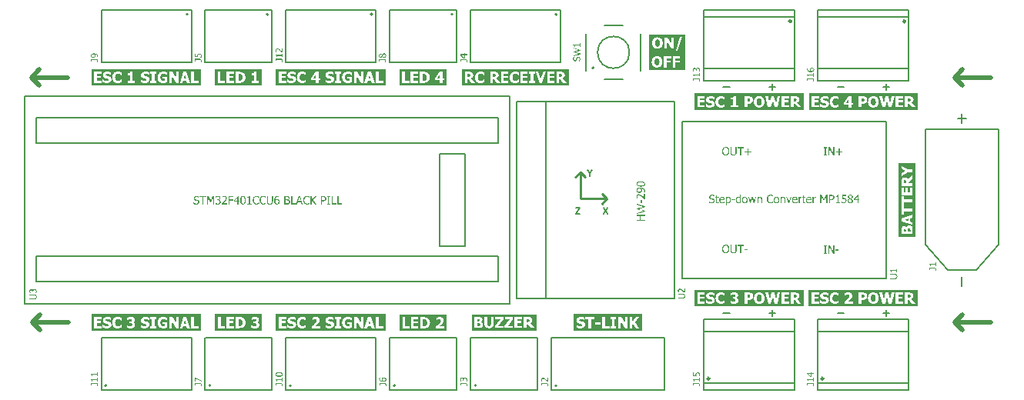
<source format=gbr>
%TF.GenerationSoftware,Altium Limited,Altium Designer,23.6.0 (18)*%
G04 Layer_Color=65535*
%FSLAX45Y45*%
%MOMM*%
%TF.SameCoordinates,8109348C-C8A1-492E-8D21-29312D9C8BDA*%
%TF.FilePolarity,Positive*%
%TF.FileFunction,Legend,Top*%
%TF.Part,Single*%
G01*
G75*
%TA.AperFunction,NonConductor*%
%ADD48C,0.12700*%
%ADD49C,0.20000*%
%ADD50C,0.25400*%
%ADD51C,0.50000*%
%ADD52C,0.15240*%
G36*
X7287500Y3711457D02*
Y3527500D01*
X6887500D01*
Y3711457D01*
Y3923543D01*
X7287500D01*
Y3711457D01*
D02*
G37*
G36*
X6799920Y2305756D02*
X6800777D01*
X6802873Y2305661D01*
X6805254Y2305470D01*
X6807826Y2305280D01*
X6810588Y2304994D01*
X6813541Y2304613D01*
X6816494Y2304042D01*
X6819542Y2303470D01*
X6822494Y2302803D01*
X6825447Y2301946D01*
X6828209Y2300994D01*
X6830781Y2299851D01*
X6833067Y2298612D01*
X6833162Y2298517D01*
X6833543Y2298327D01*
X6834115Y2297850D01*
X6834877Y2297279D01*
X6835734Y2296517D01*
X6836687Y2295564D01*
X6837734Y2294421D01*
X6838782Y2293183D01*
X6839925Y2291754D01*
X6840973Y2290040D01*
X6841925Y2288230D01*
X6842783Y2286325D01*
X6843545Y2284134D01*
X6844116Y2281753D01*
X6844497Y2279277D01*
X6844592Y2276514D01*
Y2275848D01*
X6844497Y2275086D01*
X6844402Y2274038D01*
X6844211Y2272800D01*
X6843926Y2271371D01*
X6843640Y2269752D01*
X6843164Y2268037D01*
X6842497Y2266227D01*
X6841735Y2264418D01*
X6840782Y2262513D01*
X6839639Y2260703D01*
X6838306Y2258893D01*
X6836782Y2257179D01*
X6834972Y2255655D01*
X6832877Y2254226D01*
X6832781Y2254131D01*
X6832305Y2253940D01*
X6831638Y2253559D01*
X6830686Y2253083D01*
X6829352Y2252607D01*
X6827828Y2252035D01*
X6826019Y2251368D01*
X6823923Y2250702D01*
X6821542Y2250035D01*
X6818875Y2249368D01*
X6816017Y2248797D01*
X6812779Y2248320D01*
X6809255Y2247844D01*
X6805445Y2247463D01*
X6801349Y2247273D01*
X6796967Y2247177D01*
X6796872D01*
X6796682D01*
X6796301D01*
X6795920D01*
X6795253D01*
X6794586Y2247273D01*
X6793824D01*
X6792872D01*
X6790871Y2247368D01*
X6788490Y2247558D01*
X6785918Y2247749D01*
X6783061Y2248035D01*
X6780203Y2248416D01*
X6777155Y2248892D01*
X6774107Y2249463D01*
X6771155Y2250225D01*
X6768202Y2250987D01*
X6765440Y2251940D01*
X6762868Y2253083D01*
X6760582Y2254321D01*
X6760487Y2254416D01*
X6760106Y2254702D01*
X6759534Y2255083D01*
X6758772Y2255655D01*
X6757915Y2256417D01*
X6756962Y2257369D01*
X6755915Y2258512D01*
X6754772Y2259750D01*
X6753724Y2261274D01*
X6752676Y2262894D01*
X6751724Y2264703D01*
X6750866Y2266704D01*
X6750104Y2268894D01*
X6749533Y2271276D01*
X6749152Y2273752D01*
X6749057Y2276514D01*
Y2277181D01*
X6749152Y2277943D01*
X6749247Y2278991D01*
X6749438Y2280229D01*
X6749723Y2281658D01*
X6750009Y2283277D01*
X6750581Y2284992D01*
X6751152Y2286801D01*
X6751914Y2288611D01*
X6752962Y2290421D01*
X6754105Y2292231D01*
X6755438Y2294040D01*
X6757058Y2295755D01*
X6758867Y2297279D01*
X6760963Y2298708D01*
X6761058Y2298803D01*
X6761534Y2298993D01*
X6762201Y2299374D01*
X6763154Y2299851D01*
X6764487Y2300327D01*
X6766011Y2300994D01*
X6767821Y2301660D01*
X6769916Y2302327D01*
X6772298Y2302994D01*
X6774965Y2303565D01*
X6777917Y2304232D01*
X6781061Y2304708D01*
X6784585Y2305185D01*
X6788395Y2305566D01*
X6792395Y2305756D01*
X6796777Y2305851D01*
X6796872D01*
X6797063D01*
X6797348D01*
X6797825D01*
X6798396D01*
X6799158D01*
X6799920Y2305756D01*
D02*
G37*
G36*
X6794300Y2236700D02*
X6795539D01*
X6796872Y2236605D01*
X6798301Y2236509D01*
X6799920Y2236319D01*
X6801635Y2236128D01*
X6805254Y2235747D01*
X6809064Y2235081D01*
X6812969Y2234223D01*
X6813065D01*
X6813446Y2234128D01*
X6813922Y2233938D01*
X6814684Y2233747D01*
X6815541Y2233461D01*
X6816589Y2233176D01*
X6817637Y2232795D01*
X6818875Y2232318D01*
X6821542Y2231271D01*
X6824399Y2229937D01*
X6827162Y2228413D01*
X6829829Y2226603D01*
X6829924Y2226508D01*
X6830114Y2226413D01*
X6830495Y2226032D01*
X6830972Y2225651D01*
X6831638Y2225175D01*
X6832305Y2224603D01*
X6833067Y2223841D01*
X6833924Y2223079D01*
X6835639Y2221174D01*
X6837544Y2219079D01*
X6839258Y2216602D01*
X6840782Y2213935D01*
Y2213840D01*
X6840973Y2213554D01*
X6841163Y2213173D01*
X6841354Y2212602D01*
X6841640Y2211840D01*
X6841925Y2210982D01*
X6842306Y2210030D01*
X6842592Y2208887D01*
X6842973Y2207553D01*
X6843354Y2206220D01*
X6843640Y2204696D01*
X6843926Y2203077D01*
X6844116Y2201362D01*
X6844307Y2199457D01*
X6844497Y2195552D01*
Y2193933D01*
X6844402Y2193171D01*
Y2192313D01*
X6844211Y2190313D01*
Y2190218D01*
X6844116Y2189837D01*
Y2189361D01*
X6843926Y2188599D01*
X6843830Y2187837D01*
X6843640Y2186979D01*
X6843164Y2185170D01*
X6831448D01*
Y2185836D01*
X6831638Y2186027D01*
X6831829Y2186408D01*
X6832019Y2186884D01*
X6832305Y2187551D01*
X6832591Y2188408D01*
X6832877Y2189361D01*
X6833162Y2190504D01*
Y2190694D01*
X6833258Y2191075D01*
X6833353Y2191742D01*
X6833543Y2192599D01*
X6833639Y2193647D01*
X6833829Y2194695D01*
X6833924Y2197171D01*
Y2197743D01*
X6833829Y2198314D01*
Y2199171D01*
X6833639Y2200219D01*
X6833543Y2201362D01*
X6833258Y2202696D01*
X6832972Y2204124D01*
X6832496Y2205553D01*
X6832019Y2207172D01*
X6831353Y2208696D01*
X6830591Y2210316D01*
X6829638Y2211840D01*
X6828590Y2213364D01*
X6827447Y2214888D01*
X6826019Y2216221D01*
X6825923Y2216316D01*
X6825638Y2216507D01*
X6825161Y2216888D01*
X6824495Y2217364D01*
X6823733Y2217840D01*
X6822685Y2218507D01*
X6821542Y2219079D01*
X6820208Y2219841D01*
X6818684Y2220507D01*
X6816970Y2221174D01*
X6815065Y2221841D01*
X6813065Y2222412D01*
X6810874Y2222984D01*
X6808493Y2223460D01*
X6805921Y2223841D01*
X6803254Y2224032D01*
Y2223936D01*
X6803444Y2223841D01*
X6803540Y2223555D01*
X6803825Y2223174D01*
X6804397Y2222222D01*
X6805064Y2221079D01*
X6805921Y2219650D01*
X6806683Y2218031D01*
X6807445Y2216412D01*
X6808112Y2214697D01*
Y2214602D01*
X6808207Y2214507D01*
X6808302Y2213935D01*
X6808588Y2212983D01*
X6808874Y2211840D01*
X6809159Y2210316D01*
X6809350Y2208696D01*
X6809540Y2206887D01*
X6809636Y2204982D01*
Y2204124D01*
X6809540Y2203172D01*
Y2201934D01*
X6809350Y2200410D01*
X6809159Y2198886D01*
X6808969Y2197266D01*
X6808588Y2195647D01*
X6808493Y2195457D01*
X6808397Y2194885D01*
X6808016Y2194123D01*
X6807635Y2192980D01*
X6806969Y2191742D01*
X6806207Y2190313D01*
X6805349Y2188789D01*
X6804206Y2187170D01*
Y2187075D01*
X6804016Y2186979D01*
X6803540Y2186408D01*
X6802682Y2185455D01*
X6801635Y2184408D01*
X6800301Y2183265D01*
X6798682Y2182026D01*
X6796777Y2180788D01*
X6794777Y2179740D01*
X6794681D01*
X6794491Y2179645D01*
X6794205Y2179550D01*
X6793729Y2179359D01*
X6793157Y2179169D01*
X6792491Y2178978D01*
X6791729Y2178693D01*
X6790871Y2178502D01*
X6789824Y2178312D01*
X6788776Y2178026D01*
X6786395Y2177645D01*
X6783728Y2177359D01*
X6780775Y2177264D01*
X6780680D01*
X6780489D01*
X6780108D01*
X6779537D01*
X6778965Y2177359D01*
X6778203D01*
X6776489Y2177550D01*
X6774488Y2177835D01*
X6772393Y2178216D01*
X6770107Y2178788D01*
X6767916Y2179550D01*
X6767821D01*
X6767630Y2179645D01*
X6767345Y2179836D01*
X6766964Y2179931D01*
X6765821Y2180502D01*
X6764392Y2181169D01*
X6762868Y2182122D01*
X6761153Y2183169D01*
X6759344Y2184408D01*
X6757724Y2185836D01*
X6757629D01*
X6757534Y2186027D01*
X6757058Y2186503D01*
X6756296Y2187360D01*
X6755343Y2188408D01*
X6754391Y2189837D01*
X6753343Y2191361D01*
X6752295Y2193171D01*
X6751343Y2195171D01*
Y2195266D01*
X6751247Y2195457D01*
X6751152Y2195742D01*
X6750962Y2196123D01*
X6750771Y2196600D01*
X6750581Y2197266D01*
X6750200Y2198695D01*
X6749819Y2200314D01*
X6749438Y2202219D01*
X6749152Y2204315D01*
X6749057Y2206410D01*
Y2207458D01*
X6749152Y2208030D01*
Y2208696D01*
X6749342Y2210220D01*
X6749628Y2211935D01*
X6750009Y2213935D01*
X6750485Y2215840D01*
X6751247Y2217840D01*
Y2217936D01*
X6751343Y2218031D01*
X6751438Y2218317D01*
X6751628Y2218698D01*
X6752105Y2219650D01*
X6752771Y2220888D01*
X6753629Y2222317D01*
X6754676Y2223746D01*
X6755915Y2225365D01*
X6757343Y2226794D01*
X6757439Y2226889D01*
X6757534Y2226984D01*
X6757820Y2227270D01*
X6758296Y2227556D01*
X6758772Y2227937D01*
X6759344Y2228413D01*
X6760106Y2228985D01*
X6760868Y2229461D01*
X6761820Y2230032D01*
X6762773Y2230699D01*
X6765059Y2231937D01*
X6767630Y2233080D01*
X6770583Y2234128D01*
X6770678D01*
X6770964Y2234223D01*
X6771440Y2234414D01*
X6772012Y2234509D01*
X6772869Y2234795D01*
X6773822Y2234985D01*
X6774965Y2235176D01*
X6776203Y2235462D01*
X6777632Y2235747D01*
X6779251Y2235938D01*
X6780965Y2236224D01*
X6782775Y2236414D01*
X6784775Y2236509D01*
X6786871Y2236700D01*
X6789062Y2236795D01*
X6791348D01*
X6791443D01*
X6791824D01*
X6792491D01*
X6793253D01*
X6794300Y2236700D01*
D02*
G37*
G36*
X6842687Y2111065D02*
X6829829D01*
X6829733Y2111160D01*
X6829543Y2111351D01*
X6829257Y2111637D01*
X6828876Y2112113D01*
X6828305Y2112684D01*
X6827733Y2113256D01*
X6826304Y2114780D01*
X6824590Y2116590D01*
X6822685Y2118495D01*
X6820780Y2120495D01*
X6818780Y2122590D01*
X6818684Y2122686D01*
X6818494Y2122876D01*
X6818208Y2123162D01*
X6817827Y2123543D01*
X6817351Y2124019D01*
X6816779Y2124591D01*
X6815351Y2125924D01*
X6813731Y2127543D01*
X6811826Y2129353D01*
X6809826Y2131258D01*
X6807731Y2133163D01*
X6807635Y2133258D01*
X6807254Y2133639D01*
X6806588Y2134116D01*
X6805826Y2134878D01*
X6804873Y2135735D01*
X6803730Y2136687D01*
X6802492Y2137735D01*
X6801063Y2138878D01*
X6798110Y2141259D01*
X6795062Y2143641D01*
X6793538Y2144688D01*
X6792014Y2145736D01*
X6790586Y2146689D01*
X6789252Y2147451D01*
X6789157D01*
X6788966Y2147641D01*
X6788585Y2147832D01*
X6788014Y2148022D01*
X6787442Y2148403D01*
X6786680Y2148689D01*
X6785823Y2149070D01*
X6784871Y2149451D01*
X6782680Y2150118D01*
X6780203Y2150784D01*
X6777632Y2151165D01*
X6774869Y2151356D01*
X6774679D01*
X6774203D01*
X6773536Y2151261D01*
X6772583Y2151165D01*
X6771536Y2151070D01*
X6770488Y2150880D01*
X6769345Y2150499D01*
X6768202Y2150118D01*
X6768107Y2150022D01*
X6767726Y2149927D01*
X6767154Y2149641D01*
X6766487Y2149260D01*
X6765725Y2148784D01*
X6764868Y2148213D01*
X6764106Y2147546D01*
X6763344Y2146784D01*
X6763249Y2146689D01*
X6763058Y2146403D01*
X6762677Y2145927D01*
X6762296Y2145355D01*
X6761915Y2144688D01*
X6761439Y2143831D01*
X6760963Y2142879D01*
X6760582Y2141831D01*
Y2141736D01*
X6760391Y2141355D01*
X6760296Y2140783D01*
X6760106Y2140021D01*
X6759915Y2139069D01*
X6759820Y2138021D01*
X6759629Y2136783D01*
Y2134306D01*
X6759725Y2133544D01*
X6759820Y2132496D01*
X6760010Y2131353D01*
X6760487Y2128877D01*
Y2128686D01*
X6760677Y2128305D01*
X6760868Y2127639D01*
X6761058Y2126877D01*
X6761344Y2125829D01*
X6761725Y2124781D01*
X6762582Y2122495D01*
Y2122400D01*
X6762773Y2122019D01*
X6762963Y2121543D01*
X6763249Y2120876D01*
X6763630Y2120114D01*
X6764106Y2119257D01*
X6765154Y2117447D01*
X6765249Y2117352D01*
X6765344Y2117066D01*
X6765630Y2116590D01*
X6766011Y2116113D01*
X6766773Y2114875D01*
X6767630Y2113637D01*
Y2112970D01*
X6754676D01*
X6754581Y2113161D01*
X6754391Y2113637D01*
X6754010Y2114494D01*
X6753533Y2115732D01*
X6752962Y2117256D01*
X6752295Y2119066D01*
X6751628Y2121162D01*
X6750962Y2123543D01*
Y2123638D01*
X6750866Y2123829D01*
X6750771Y2124210D01*
X6750676Y2124686D01*
X6750485Y2125257D01*
X6750390Y2126019D01*
X6750009Y2127734D01*
X6749628Y2129639D01*
X6749342Y2131830D01*
X6749152Y2134116D01*
X6749057Y2136402D01*
Y2137640D01*
X6749152Y2138497D01*
X6749247Y2139640D01*
X6749438Y2140878D01*
X6749628Y2142212D01*
X6749914Y2143736D01*
X6750295Y2145355D01*
X6750771Y2146974D01*
X6751247Y2148594D01*
X6751914Y2150308D01*
X6752771Y2151927D01*
X6753629Y2153547D01*
X6754676Y2155071D01*
X6755915Y2156499D01*
X6756010Y2156595D01*
X6756200Y2156785D01*
X6756581Y2157166D01*
X6757153Y2157642D01*
X6757820Y2158214D01*
X6758677Y2158785D01*
X6759629Y2159452D01*
X6760772Y2160214D01*
X6762011Y2160881D01*
X6763439Y2161548D01*
X6764868Y2162119D01*
X6766583Y2162691D01*
X6768297Y2163167D01*
X6770202Y2163548D01*
X6772298Y2163738D01*
X6774393Y2163834D01*
X6774488D01*
X6774584D01*
X6774869D01*
X6775250D01*
X6776298Y2163738D01*
X6777632Y2163643D01*
X6779156Y2163548D01*
X6780775Y2163262D01*
X6782585Y2162976D01*
X6784299Y2162500D01*
X6784394D01*
X6784490Y2162405D01*
X6785061Y2162310D01*
X6785918Y2162024D01*
X6787061Y2161643D01*
X6788300Y2161167D01*
X6789728Y2160500D01*
X6791157Y2159833D01*
X6792681Y2159071D01*
X6792872Y2158976D01*
X6793348Y2158690D01*
X6794110Y2158214D01*
X6795158Y2157547D01*
X6796396Y2156690D01*
X6797729Y2155737D01*
X6799158Y2154690D01*
X6800682Y2153547D01*
X6800873Y2153451D01*
X6801349Y2152975D01*
X6802111Y2152404D01*
X6803063Y2151546D01*
X6804302Y2150499D01*
X6805540Y2149356D01*
X6806969Y2148117D01*
X6808397Y2146784D01*
X6808493Y2146689D01*
X6808683Y2146498D01*
X6809064Y2146212D01*
X6809445Y2145736D01*
X6810017Y2145260D01*
X6810779Y2144593D01*
X6811541Y2143831D01*
X6812398Y2142974D01*
X6814303Y2141069D01*
X6816589Y2138878D01*
X6818970Y2136402D01*
X6821447Y2133830D01*
X6821542Y2133735D01*
X6821732Y2133544D01*
X6822113Y2133163D01*
X6822590Y2132687D01*
X6823161Y2132020D01*
X6823828Y2131353D01*
X6825352Y2129734D01*
X6827066Y2127924D01*
X6828781Y2126115D01*
X6830495Y2124210D01*
X6832115Y2122495D01*
Y2167644D01*
X6842687D01*
Y2111065D01*
D02*
G37*
G36*
X6808112Y2064012D02*
X6796967D01*
Y2098778D01*
X6808112D01*
Y2064012D01*
D02*
G37*
G36*
X6842687Y2033817D02*
Y2020006D01*
X6766583Y2001337D01*
X6842687Y1983240D01*
Y1969714D01*
X6750962Y1946283D01*
Y1958856D01*
X6827066Y1977239D01*
X6750962Y1995622D01*
Y2008005D01*
X6827924Y2026483D01*
X6750962Y2044866D01*
Y2056868D01*
X6842687Y2033817D01*
D02*
G37*
G36*
Y1923137D02*
X6797825D01*
Y1880941D01*
X6842687D01*
Y1868749D01*
X6750962D01*
Y1880941D01*
X6786966D01*
Y1923137D01*
X6750962D01*
Y1935329D01*
X6842687D01*
Y1923137D01*
D02*
G37*
G36*
X7582520Y2158104D02*
X7583473D01*
X7584520Y2158008D01*
X7586711Y2157818D01*
X7589188Y2157532D01*
X7591759Y2157151D01*
X7594331Y2156580D01*
X7594426D01*
X7594617Y2156484D01*
X7594998Y2156389D01*
X7595474Y2156294D01*
X7596141Y2156103D01*
X7596808Y2155913D01*
X7598522Y2155437D01*
X7600427Y2154865D01*
X7602618Y2154103D01*
X7604809Y2153246D01*
X7607095Y2152293D01*
Y2137720D01*
X7606047D01*
X7605952Y2137911D01*
X7605666Y2138101D01*
X7605380Y2138387D01*
X7604428Y2139149D01*
X7603094Y2140006D01*
X7601475Y2141149D01*
X7599570Y2142292D01*
X7597379Y2143435D01*
X7594903Y2144578D01*
X7594807D01*
X7594617Y2144673D01*
X7594236Y2144864D01*
X7593760Y2145054D01*
X7593093Y2145245D01*
X7592331Y2145531D01*
X7591474Y2145816D01*
X7590521Y2146102D01*
X7588426Y2146674D01*
X7585949Y2147150D01*
X7583377Y2147531D01*
X7580615Y2147626D01*
X7579758D01*
X7579186Y2147531D01*
X7578424D01*
X7577662Y2147436D01*
X7576710Y2147340D01*
X7575662Y2147150D01*
X7573471Y2146674D01*
X7571185Y2145912D01*
X7568899Y2144959D01*
X7566804Y2143626D01*
X7566709D01*
X7566613Y2143435D01*
X7566042Y2142864D01*
X7565185Y2142006D01*
X7564232Y2140863D01*
X7563280Y2139339D01*
X7562422Y2137530D01*
X7561851Y2135434D01*
X7561756Y2134291D01*
X7561660Y2133148D01*
Y2133053D01*
Y2132862D01*
Y2132577D01*
X7561756Y2132196D01*
X7561851Y2131148D01*
X7562041Y2129814D01*
X7562422Y2128386D01*
X7562994Y2126766D01*
X7563661Y2125338D01*
X7564708Y2123909D01*
X7564899Y2123718D01*
X7565280Y2123337D01*
X7565947Y2122766D01*
X7566994Y2122004D01*
X7568233Y2121147D01*
X7569757Y2120289D01*
X7571566Y2119527D01*
X7573662Y2118861D01*
X7573852D01*
X7574329Y2118670D01*
X7575186Y2118480D01*
X7576329Y2118194D01*
X7577662Y2117813D01*
X7579282Y2117432D01*
X7581091Y2116956D01*
X7583092Y2116479D01*
X7583187D01*
X7583377Y2116384D01*
X7583663D01*
X7584044Y2116289D01*
X7585092Y2116003D01*
X7586330Y2115717D01*
X7587854Y2115336D01*
X7589378Y2114860D01*
X7590997Y2114479D01*
X7592426Y2114003D01*
X7592521D01*
X7592807Y2113908D01*
X7593379Y2113717D01*
X7593950Y2113431D01*
X7594807Y2113146D01*
X7595665Y2112765D01*
X7597760Y2111812D01*
X7600046Y2110574D01*
X7602332Y2109145D01*
X7604523Y2107335D01*
X7605475Y2106288D01*
X7606333Y2105240D01*
X7606428Y2105145D01*
X7606523Y2104954D01*
X7606714Y2104668D01*
X7606999Y2104192D01*
X7607380Y2103621D01*
X7607761Y2102954D01*
X7608142Y2102192D01*
X7608523Y2101239D01*
X7608904Y2100287D01*
X7609285Y2099144D01*
X7610047Y2096763D01*
X7610524Y2093905D01*
X7610714Y2092476D01*
Y2090857D01*
Y2090762D01*
Y2090667D01*
Y2090381D01*
Y2089905D01*
X7610619Y2088857D01*
X7610428Y2087523D01*
X7610143Y2085904D01*
X7609762Y2084190D01*
X7609285Y2082285D01*
X7608523Y2080284D01*
Y2080189D01*
X7608428Y2080094D01*
X7608333Y2079808D01*
X7608142Y2079427D01*
X7607666Y2078475D01*
X7606904Y2077236D01*
X7606047Y2075808D01*
X7604999Y2074379D01*
X7603761Y2072855D01*
X7602332Y2071426D01*
X7602142Y2071236D01*
X7601570Y2070759D01*
X7600618Y2070093D01*
X7599475Y2069140D01*
X7597951Y2068188D01*
X7596236Y2067140D01*
X7594331Y2066092D01*
X7592331Y2065235D01*
X7592236D01*
X7592045Y2065140D01*
X7591759Y2065044D01*
X7591378Y2064949D01*
X7590807Y2064759D01*
X7590140Y2064568D01*
X7589378Y2064378D01*
X7588521Y2064187D01*
X7587568Y2063997D01*
X7586521Y2063806D01*
X7584139Y2063425D01*
X7581472Y2063235D01*
X7578424Y2063139D01*
X7576710D01*
X7575853Y2063235D01*
X7574900D01*
X7573757Y2063330D01*
X7572519Y2063425D01*
X7569852Y2063616D01*
X7566994Y2063997D01*
X7564137Y2064473D01*
X7561375Y2065140D01*
X7561279D01*
X7561089Y2065235D01*
X7560708Y2065330D01*
X7560232Y2065521D01*
X7559565Y2065711D01*
X7558898Y2065997D01*
X7557184Y2066568D01*
X7555183Y2067330D01*
X7552897Y2068188D01*
X7550611Y2069235D01*
X7548325Y2070283D01*
Y2085618D01*
X7549183D01*
X7549278Y2085523D01*
X7549468Y2085333D01*
X7549754Y2085047D01*
X7550230Y2084666D01*
X7550802Y2084190D01*
X7551469Y2083618D01*
X7552231Y2083047D01*
X7553183Y2082380D01*
X7555183Y2080951D01*
X7557469Y2079427D01*
X7560041Y2078094D01*
X7562803Y2076760D01*
X7562899D01*
X7563184Y2076665D01*
X7563565Y2076474D01*
X7564137Y2076284D01*
X7564804Y2076093D01*
X7565566Y2075808D01*
X7566518Y2075522D01*
X7567471Y2075236D01*
X7569757Y2074665D01*
X7572233Y2074188D01*
X7574900Y2073807D01*
X7577567Y2073712D01*
X7578520D01*
X7579186Y2073807D01*
X7580044D01*
X7580996Y2073903D01*
X7582139Y2074093D01*
X7583282Y2074284D01*
X7585759Y2074760D01*
X7588235Y2075522D01*
X7590712Y2076570D01*
X7591759Y2077141D01*
X7592807Y2077903D01*
X7592902Y2077998D01*
X7592998Y2078094D01*
X7593664Y2078665D01*
X7594426Y2079618D01*
X7595474Y2080856D01*
X7596427Y2082475D01*
X7597189Y2084380D01*
X7597855Y2086476D01*
X7597951Y2087714D01*
X7598046Y2088952D01*
Y2089047D01*
Y2089238D01*
Y2089524D01*
Y2089905D01*
X7597951Y2090857D01*
X7597665Y2092191D01*
X7597379Y2093524D01*
X7596903Y2095048D01*
X7596236Y2096572D01*
X7595284Y2097906D01*
X7595188Y2098096D01*
X7594807Y2098477D01*
X7594141Y2099049D01*
X7593188Y2099811D01*
X7591950Y2100668D01*
X7590426Y2101525D01*
X7588711Y2102382D01*
X7586616Y2103049D01*
X7586425Y2103144D01*
X7585949Y2103240D01*
X7585092Y2103525D01*
X7584044Y2103811D01*
X7582901Y2104097D01*
X7581568Y2104383D01*
X7578901Y2105049D01*
X7578710D01*
X7578234Y2105240D01*
X7577472Y2105335D01*
X7576519Y2105621D01*
X7575186Y2105907D01*
X7573662Y2106288D01*
X7571947Y2106764D01*
X7570042Y2107240D01*
X7569947D01*
X7569852Y2107335D01*
X7569280Y2107431D01*
X7568328Y2107716D01*
X7567280Y2108097D01*
X7565947Y2108574D01*
X7564518Y2109050D01*
X7561565Y2110383D01*
X7561375Y2110479D01*
X7560898Y2110764D01*
X7560232Y2111145D01*
X7559374Y2111717D01*
X7558327Y2112479D01*
X7557184Y2113241D01*
X7556041Y2114289D01*
X7554898Y2115336D01*
X7554802Y2115432D01*
X7554421Y2115908D01*
X7553945Y2116479D01*
X7553278Y2117337D01*
X7552612Y2118384D01*
X7551850Y2119623D01*
X7551183Y2120956D01*
X7550516Y2122480D01*
Y2122575D01*
X7550421Y2122671D01*
X7550326Y2123242D01*
X7550040Y2124099D01*
X7549754Y2125242D01*
X7549468Y2126576D01*
X7549278Y2128195D01*
X7549087Y2130005D01*
X7548992Y2131910D01*
Y2132005D01*
Y2132386D01*
X7549087Y2132958D01*
Y2133815D01*
X7549278Y2134767D01*
X7549468Y2135815D01*
X7549754Y2137053D01*
X7550040Y2138387D01*
X7550516Y2139911D01*
X7551088Y2141340D01*
X7551850Y2142959D01*
X7552612Y2144483D01*
X7553659Y2146102D01*
X7554802Y2147626D01*
X7556136Y2149150D01*
X7557660Y2150579D01*
X7557755Y2150674D01*
X7558041Y2150865D01*
X7558517Y2151246D01*
X7559184Y2151817D01*
X7560041Y2152389D01*
X7561089Y2152960D01*
X7562327Y2153722D01*
X7563661Y2154389D01*
X7565185Y2155056D01*
X7566899Y2155818D01*
X7568709Y2156389D01*
X7570614Y2157056D01*
X7572709Y2157532D01*
X7574995Y2157913D01*
X7577281Y2158104D01*
X7579758Y2158199D01*
X7581758D01*
X7582520Y2158104D01*
D02*
G37*
G36*
X8227744D02*
X8229077Y2158008D01*
X8230506Y2157913D01*
X8233554Y2157437D01*
X8233744D01*
X8234221Y2157342D01*
X8235078Y2157151D01*
X8236030Y2156961D01*
X8237173Y2156770D01*
X8238507Y2156389D01*
X8241079Y2155722D01*
X8241174D01*
X8241555Y2155532D01*
X8242222Y2155341D01*
X8242984Y2155151D01*
X8243841Y2154770D01*
X8244889Y2154389D01*
X8247175Y2153436D01*
X8247365Y2153341D01*
X8247746Y2153151D01*
X8248318Y2152865D01*
X8249175Y2152484D01*
X8250032Y2152103D01*
X8251080Y2151531D01*
X8253366Y2150388D01*
Y2135720D01*
X8252318D01*
X8252223Y2135815D01*
X8252032Y2136006D01*
X8251651Y2136291D01*
X8251175Y2136672D01*
X8250604Y2137244D01*
X8249842Y2137815D01*
X8249080Y2138482D01*
X8248127Y2139244D01*
X8248032Y2139339D01*
X8247651Y2139625D01*
X8247175Y2140006D01*
X8246413Y2140578D01*
X8245555Y2141149D01*
X8244508Y2141911D01*
X8243365Y2142673D01*
X8242031Y2143435D01*
X8241841Y2143530D01*
X8241460Y2143721D01*
X8240698Y2144102D01*
X8239745Y2144578D01*
X8238602Y2145054D01*
X8237269Y2145531D01*
X8235840Y2146102D01*
X8234316Y2146578D01*
X8234125Y2146674D01*
X8233554Y2146769D01*
X8232697Y2146959D01*
X8231649Y2147245D01*
X8230220Y2147436D01*
X8228601Y2147626D01*
X8226791Y2147721D01*
X8224886Y2147817D01*
X8223838D01*
X8223362Y2147721D01*
X8222791D01*
X8221267Y2147531D01*
X8219552Y2147245D01*
X8217742Y2146769D01*
X8215742Y2146197D01*
X8213742Y2145340D01*
X8213647D01*
X8213551Y2145245D01*
X8213266Y2145054D01*
X8212885Y2144864D01*
X8211837Y2144388D01*
X8210599Y2143530D01*
X8209170Y2142578D01*
X8207646Y2141340D01*
X8206122Y2139911D01*
X8204598Y2138292D01*
Y2138196D01*
X8204407Y2138101D01*
X8204217Y2137815D01*
X8203931Y2137434D01*
X8203645Y2136958D01*
X8203264Y2136482D01*
X8202407Y2135053D01*
X8201359Y2133339D01*
X8200407Y2131338D01*
X8199359Y2129052D01*
X8198502Y2126481D01*
Y2126385D01*
X8198407Y2126195D01*
X8198311Y2125814D01*
X8198216Y2125242D01*
X8198026Y2124576D01*
X8197835Y2123814D01*
X8197645Y2122861D01*
X8197454Y2121813D01*
X8197264Y2120766D01*
X8197073Y2119527D01*
X8196692Y2116765D01*
X8196502Y2113812D01*
X8196406Y2110574D01*
Y2110479D01*
Y2110193D01*
Y2109621D01*
Y2108955D01*
X8196502Y2108193D01*
Y2107240D01*
X8196597Y2106192D01*
X8196692Y2105049D01*
X8196978Y2102478D01*
X8197359Y2099715D01*
X8197835Y2096953D01*
X8198597Y2094286D01*
Y2094191D01*
X8198692Y2094000D01*
X8198883Y2093619D01*
X8198978Y2093143D01*
X8199264Y2092572D01*
X8199550Y2091905D01*
X8200216Y2090286D01*
X8201169Y2088571D01*
X8202217Y2086571D01*
X8203455Y2084666D01*
X8204884Y2082856D01*
Y2082761D01*
X8205074Y2082666D01*
X8205550Y2082094D01*
X8206408Y2081332D01*
X8207455Y2080284D01*
X8208789Y2079141D01*
X8210313Y2077998D01*
X8211932Y2076951D01*
X8213837Y2075998D01*
X8213932D01*
X8214123Y2075903D01*
X8214409Y2075808D01*
X8214790Y2075617D01*
X8215266Y2075427D01*
X8215837Y2075236D01*
X8217171Y2074855D01*
X8218885Y2074474D01*
X8220695Y2074093D01*
X8222791Y2073807D01*
X8224886Y2073712D01*
X8225743D01*
X8226791Y2073807D01*
X8228029Y2073903D01*
X8229553Y2073998D01*
X8231173Y2074284D01*
X8232887Y2074569D01*
X8234602Y2074950D01*
X8234697D01*
X8234792Y2075046D01*
X8235364Y2075236D01*
X8236221Y2075522D01*
X8237364Y2075903D01*
X8238602Y2076284D01*
X8239936Y2076855D01*
X8241364Y2077522D01*
X8242698Y2078189D01*
X8242888Y2078284D01*
X8243269Y2078570D01*
X8243841Y2078951D01*
X8244698Y2079427D01*
X8245555Y2080094D01*
X8246603Y2080761D01*
X8248508Y2082189D01*
X8248603Y2082285D01*
X8248889Y2082570D01*
X8249365Y2082856D01*
X8249937Y2083332D01*
X8251175Y2084475D01*
X8251842Y2085047D01*
X8252413Y2085618D01*
X8253366D01*
Y2070950D01*
X8253271Y2070855D01*
X8252890Y2070759D01*
X8252223Y2070474D01*
X8251556Y2070093D01*
X8250604Y2069712D01*
X8249651Y2069235D01*
X8247651Y2068283D01*
X8247556Y2068188D01*
X8247175Y2068092D01*
X8246603Y2067807D01*
X8245841Y2067426D01*
X8244889Y2067045D01*
X8243746Y2066664D01*
X8242507Y2066187D01*
X8241079Y2065711D01*
X8240888D01*
X8240412Y2065521D01*
X8239650Y2065330D01*
X8238697Y2065044D01*
X8237554Y2064759D01*
X8236221Y2064473D01*
X8233649Y2063901D01*
X8233459D01*
X8233078Y2063806D01*
X8232316Y2063711D01*
X8231268Y2063520D01*
X8230030Y2063425D01*
X8228506Y2063235D01*
X8226791Y2063139D01*
X8223934D01*
X8223267Y2063235D01*
X8222505D01*
X8221552Y2063330D01*
X8220505Y2063425D01*
X8219362Y2063520D01*
X8216790Y2063901D01*
X8214028Y2064378D01*
X8211075Y2065140D01*
X8208217Y2066092D01*
X8208122D01*
X8207932Y2066283D01*
X8207455Y2066378D01*
X8206979Y2066664D01*
X8206312Y2066949D01*
X8205550Y2067330D01*
X8203741Y2068378D01*
X8201740Y2069616D01*
X8199550Y2071236D01*
X8197359Y2073045D01*
X8195168Y2075141D01*
X8195073Y2075236D01*
X8194978Y2075427D01*
X8194692Y2075712D01*
X8194311Y2076189D01*
X8193835Y2076760D01*
X8193263Y2077522D01*
X8192692Y2078284D01*
X8192120Y2079237D01*
X8191453Y2080284D01*
X8190691Y2081332D01*
X8190025Y2082570D01*
X8189263Y2083904D01*
X8187929Y2086761D01*
X8186691Y2090000D01*
Y2090095D01*
X8186596Y2090381D01*
X8186405Y2090952D01*
X8186215Y2091619D01*
X8186024Y2092476D01*
X8185738Y2093429D01*
X8185453Y2094572D01*
X8185262Y2095905D01*
X8184976Y2097429D01*
X8184691Y2098953D01*
X8184405Y2100668D01*
X8184214Y2102478D01*
X8184024Y2104383D01*
X8183833Y2106383D01*
X8183738Y2110574D01*
Y2110669D01*
Y2111050D01*
Y2111717D01*
X8183833Y2112479D01*
Y2113527D01*
X8183929Y2114670D01*
X8184024Y2115908D01*
X8184119Y2117337D01*
X8184214Y2118861D01*
X8184405Y2120480D01*
X8184976Y2123814D01*
X8185643Y2127243D01*
X8186596Y2130576D01*
Y2130672D01*
X8186691Y2130957D01*
X8186881Y2131434D01*
X8187167Y2132005D01*
X8187453Y2132767D01*
X8187834Y2133624D01*
X8188310Y2134577D01*
X8188786Y2135625D01*
X8190025Y2138006D01*
X8191453Y2140482D01*
X8193168Y2143054D01*
X8195168Y2145531D01*
X8195263Y2145626D01*
X8195454Y2145816D01*
X8195740Y2146102D01*
X8196121Y2146578D01*
X8196692Y2147055D01*
X8197264Y2147626D01*
X8198026Y2148293D01*
X8198788Y2149055D01*
X8200693Y2150579D01*
X8202883Y2152103D01*
X8205455Y2153627D01*
X8208122Y2154960D01*
X8208217D01*
X8208503Y2155056D01*
X8208884Y2155246D01*
X8209456Y2155437D01*
X8210122Y2155722D01*
X8210980Y2156008D01*
X8211932Y2156294D01*
X8213075Y2156580D01*
X8214218Y2156865D01*
X8215552Y2157151D01*
X8218409Y2157723D01*
X8221552Y2158104D01*
X8224981Y2158199D01*
X8226601D01*
X8227744Y2158104D01*
D02*
G37*
G36*
X7899322Y2064759D02*
X7887701D01*
Y2071712D01*
X7887606Y2071617D01*
X7887225Y2071331D01*
X7886749Y2070950D01*
X7886082Y2070378D01*
X7884558Y2069140D01*
X7882939Y2067902D01*
X7882843Y2067807D01*
X7882558Y2067616D01*
X7882177Y2067426D01*
X7881700Y2067045D01*
X7881034Y2066664D01*
X7880176Y2066187D01*
X7879319Y2065711D01*
X7878367Y2065235D01*
X7878271D01*
X7877986Y2065044D01*
X7877414Y2064854D01*
X7876843Y2064663D01*
X7875985Y2064378D01*
X7875128Y2064092D01*
X7873223Y2063520D01*
X7873128D01*
X7872747Y2063425D01*
X7872271Y2063330D01*
X7871509Y2063235D01*
X7870651Y2063044D01*
X7869604Y2062949D01*
X7868365Y2062854D01*
X7866175D01*
X7865127Y2062949D01*
X7863698Y2063139D01*
X7862079Y2063425D01*
X7860364Y2063806D01*
X7858555Y2064378D01*
X7856745Y2065140D01*
X7856650D01*
X7856554Y2065235D01*
X7855983Y2065616D01*
X7855030Y2066092D01*
X7853983Y2066854D01*
X7852649Y2067902D01*
X7851316Y2069045D01*
X7849982Y2070378D01*
X7848649Y2071998D01*
Y2072093D01*
X7848458Y2072188D01*
X7848363Y2072474D01*
X7848077Y2072855D01*
X7847506Y2073807D01*
X7846744Y2075141D01*
X7845886Y2076760D01*
X7845029Y2078665D01*
X7844172Y2080856D01*
X7843410Y2083237D01*
Y2083332D01*
X7843315Y2083523D01*
X7843219Y2083904D01*
X7843124Y2084380D01*
X7843029Y2085047D01*
X7842838Y2085809D01*
X7842648Y2086666D01*
X7842553Y2087714D01*
X7842362Y2088762D01*
X7842172Y2089905D01*
X7841886Y2092572D01*
X7841695Y2095524D01*
X7841600Y2098668D01*
Y2098763D01*
Y2099049D01*
Y2099525D01*
Y2100192D01*
X7841695Y2100954D01*
Y2101906D01*
X7841791Y2102859D01*
X7841886Y2104002D01*
X7842172Y2106478D01*
X7842553Y2109050D01*
X7843124Y2111717D01*
X7843886Y2114289D01*
Y2114384D01*
X7843981Y2114574D01*
X7844172Y2114955D01*
X7844362Y2115432D01*
X7844553Y2116003D01*
X7844839Y2116670D01*
X7845601Y2118289D01*
X7846553Y2120099D01*
X7847601Y2122004D01*
X7848934Y2124004D01*
X7850363Y2125909D01*
Y2126004D01*
X7850554Y2126100D01*
X7851030Y2126671D01*
X7851792Y2127433D01*
X7852935Y2128481D01*
X7854173Y2129624D01*
X7855792Y2130767D01*
X7857507Y2131910D01*
X7859412Y2132958D01*
X7859507D01*
X7859698Y2133053D01*
X7859983Y2133243D01*
X7860364Y2133339D01*
X7860841Y2133529D01*
X7861412Y2133815D01*
X7862841Y2134291D01*
X7864460Y2134672D01*
X7866365Y2135148D01*
X7868461Y2135434D01*
X7870651Y2135529D01*
X7871509D01*
X7872461Y2135434D01*
X7873699D01*
X7875128Y2135244D01*
X7876557Y2135053D01*
X7878176Y2134767D01*
X7879605Y2134386D01*
X7879795Y2134291D01*
X7880272Y2134196D01*
X7881034Y2133910D01*
X7882081Y2133529D01*
X7883224Y2132958D01*
X7884653Y2132386D01*
X7886082Y2131624D01*
X7887701Y2130767D01*
Y2160675D01*
X7899322D01*
Y2064759D01*
D02*
G37*
G36*
X7764638Y2135434D02*
X7765400Y2135339D01*
X7766448Y2135244D01*
X7767591Y2135053D01*
X7768829Y2134767D01*
X7770258Y2134386D01*
X7771687Y2133815D01*
X7773211Y2133243D01*
X7774735Y2132481D01*
X7776259Y2131529D01*
X7777783Y2130481D01*
X7779211Y2129243D01*
X7780545Y2127719D01*
X7781878Y2126100D01*
X7781974Y2126004D01*
X7782164Y2125623D01*
X7782450Y2125147D01*
X7782926Y2124385D01*
X7783402Y2123433D01*
X7783974Y2122290D01*
X7784641Y2120956D01*
X7785212Y2119432D01*
X7785879Y2117718D01*
X7786450Y2115908D01*
X7787022Y2113812D01*
X7787498Y2111526D01*
X7787974Y2109145D01*
X7788260Y2106573D01*
X7788451Y2103811D01*
X7788546Y2100954D01*
Y2100763D01*
Y2100192D01*
X7788451Y2099334D01*
Y2098096D01*
X7788260Y2096667D01*
X7788070Y2094953D01*
X7787879Y2093143D01*
X7787498Y2091143D01*
X7787117Y2088952D01*
X7786546Y2086761D01*
X7785879Y2084475D01*
X7785022Y2082189D01*
X7784069Y2079903D01*
X7783021Y2077713D01*
X7781688Y2075617D01*
X7780259Y2073617D01*
X7780164Y2073522D01*
X7779878Y2073141D01*
X7779402Y2072664D01*
X7778830Y2071998D01*
X7777973Y2071236D01*
X7777021Y2070378D01*
X7775878Y2069521D01*
X7774639Y2068569D01*
X7773211Y2067616D01*
X7771591Y2066664D01*
X7769877Y2065806D01*
X7768067Y2065044D01*
X7766067Y2064378D01*
X7763971Y2063901D01*
X7761781Y2063520D01*
X7759495Y2063425D01*
X7758637D01*
X7757685Y2063520D01*
X7756447Y2063616D01*
X7755113Y2063711D01*
X7753589Y2063901D01*
X7751970Y2064187D01*
X7750446Y2064568D01*
X7750255Y2064663D01*
X7749779Y2064759D01*
X7749017Y2065044D01*
X7747969Y2065425D01*
X7746826Y2065997D01*
X7745398Y2066568D01*
X7743969Y2067330D01*
X7742445Y2068188D01*
Y2039327D01*
X7730824D01*
Y2133624D01*
X7742445D01*
Y2126385D01*
X7742540D01*
X7742635Y2126576D01*
X7743207Y2127052D01*
X7744064Y2127719D01*
X7745207Y2128671D01*
X7746636Y2129719D01*
X7748255Y2130767D01*
X7750065Y2131815D01*
X7751970Y2132862D01*
X7752065D01*
X7752256Y2132958D01*
X7752541Y2133148D01*
X7752922Y2133243D01*
X7753399Y2133529D01*
X7753970Y2133720D01*
X7755399Y2134196D01*
X7757113Y2134672D01*
X7759018Y2135148D01*
X7761209Y2135434D01*
X7763495Y2135529D01*
X7763971D01*
X7764638Y2135434D01*
D02*
G37*
G36*
X8366523Y2135434D02*
X8367285Y2135339D01*
X8368333Y2135149D01*
X8369380Y2134958D01*
X8370619Y2134672D01*
X8371857Y2134291D01*
X8373095Y2133910D01*
X8374429Y2133339D01*
X8375762Y2132672D01*
X8377000Y2131910D01*
X8378334Y2130958D01*
X8379477Y2130005D01*
X8380620Y2128767D01*
X8380715Y2128672D01*
X8380906Y2128481D01*
X8381191Y2128100D01*
X8381572Y2127529D01*
X8381953Y2126862D01*
X8382430Y2126005D01*
X8383001Y2124957D01*
X8383573Y2123814D01*
X8384049Y2122576D01*
X8384620Y2121147D01*
X8385097Y2119528D01*
X8385573Y2117813D01*
X8385859Y2115908D01*
X8386144Y2113908D01*
X8386335Y2111717D01*
X8386430Y2109431D01*
Y2064759D01*
X8374810D01*
Y2103907D01*
Y2104002D01*
Y2104097D01*
Y2104383D01*
Y2104764D01*
Y2105621D01*
X8374714Y2106764D01*
Y2108193D01*
X8374619Y2109622D01*
X8374333Y2112765D01*
Y2112860D01*
Y2112955D01*
X8374238Y2113432D01*
X8374143Y2114194D01*
X8373952Y2115146D01*
X8373667Y2116194D01*
X8373381Y2117242D01*
X8373000Y2118385D01*
X8372524Y2119337D01*
X8372428Y2119432D01*
X8372238Y2119718D01*
X8371952Y2120194D01*
X8371476Y2120766D01*
X8370904Y2121433D01*
X8370238Y2122004D01*
X8369476Y2122671D01*
X8368618Y2123147D01*
X8368523Y2123242D01*
X8368142Y2123338D01*
X8367571Y2123528D01*
X8366809Y2123814D01*
X8365856Y2124100D01*
X8364713Y2124290D01*
X8363284Y2124385D01*
X8361760Y2124481D01*
X8360998D01*
X8360141Y2124385D01*
X8358998Y2124195D01*
X8357665Y2123909D01*
X8356141Y2123433D01*
X8354521Y2122861D01*
X8352807Y2122099D01*
X8352712D01*
X8352616Y2122004D01*
X8352045Y2121718D01*
X8351092Y2121147D01*
X8349949Y2120480D01*
X8348616Y2119623D01*
X8347187Y2118575D01*
X8345568Y2117432D01*
X8343949Y2116099D01*
Y2064759D01*
X8332328D01*
Y2133625D01*
X8343949D01*
Y2125909D01*
X8344044Y2126005D01*
X8344139Y2126100D01*
X8344425Y2126386D01*
X8344806Y2126671D01*
X8345854Y2127529D01*
X8347187Y2128576D01*
X8348711Y2129719D01*
X8350426Y2130862D01*
X8352235Y2132005D01*
X8354140Y2133053D01*
X8354236D01*
X8354331Y2133148D01*
X8354617Y2133244D01*
X8354998Y2133434D01*
X8356045Y2133815D01*
X8357379Y2134291D01*
X8358998Y2134768D01*
X8360808Y2135149D01*
X8362713Y2135434D01*
X8364808Y2135530D01*
X8365761D01*
X8366523Y2135434D01*
D02*
G37*
G36*
X8112396Y2135434D02*
X8113158Y2135339D01*
X8114206Y2135148D01*
X8115253Y2134958D01*
X8116492Y2134672D01*
X8117730Y2134291D01*
X8118968Y2133910D01*
X8120302Y2133339D01*
X8121635Y2132672D01*
X8122873Y2131910D01*
X8124207Y2130957D01*
X8125350Y2130005D01*
X8126493Y2128767D01*
X8126588Y2128671D01*
X8126779Y2128481D01*
X8127064Y2128100D01*
X8127445Y2127528D01*
X8127826Y2126862D01*
X8128303Y2126004D01*
X8128874Y2124957D01*
X8129446Y2123814D01*
X8129922Y2122575D01*
X8130493Y2121147D01*
X8130970Y2119527D01*
X8131446Y2117813D01*
X8131732Y2115908D01*
X8132017Y2113908D01*
X8132208Y2111717D01*
X8132303Y2109431D01*
Y2064759D01*
X8120683D01*
Y2103906D01*
Y2104002D01*
Y2104097D01*
Y2104383D01*
Y2104764D01*
Y2105621D01*
X8120587Y2106764D01*
Y2108193D01*
X8120492Y2109621D01*
X8120206Y2112765D01*
Y2112860D01*
Y2112955D01*
X8120111Y2113431D01*
X8120016Y2114193D01*
X8119825Y2115146D01*
X8119540Y2116194D01*
X8119254Y2117241D01*
X8118873Y2118384D01*
X8118397Y2119337D01*
X8118301Y2119432D01*
X8118111Y2119718D01*
X8117825Y2120194D01*
X8117349Y2120766D01*
X8116777Y2121432D01*
X8116111Y2122004D01*
X8115349Y2122671D01*
X8114491Y2123147D01*
X8114396Y2123242D01*
X8114015Y2123337D01*
X8113444Y2123528D01*
X8112682Y2123814D01*
X8111729Y2124099D01*
X8110586Y2124290D01*
X8109157Y2124385D01*
X8107633Y2124480D01*
X8106871D01*
X8106014Y2124385D01*
X8104871Y2124195D01*
X8103538Y2123909D01*
X8102014Y2123433D01*
X8100394Y2122861D01*
X8098680Y2122099D01*
X8098585D01*
X8098489Y2122004D01*
X8097918Y2121718D01*
X8096965Y2121147D01*
X8095822Y2120480D01*
X8094489Y2119623D01*
X8093060Y2118575D01*
X8091441Y2117432D01*
X8089822Y2116098D01*
Y2064759D01*
X8078201D01*
Y2133624D01*
X8089822D01*
Y2125909D01*
X8089917Y2126004D01*
X8090012Y2126100D01*
X8090298Y2126385D01*
X8090679Y2126671D01*
X8091727Y2127528D01*
X8093060Y2128576D01*
X8094584Y2129719D01*
X8096299Y2130862D01*
X8098108Y2132005D01*
X8100013Y2133053D01*
X8100109D01*
X8100204Y2133148D01*
X8100490Y2133243D01*
X8100871Y2133434D01*
X8101918Y2133815D01*
X8103252Y2134291D01*
X8104871Y2134767D01*
X8106681Y2135148D01*
X8108586Y2135434D01*
X8110681Y2135529D01*
X8111634D01*
X8112396Y2135434D01*
D02*
G37*
G36*
X8720377Y2133529D02*
X8720567D01*
X8721043Y2133434D01*
X8721710Y2133339D01*
X8722472Y2133244D01*
Y2121147D01*
X8721710D01*
X8721615Y2121242D01*
X8721329D01*
X8720948Y2121337D01*
X8720091Y2121528D01*
X8719043Y2121623D01*
X8718472D01*
X8718091Y2121718D01*
X8714852D01*
X8713900Y2121623D01*
X8712661Y2121433D01*
X8711328Y2121242D01*
X8709709Y2120861D01*
X8707994Y2120290D01*
X8706280Y2119623D01*
X8706184D01*
X8706089Y2119528D01*
X8705518Y2119242D01*
X8704660Y2118766D01*
X8703517Y2118099D01*
X8702184Y2117242D01*
X8700660Y2116289D01*
X8699136Y2115051D01*
X8697612Y2113622D01*
Y2064759D01*
X8685991D01*
Y2133625D01*
X8697612D01*
Y2123338D01*
X8697707Y2123433D01*
X8697898Y2123623D01*
X8698183Y2123909D01*
X8698660Y2124290D01*
X8699231Y2124671D01*
X8699803Y2125243D01*
X8701327Y2126481D01*
X8703041Y2127719D01*
X8704851Y2129053D01*
X8706756Y2130291D01*
X8708566Y2131243D01*
X8708661D01*
X8708756Y2131339D01*
X8709042Y2131434D01*
X8709423Y2131624D01*
X8710280Y2132005D01*
X8711518Y2132482D01*
X8712852Y2132863D01*
X8714471Y2133244D01*
X8716090Y2133529D01*
X8717710Y2133625D01*
X8719615D01*
X8720377Y2133529D01*
D02*
G37*
G36*
X8566357D02*
X8566548D01*
X8567024Y2133434D01*
X8567691Y2133339D01*
X8568453Y2133244D01*
Y2121147D01*
X8567691D01*
X8567596Y2121242D01*
X8567310D01*
X8566929Y2121337D01*
X8566072Y2121528D01*
X8565024Y2121623D01*
X8564452D01*
X8564071Y2121718D01*
X8560833D01*
X8559880Y2121623D01*
X8558642Y2121433D01*
X8557309Y2121242D01*
X8555689Y2120861D01*
X8553975Y2120290D01*
X8552260Y2119623D01*
X8552165D01*
X8552070Y2119528D01*
X8551498Y2119242D01*
X8550641Y2118766D01*
X8549498Y2118099D01*
X8548165Y2117242D01*
X8546641Y2116289D01*
X8545117Y2115051D01*
X8543593Y2113622D01*
Y2064759D01*
X8531972D01*
Y2133625D01*
X8543593D01*
Y2123338D01*
X8543688Y2123433D01*
X8543878Y2123623D01*
X8544164Y2123909D01*
X8544640Y2124290D01*
X8545212Y2124671D01*
X8545783Y2125243D01*
X8547307Y2126481D01*
X8549022Y2127719D01*
X8550832Y2129053D01*
X8552737Y2130291D01*
X8554546Y2131243D01*
X8554642D01*
X8554737Y2131339D01*
X8555023Y2131434D01*
X8555404Y2131624D01*
X8556261Y2132005D01*
X8557499Y2132482D01*
X8558833Y2132863D01*
X8560452Y2133244D01*
X8562071Y2133529D01*
X8563690Y2133625D01*
X8565595D01*
X8566357Y2133529D01*
D02*
G37*
G36*
X8850393Y2064759D02*
X8838201D01*
Y2143721D01*
X8814293Y2090000D01*
X8806864D01*
X8783242Y2143721D01*
Y2064759D01*
X8771812D01*
Y2156485D01*
X8788385D01*
X8811340Y2105335D01*
X8833438Y2156485D01*
X8850393D01*
Y2064759D01*
D02*
G37*
G36*
X7832456Y2099334D02*
X7797690D01*
Y2110479D01*
X7832456D01*
Y2099334D01*
D02*
G37*
G36*
X8430817Y2064759D02*
X8420434D01*
X8394717Y2133625D01*
X8407195D01*
X8426054Y2080570D01*
X8444628Y2133625D01*
X8456820D01*
X8430817Y2064759D01*
D02*
G37*
G36*
X8050483Y2064759D02*
X8039815D01*
X8022956Y2117813D01*
X8006287Y2064759D01*
X7995619D01*
X7977998Y2133624D01*
X7989904D01*
X8002192Y2080284D01*
X8018479Y2133624D01*
X8028100D01*
X8044864Y2080284D01*
X8056294Y2133624D01*
X8068009D01*
X8050483Y2064759D01*
D02*
G37*
G36*
X9059848Y2145721D02*
X9021271D01*
Y2121242D01*
X9021367D01*
X9021652Y2121337D01*
X9022033D01*
X9022605Y2121433D01*
X9023272D01*
X9024034Y2121528D01*
X9025558Y2121623D01*
X9025939D01*
X9026320Y2121718D01*
X9026891D01*
X9028129Y2121814D01*
X9031368D01*
X9032035Y2121718D01*
X9033654Y2121623D01*
X9035559Y2121528D01*
X9037559Y2121337D01*
X9039559Y2120956D01*
X9041464Y2120575D01*
X9041560D01*
X9041655Y2120480D01*
X9041941D01*
X9042322Y2120385D01*
X9043274Y2120004D01*
X9044512Y2119623D01*
X9045941Y2118956D01*
X9047560Y2118194D01*
X9049180Y2117146D01*
X9050894Y2116003D01*
X9050989D01*
X9051085Y2115813D01*
X9051656Y2115432D01*
X9052513Y2114670D01*
X9053466Y2113622D01*
X9054609Y2112384D01*
X9055847Y2110860D01*
X9056895Y2109241D01*
X9057943Y2107336D01*
Y2107240D01*
X9058038Y2107145D01*
X9058133Y2106764D01*
X9058324Y2106383D01*
X9058514Y2105907D01*
X9058705Y2105240D01*
X9058990Y2104573D01*
X9059181Y2103716D01*
X9059371Y2102859D01*
X9059657Y2101811D01*
X9060038Y2099525D01*
X9060324Y2096858D01*
X9060419Y2093905D01*
Y2093810D01*
Y2093620D01*
Y2093239D01*
Y2092762D01*
X9060324Y2092191D01*
Y2091524D01*
X9060133Y2089905D01*
X9059848Y2088000D01*
X9059467Y2085904D01*
X9058990Y2083714D01*
X9058228Y2081523D01*
Y2081428D01*
X9058133Y2081237D01*
X9058038Y2080951D01*
X9057847Y2080570D01*
X9057371Y2079523D01*
X9056704Y2078189D01*
X9055847Y2076665D01*
X9054895Y2075046D01*
X9053656Y2073427D01*
X9052323Y2071807D01*
X9052132Y2071617D01*
X9051656Y2071141D01*
X9050799Y2070379D01*
X9049656Y2069426D01*
X9048227Y2068378D01*
X9046608Y2067235D01*
X9044703Y2066188D01*
X9042607Y2065235D01*
X9042512D01*
X9042322Y2065140D01*
X9042036Y2065045D01*
X9041560Y2064854D01*
X9041083Y2064664D01*
X9040417Y2064473D01*
X9039655Y2064283D01*
X9038893Y2064092D01*
X9036988Y2063616D01*
X9034797Y2063235D01*
X9032320Y2062949D01*
X9029749Y2062854D01*
X9028034D01*
X9027367Y2062949D01*
X9025653Y2063044D01*
X9023748Y2063235D01*
X9021557Y2063425D01*
X9019176Y2063806D01*
X9016795Y2064283D01*
X9016699D01*
X9016509Y2064378D01*
X9016223Y2064473D01*
X9015747Y2064568D01*
X9015175Y2064664D01*
X9014509Y2064854D01*
X9012985Y2065330D01*
X9011270Y2065807D01*
X9009460Y2066473D01*
X9007555Y2067235D01*
X9005746Y2068093D01*
Y2081142D01*
X9006603D01*
X9006698Y2081047D01*
X9006889Y2080951D01*
X9007174Y2080666D01*
X9007651Y2080380D01*
X9008127Y2079999D01*
X9008889Y2079618D01*
X9009651Y2079142D01*
X9010603Y2078665D01*
X9010699Y2078570D01*
X9011080Y2078475D01*
X9011651Y2078189D01*
X9012318Y2077808D01*
X9013175Y2077427D01*
X9014223Y2077046D01*
X9015366Y2076570D01*
X9016509Y2076094D01*
X9016699Y2075998D01*
X9017080Y2075903D01*
X9017842Y2075617D01*
X9018700Y2075427D01*
X9019747Y2075046D01*
X9020890Y2074760D01*
X9023176Y2074093D01*
X9023272D01*
X9023748Y2073998D01*
X9024319Y2073903D01*
X9025177Y2073808D01*
X9026129Y2073617D01*
X9027272Y2073522D01*
X9028606Y2073427D01*
X9030606D01*
X9031273Y2073522D01*
X9032225Y2073617D01*
X9033368Y2073712D01*
X9034606Y2073998D01*
X9035845Y2074284D01*
X9037178Y2074665D01*
X9037369Y2074760D01*
X9037750Y2074951D01*
X9038416Y2075236D01*
X9039274Y2075713D01*
X9040226Y2076284D01*
X9041179Y2077046D01*
X9042226Y2077903D01*
X9043179Y2078951D01*
X9043274Y2079046D01*
X9043560Y2079427D01*
X9043941Y2079999D01*
X9044512Y2080761D01*
X9045084Y2081713D01*
X9045655Y2082856D01*
X9046227Y2083999D01*
X9046703Y2085333D01*
X9046798Y2085523D01*
X9046894Y2086000D01*
X9047084Y2086762D01*
X9047370Y2087809D01*
X9047560Y2089048D01*
X9047751Y2090476D01*
X9047846Y2092096D01*
X9047941Y2093905D01*
Y2094001D01*
Y2094096D01*
Y2094763D01*
X9047846Y2095620D01*
X9047751Y2096763D01*
X9047656Y2098001D01*
X9047370Y2099335D01*
X9047084Y2100668D01*
X9046608Y2101906D01*
X9046513Y2102002D01*
X9046322Y2102478D01*
X9046036Y2103049D01*
X9045655Y2103716D01*
X9045084Y2104573D01*
X9044417Y2105431D01*
X9043655Y2106288D01*
X9042703Y2107145D01*
X9042607Y2107240D01*
X9042226Y2107526D01*
X9041655Y2107907D01*
X9040893Y2108383D01*
X9039940Y2108955D01*
X9038797Y2109526D01*
X9037559Y2110003D01*
X9036130Y2110384D01*
X9035940Y2110479D01*
X9035464Y2110574D01*
X9034702Y2110765D01*
X9033654Y2110955D01*
X9032320Y2111146D01*
X9030892Y2111241D01*
X9029272Y2111431D01*
X9025748D01*
X9024415Y2111336D01*
X9022891Y2111241D01*
X9021176Y2111146D01*
X9019366Y2110955D01*
X9017461Y2110669D01*
X9017271D01*
X9016985Y2110574D01*
X9016604D01*
X9015747Y2110384D01*
X9014604Y2110193D01*
X9013270Y2110003D01*
X9011937Y2109717D01*
X9010699Y2109526D01*
X9009460Y2109241D01*
Y2156485D01*
X9059848D01*
Y2145721D01*
D02*
G37*
G36*
X9190721Y2106193D02*
X9201675D01*
Y2096287D01*
X9190721D01*
Y2064759D01*
X9178910D01*
Y2096287D01*
X9138334D01*
Y2109241D01*
X9179386Y2156485D01*
X9190721D01*
Y2106193D01*
D02*
G37*
G36*
X8971646Y2074093D02*
X8987934D01*
Y2064759D01*
X8943166D01*
Y2074093D01*
X8959835D01*
Y2135625D01*
X8943166D01*
Y2144007D01*
X8944690D01*
X8945452Y2144102D01*
X8946405Y2144197D01*
X8948405Y2144388D01*
X8950691Y2144674D01*
X8952977Y2145150D01*
X8955168Y2145817D01*
X8956216Y2146198D01*
X8957073Y2146674D01*
X8957168D01*
X8957263Y2146769D01*
X8957740Y2147245D01*
X8958502Y2147912D01*
X8959359Y2148960D01*
X8960216Y2150293D01*
X8960692Y2151151D01*
X8961073Y2152103D01*
X8961359Y2153151D01*
X8961645Y2154294D01*
X8961931Y2155532D01*
X8962026Y2156866D01*
X8971646D01*
Y2074093D01*
D02*
G37*
G36*
X8894875Y2156389D02*
X8895827D01*
X8896780Y2156294D01*
X8898970Y2156104D01*
X8901256Y2155913D01*
X8903638Y2155532D01*
X8905828Y2155056D01*
X8905924D01*
X8906114Y2154961D01*
X8906400D01*
X8906781Y2154770D01*
X8907829Y2154484D01*
X8909257Y2154008D01*
X8910781Y2153437D01*
X8912496Y2152675D01*
X8914210Y2151722D01*
X8915925Y2150674D01*
X8916020D01*
X8916115Y2150484D01*
X8916401Y2150293D01*
X8916782Y2150103D01*
X8917735Y2149341D01*
X8918878Y2148293D01*
X8920116Y2147055D01*
X8921449Y2145531D01*
X8922783Y2143721D01*
X8923926Y2141816D01*
Y2141721D01*
X8924021Y2141530D01*
X8924212Y2141245D01*
X8924402Y2140864D01*
X8924593Y2140292D01*
X8924878Y2139721D01*
X8925164Y2138959D01*
X8925450Y2138197D01*
X8925926Y2136292D01*
X8926402Y2134006D01*
X8926783Y2131529D01*
X8926879Y2128767D01*
Y2128672D01*
Y2128481D01*
Y2128195D01*
Y2127719D01*
X8926783Y2127243D01*
Y2126576D01*
X8926593Y2125147D01*
X8926307Y2123338D01*
X8925926Y2121433D01*
X8925450Y2119432D01*
X8924688Y2117432D01*
Y2117337D01*
X8924593Y2117242D01*
X8924497Y2116956D01*
X8924307Y2116575D01*
X8923831Y2115622D01*
X8923164Y2114384D01*
X8922307Y2112955D01*
X8921354Y2111431D01*
X8920211Y2109907D01*
X8918878Y2108383D01*
X8918782Y2108288D01*
X8918687Y2108193D01*
X8918401Y2107907D01*
X8918020Y2107621D01*
X8917068Y2106764D01*
X8915734Y2105716D01*
X8914020Y2104573D01*
X8912210Y2103430D01*
X8910019Y2102287D01*
X8907733Y2101335D01*
X8907638D01*
X8907448Y2101240D01*
X8907067Y2101144D01*
X8906590Y2100954D01*
X8905924Y2100763D01*
X8905162Y2100573D01*
X8904304Y2100382D01*
X8903352Y2100192D01*
X8902209Y2099906D01*
X8900971Y2099716D01*
X8899637Y2099525D01*
X8898208Y2099335D01*
X8896684Y2099144D01*
X8895065Y2099049D01*
X8891541Y2098954D01*
X8881254D01*
Y2064759D01*
X8869062D01*
Y2156485D01*
X8894113D01*
X8894875Y2156389D01*
D02*
G37*
G36*
X8589789Y2133625D02*
X8611030D01*
Y2124004D01*
X8589789D01*
Y2091143D01*
Y2091048D01*
Y2090953D01*
Y2090667D01*
Y2090286D01*
Y2089333D01*
Y2088190D01*
Y2086857D01*
Y2085523D01*
X8589884Y2084190D01*
Y2083047D01*
Y2082952D01*
X8589979Y2082571D01*
Y2081999D01*
X8590170Y2081332D01*
X8590360Y2080570D01*
X8590551Y2079713D01*
X8590932Y2078761D01*
X8591313Y2077808D01*
X8591408Y2077713D01*
X8591503Y2077427D01*
X8591789Y2077046D01*
X8592170Y2076570D01*
X8592551Y2076094D01*
X8593123Y2075522D01*
X8593885Y2075046D01*
X8594647Y2074570D01*
X8594742D01*
X8595123Y2074379D01*
X8595599Y2074284D01*
X8596361Y2074093D01*
X8597218Y2073903D01*
X8598361Y2073712D01*
X8599600Y2073617D01*
X8601028Y2073522D01*
X8602076D01*
X8602743Y2073617D01*
X8603600Y2073712D01*
X8604553Y2073808D01*
X8606458Y2074284D01*
X8606553D01*
X8606934Y2074474D01*
X8607410Y2074570D01*
X8607982Y2074760D01*
X8609220Y2075236D01*
X8609791Y2075522D01*
X8610268Y2075713D01*
X8611030D01*
Y2065330D01*
X8610839D01*
X8610458Y2065235D01*
X8609791Y2065045D01*
X8608934Y2064854D01*
X8607982Y2064664D01*
X8606839Y2064378D01*
X8604362Y2063997D01*
X8604172D01*
X8603791Y2063902D01*
X8603124Y2063806D01*
X8602362Y2063711D01*
X8601409Y2063616D01*
X8600362Y2063521D01*
X8598171Y2063425D01*
X8597314D01*
X8596647Y2063521D01*
X8595790Y2063616D01*
X8594932Y2063711D01*
X8593885Y2063902D01*
X8592837Y2064092D01*
X8590456Y2064759D01*
X8587979Y2065711D01*
X8586741Y2066283D01*
X8585598Y2067045D01*
X8584455Y2067807D01*
X8583407Y2068759D01*
X8583312Y2068855D01*
X8583217Y2069045D01*
X8582931Y2069331D01*
X8582550Y2069807D01*
X8582169Y2070379D01*
X8581788Y2071141D01*
X8581312Y2071903D01*
X8580835Y2072950D01*
X8580264Y2074093D01*
X8579788Y2075332D01*
X8579407Y2076665D01*
X8579026Y2078284D01*
X8578645Y2079904D01*
X8578359Y2081713D01*
X8578264Y2083714D01*
X8578168Y2085809D01*
Y2124004D01*
X8570358D01*
Y2133625D01*
X8578168D01*
Y2153437D01*
X8589789D01*
Y2133625D01*
D02*
G37*
G36*
X7634622Y2133624D02*
X7655863D01*
Y2124004D01*
X7634622D01*
Y2091143D01*
Y2091048D01*
Y2090952D01*
Y2090667D01*
Y2090286D01*
Y2089333D01*
Y2088190D01*
Y2086857D01*
Y2085523D01*
X7634717Y2084190D01*
Y2083047D01*
Y2082951D01*
X7634812Y2082570D01*
Y2081999D01*
X7635003Y2081332D01*
X7635193Y2080570D01*
X7635384Y2079713D01*
X7635765Y2078760D01*
X7636146Y2077808D01*
X7636241Y2077713D01*
X7636336Y2077427D01*
X7636622Y2077046D01*
X7637003Y2076570D01*
X7637384Y2076093D01*
X7637956Y2075522D01*
X7638718Y2075046D01*
X7639480Y2074569D01*
X7639575D01*
X7639956Y2074379D01*
X7640432Y2074284D01*
X7641194Y2074093D01*
X7642051Y2073903D01*
X7643194Y2073712D01*
X7644433Y2073617D01*
X7645861Y2073522D01*
X7646909D01*
X7647576Y2073617D01*
X7648433Y2073712D01*
X7649386Y2073807D01*
X7651291Y2074284D01*
X7651386D01*
X7651767Y2074474D01*
X7652243Y2074569D01*
X7652815Y2074760D01*
X7654053Y2075236D01*
X7654624Y2075522D01*
X7655101Y2075712D01*
X7655863D01*
Y2065330D01*
X7655672D01*
X7655291Y2065235D01*
X7654624Y2065044D01*
X7653767Y2064854D01*
X7652815Y2064663D01*
X7651672Y2064378D01*
X7649195Y2063997D01*
X7649005D01*
X7648624Y2063901D01*
X7647957Y2063806D01*
X7647195Y2063711D01*
X7646242Y2063616D01*
X7645195Y2063520D01*
X7643004Y2063425D01*
X7642147D01*
X7641480Y2063520D01*
X7640623Y2063616D01*
X7639765Y2063711D01*
X7638718Y2063901D01*
X7637670Y2064092D01*
X7635289Y2064759D01*
X7632812Y2065711D01*
X7631574Y2066283D01*
X7630431Y2067045D01*
X7629288Y2067807D01*
X7628240Y2068759D01*
X7628145Y2068854D01*
X7628050Y2069045D01*
X7627764Y2069331D01*
X7627383Y2069807D01*
X7627002Y2070378D01*
X7626621Y2071140D01*
X7626145Y2071902D01*
X7625668Y2072950D01*
X7625097Y2074093D01*
X7624621Y2075331D01*
X7624240Y2076665D01*
X7623859Y2078284D01*
X7623478Y2079903D01*
X7623192Y2081713D01*
X7623097Y2083713D01*
X7623001Y2085809D01*
Y2124004D01*
X7615191D01*
Y2133624D01*
X7623001D01*
Y2153436D01*
X7634622D01*
Y2133624D01*
D02*
G37*
G36*
X8648272Y2135434D02*
X8648939D01*
X8650463Y2135339D01*
X8652273Y2135053D01*
X8654178Y2134768D01*
X8656083Y2134291D01*
X8657988Y2133625D01*
X8658083D01*
X8658178Y2133529D01*
X8658464Y2133434D01*
X8658845Y2133244D01*
X8659702Y2132863D01*
X8660941Y2132196D01*
X8662274Y2131434D01*
X8663703Y2130386D01*
X8665132Y2129243D01*
X8666560Y2127814D01*
X8666751Y2127624D01*
X8667132Y2127148D01*
X8667799Y2126290D01*
X8668656Y2125147D01*
X8669608Y2123719D01*
X8670561Y2122099D01*
X8671418Y2120290D01*
X8672275Y2118194D01*
Y2118099D01*
X8672371Y2117908D01*
X8672466Y2117623D01*
X8672561Y2117146D01*
X8672752Y2116575D01*
X8672942Y2115908D01*
X8673133Y2115146D01*
X8673323Y2114289D01*
X8673418Y2113336D01*
X8673609Y2112289D01*
X8673990Y2109907D01*
X8674180Y2107145D01*
X8674276Y2104192D01*
Y2098001D01*
X8626651D01*
Y2097906D01*
Y2097430D01*
Y2096858D01*
X8626746Y2096001D01*
X8626841Y2095048D01*
X8626936Y2093905D01*
X8627127Y2092572D01*
X8627413Y2091238D01*
X8628079Y2088286D01*
X8628651Y2086666D01*
X8629222Y2085142D01*
X8629889Y2083714D01*
X8630651Y2082285D01*
X8631604Y2080856D01*
X8632651Y2079618D01*
X8632747Y2079523D01*
X8632937Y2079332D01*
X8633318Y2079046D01*
X8633794Y2078665D01*
X8634366Y2078189D01*
X8635128Y2077618D01*
X8635985Y2077046D01*
X8637033Y2076475D01*
X8638081Y2075903D01*
X8639319Y2075332D01*
X8640748Y2074760D01*
X8642176Y2074284D01*
X8643796Y2073903D01*
X8645510Y2073617D01*
X8647415Y2073427D01*
X8649320Y2073331D01*
X8649987D01*
X8650749Y2073427D01*
X8651701D01*
X8652844Y2073522D01*
X8654083Y2073712D01*
X8656750Y2074189D01*
X8656940D01*
X8657321Y2074379D01*
X8658083Y2074570D01*
X8658940Y2074760D01*
X8659988Y2075141D01*
X8661036Y2075522D01*
X8663322Y2076379D01*
X8663417Y2076475D01*
X8663893Y2076665D01*
X8664465Y2076856D01*
X8665132Y2077237D01*
X8665989Y2077618D01*
X8666941Y2078094D01*
X8668656Y2079046D01*
X8668751Y2079142D01*
X8669037Y2079237D01*
X8669418Y2079523D01*
X8669894Y2079904D01*
X8671037Y2080666D01*
X8672180Y2081618D01*
X8672942D01*
Y2068950D01*
X8672847D01*
X8672561Y2068855D01*
X8672085Y2068664D01*
X8671513Y2068378D01*
X8670751Y2068093D01*
X8669894Y2067807D01*
X8668942Y2067426D01*
X8667799Y2066950D01*
X8667703D01*
X8667322Y2066759D01*
X8666751Y2066569D01*
X8665989Y2066283D01*
X8665227Y2065997D01*
X8664274Y2065711D01*
X8662465Y2065140D01*
X8662274D01*
X8661893Y2065045D01*
X8661226Y2064854D01*
X8660369Y2064664D01*
X8659417Y2064473D01*
X8658369Y2064187D01*
X8656273Y2063806D01*
X8656178D01*
X8655797Y2063711D01*
X8655226Y2063616D01*
X8654464Y2063521D01*
X8653416Y2063425D01*
X8652273Y2063330D01*
X8650939Y2063235D01*
X8648653D01*
X8647796Y2063330D01*
X8646748Y2063425D01*
X8645320Y2063521D01*
X8643700Y2063711D01*
X8641986Y2063997D01*
X8640081Y2064378D01*
X8637985Y2064854D01*
X8635985Y2065521D01*
X8633794Y2066283D01*
X8631699Y2067140D01*
X8629603Y2068188D01*
X8627603Y2069426D01*
X8625698Y2070855D01*
X8623888Y2072474D01*
X8623793Y2072569D01*
X8623507Y2072950D01*
X8623031Y2073427D01*
X8622460Y2074189D01*
X8621793Y2075141D01*
X8621031Y2076284D01*
X8620174Y2077618D01*
X8619412Y2079237D01*
X8618554Y2080951D01*
X8617697Y2082952D01*
X8616935Y2085142D01*
X8616268Y2087428D01*
X8615697Y2090000D01*
X8615221Y2092762D01*
X8614935Y2095620D01*
X8614840Y2098763D01*
Y2098858D01*
Y2098954D01*
Y2099525D01*
X8614935Y2100382D01*
Y2101525D01*
X8615125Y2102954D01*
X8615316Y2104669D01*
X8615602Y2106478D01*
X8615983Y2108479D01*
X8616364Y2110574D01*
X8616935Y2112670D01*
X8617697Y2114956D01*
X8618554Y2117146D01*
X8619507Y2119337D01*
X8620745Y2121528D01*
X8622079Y2123623D01*
X8623603Y2125528D01*
X8623698Y2125624D01*
X8623984Y2126005D01*
X8624555Y2126481D01*
X8625222Y2127052D01*
X8626079Y2127814D01*
X8627127Y2128672D01*
X8628365Y2129624D01*
X8629794Y2130577D01*
X8631318Y2131434D01*
X8633128Y2132386D01*
X8634937Y2133244D01*
X8637033Y2134006D01*
X8639224Y2134577D01*
X8641605Y2135149D01*
X8644081Y2135434D01*
X8646653Y2135530D01*
X8647701D01*
X8648272Y2135434D01*
D02*
G37*
G36*
X8494253D02*
X8494920D01*
X8496444Y2135339D01*
X8498254Y2135053D01*
X8500159Y2134768D01*
X8502064Y2134291D01*
X8503969Y2133625D01*
X8504064D01*
X8504159Y2133529D01*
X8504445Y2133434D01*
X8504826Y2133244D01*
X8505683Y2132863D01*
X8506921Y2132196D01*
X8508255Y2131434D01*
X8509684Y2130386D01*
X8511112Y2129243D01*
X8512541Y2127814D01*
X8512732Y2127624D01*
X8513113Y2127148D01*
X8513779Y2126290D01*
X8514637Y2125147D01*
X8515589Y2123719D01*
X8516542Y2122099D01*
X8517399Y2120290D01*
X8518256Y2118194D01*
Y2118099D01*
X8518351Y2117908D01*
X8518447Y2117623D01*
X8518542Y2117146D01*
X8518732Y2116575D01*
X8518923Y2115908D01*
X8519113Y2115146D01*
X8519304Y2114289D01*
X8519399Y2113336D01*
X8519590Y2112289D01*
X8519971Y2109907D01*
X8520161Y2107145D01*
X8520256Y2104192D01*
Y2098001D01*
X8472631D01*
Y2097906D01*
Y2097430D01*
Y2096858D01*
X8472727Y2096001D01*
X8472822Y2095048D01*
X8472917Y2093905D01*
X8473108Y2092572D01*
X8473393Y2091238D01*
X8474060Y2088286D01*
X8474632Y2086666D01*
X8475203Y2085142D01*
X8475870Y2083714D01*
X8476632Y2082285D01*
X8477584Y2080856D01*
X8478632Y2079618D01*
X8478727Y2079523D01*
X8478918Y2079332D01*
X8479299Y2079046D01*
X8479775Y2078665D01*
X8480347Y2078189D01*
X8481109Y2077618D01*
X8481966Y2077046D01*
X8483014Y2076475D01*
X8484061Y2075903D01*
X8485300Y2075332D01*
X8486728Y2074760D01*
X8488157Y2074284D01*
X8489776Y2073903D01*
X8491491Y2073617D01*
X8493396Y2073427D01*
X8495301Y2073331D01*
X8495968D01*
X8496730Y2073427D01*
X8497682D01*
X8498825Y2073522D01*
X8500063Y2073712D01*
X8502730Y2074189D01*
X8502921D01*
X8503302Y2074379D01*
X8504064Y2074570D01*
X8504921Y2074760D01*
X8505969Y2075141D01*
X8507017Y2075522D01*
X8509303Y2076379D01*
X8509398Y2076475D01*
X8509874Y2076665D01*
X8510446Y2076856D01*
X8511112Y2077237D01*
X8511970Y2077618D01*
X8512922Y2078094D01*
X8514637Y2079046D01*
X8514732Y2079142D01*
X8515018Y2079237D01*
X8515399Y2079523D01*
X8515875Y2079904D01*
X8517018Y2080666D01*
X8518161Y2081618D01*
X8518923D01*
Y2068950D01*
X8518828D01*
X8518542Y2068855D01*
X8518066Y2068664D01*
X8517494Y2068378D01*
X8516732Y2068093D01*
X8515875Y2067807D01*
X8514922Y2067426D01*
X8513779Y2066950D01*
X8513684D01*
X8513303Y2066759D01*
X8512732Y2066569D01*
X8511970Y2066283D01*
X8511208Y2065997D01*
X8510255Y2065711D01*
X8508445Y2065140D01*
X8508255D01*
X8507874Y2065045D01*
X8507207Y2064854D01*
X8506350Y2064664D01*
X8505397Y2064473D01*
X8504350Y2064187D01*
X8502254Y2063806D01*
X8502159D01*
X8501778Y2063711D01*
X8501206Y2063616D01*
X8500444Y2063521D01*
X8499397Y2063425D01*
X8498254Y2063330D01*
X8496920Y2063235D01*
X8494634D01*
X8493777Y2063330D01*
X8492729Y2063425D01*
X8491300Y2063521D01*
X8489681Y2063711D01*
X8487967Y2063997D01*
X8486062Y2064378D01*
X8483966Y2064854D01*
X8481966Y2065521D01*
X8479775Y2066283D01*
X8477680Y2067140D01*
X8475584Y2068188D01*
X8473584Y2069426D01*
X8471679Y2070855D01*
X8469869Y2072474D01*
X8469774Y2072569D01*
X8469488Y2072950D01*
X8469012Y2073427D01*
X8468440Y2074189D01*
X8467774Y2075141D01*
X8467012Y2076284D01*
X8466154Y2077618D01*
X8465392Y2079237D01*
X8464535Y2080951D01*
X8463678Y2082952D01*
X8462916Y2085142D01*
X8462249Y2087428D01*
X8461678Y2090000D01*
X8461201Y2092762D01*
X8460916Y2095620D01*
X8460820Y2098763D01*
Y2098858D01*
Y2098954D01*
Y2099525D01*
X8460916Y2100382D01*
Y2101525D01*
X8461106Y2102954D01*
X8461297Y2104669D01*
X8461582Y2106478D01*
X8461963Y2108479D01*
X8462344Y2110574D01*
X8462916Y2112670D01*
X8463678Y2114956D01*
X8464535Y2117146D01*
X8465488Y2119337D01*
X8466726Y2121528D01*
X8468059Y2123623D01*
X8469583Y2125528D01*
X8469679Y2125624D01*
X8469964Y2126005D01*
X8470536Y2126481D01*
X8471203Y2127052D01*
X8472060Y2127814D01*
X8473108Y2128672D01*
X8474346Y2129624D01*
X8475775Y2130577D01*
X8477299Y2131434D01*
X8479108Y2132386D01*
X8480918Y2133244D01*
X8483014Y2134006D01*
X8485204Y2134577D01*
X8487586Y2135149D01*
X8490062Y2135434D01*
X8492634Y2135530D01*
X8493682D01*
X8494253Y2135434D01*
D02*
G37*
G36*
X7693105Y2135434D02*
X7693772D01*
X7695296Y2135339D01*
X7697106Y2135053D01*
X7699011Y2134767D01*
X7700916Y2134291D01*
X7702821Y2133624D01*
X7702916D01*
X7703011Y2133529D01*
X7703297Y2133434D01*
X7703678Y2133243D01*
X7704535Y2132862D01*
X7705774Y2132196D01*
X7707107Y2131434D01*
X7708536Y2130386D01*
X7709965Y2129243D01*
X7711393Y2127814D01*
X7711584Y2127624D01*
X7711965Y2127147D01*
X7712632Y2126290D01*
X7713489Y2125147D01*
X7714441Y2123718D01*
X7715394Y2122099D01*
X7716251Y2120289D01*
X7717108Y2118194D01*
Y2118099D01*
X7717204Y2117908D01*
X7717299Y2117622D01*
X7717394Y2117146D01*
X7717585Y2116575D01*
X7717775Y2115908D01*
X7717966Y2115146D01*
X7718156Y2114289D01*
X7718251Y2113336D01*
X7718442Y2112288D01*
X7718823Y2109907D01*
X7719013Y2107145D01*
X7719109Y2104192D01*
Y2098001D01*
X7671484D01*
Y2097906D01*
Y2097429D01*
Y2096858D01*
X7671579Y2096001D01*
X7671674Y2095048D01*
X7671769Y2093905D01*
X7671960Y2092572D01*
X7672246Y2091238D01*
X7672912Y2088285D01*
X7673484Y2086666D01*
X7674055Y2085142D01*
X7674722Y2083713D01*
X7675484Y2082285D01*
X7676437Y2080856D01*
X7677484Y2079618D01*
X7677580Y2079522D01*
X7677770Y2079332D01*
X7678151Y2079046D01*
X7678627Y2078665D01*
X7679199Y2078189D01*
X7679961Y2077617D01*
X7680818Y2077046D01*
X7681866Y2076474D01*
X7682914Y2075903D01*
X7684152Y2075331D01*
X7685581Y2074760D01*
X7687009Y2074284D01*
X7688629Y2073903D01*
X7690343Y2073617D01*
X7692248Y2073426D01*
X7694153Y2073331D01*
X7694820D01*
X7695582Y2073426D01*
X7696534D01*
X7697677Y2073522D01*
X7698916Y2073712D01*
X7701583Y2074188D01*
X7701773D01*
X7702154Y2074379D01*
X7702916Y2074569D01*
X7703773Y2074760D01*
X7704821Y2075141D01*
X7705869Y2075522D01*
X7708155Y2076379D01*
X7708250Y2076474D01*
X7708726Y2076665D01*
X7709298Y2076855D01*
X7709965Y2077236D01*
X7710822Y2077617D01*
X7711774Y2078094D01*
X7713489Y2079046D01*
X7713584Y2079141D01*
X7713870Y2079237D01*
X7714251Y2079522D01*
X7714727Y2079903D01*
X7715870Y2080665D01*
X7717013Y2081618D01*
X7717775D01*
Y2068950D01*
X7717680D01*
X7717394Y2068854D01*
X7716918Y2068664D01*
X7716346Y2068378D01*
X7715584Y2068092D01*
X7714727Y2067807D01*
X7713775Y2067426D01*
X7712632Y2066949D01*
X7712536D01*
X7712155Y2066759D01*
X7711584Y2066568D01*
X7710822Y2066283D01*
X7710060Y2065997D01*
X7709107Y2065711D01*
X7707298Y2065140D01*
X7707107D01*
X7706726Y2065044D01*
X7706059Y2064854D01*
X7705202Y2064663D01*
X7704250Y2064473D01*
X7703202Y2064187D01*
X7701106Y2063806D01*
X7701011D01*
X7700630Y2063711D01*
X7700059Y2063616D01*
X7699297Y2063520D01*
X7698249Y2063425D01*
X7697106Y2063330D01*
X7695772Y2063235D01*
X7693486D01*
X7692629Y2063330D01*
X7691581Y2063425D01*
X7690153Y2063520D01*
X7688533Y2063711D01*
X7686819Y2063997D01*
X7684914Y2064378D01*
X7682818Y2064854D01*
X7680818Y2065521D01*
X7678627Y2066283D01*
X7676532Y2067140D01*
X7674436Y2068188D01*
X7672436Y2069426D01*
X7670531Y2070855D01*
X7668721Y2072474D01*
X7668626Y2072569D01*
X7668340Y2072950D01*
X7667864Y2073426D01*
X7667293Y2074188D01*
X7666626Y2075141D01*
X7665864Y2076284D01*
X7665007Y2077617D01*
X7664245Y2079237D01*
X7663387Y2080951D01*
X7662530Y2082951D01*
X7661768Y2085142D01*
X7661101Y2087428D01*
X7660530Y2090000D01*
X7660054Y2092762D01*
X7659768Y2095620D01*
X7659673Y2098763D01*
Y2098858D01*
Y2098953D01*
Y2099525D01*
X7659768Y2100382D01*
Y2101525D01*
X7659958Y2102954D01*
X7660149Y2104668D01*
X7660435Y2106478D01*
X7660816Y2108478D01*
X7661197Y2110574D01*
X7661768Y2112669D01*
X7662530Y2114955D01*
X7663387Y2117146D01*
X7664340Y2119337D01*
X7665578Y2121528D01*
X7666912Y2123623D01*
X7668436Y2125528D01*
X7668531Y2125623D01*
X7668817Y2126004D01*
X7669388Y2126481D01*
X7670055Y2127052D01*
X7670912Y2127814D01*
X7671960Y2128671D01*
X7673198Y2129624D01*
X7674627Y2130576D01*
X7676151Y2131434D01*
X7677961Y2132386D01*
X7679770Y2133243D01*
X7681866Y2134005D01*
X7684057Y2134577D01*
X7686438Y2135148D01*
X7688914Y2135434D01*
X7691486Y2135529D01*
X7692534D01*
X7693105Y2135434D01*
D02*
G37*
G36*
X8291085Y2135434D02*
X8292037Y2135339D01*
X8293276Y2135244D01*
X8294609Y2135053D01*
X8296133Y2134768D01*
X8297752Y2134387D01*
X8299467Y2133815D01*
X8301277Y2133244D01*
X8303182Y2132482D01*
X8304991Y2131529D01*
X8306896Y2130386D01*
X8308706Y2129148D01*
X8310421Y2127719D01*
X8312040Y2126005D01*
X8312135Y2125909D01*
X8312421Y2125528D01*
X8312802Y2125052D01*
X8313373Y2124290D01*
X8313945Y2123242D01*
X8314707Y2122099D01*
X8315469Y2120671D01*
X8316231Y2119051D01*
X8316993Y2117242D01*
X8317755Y2115241D01*
X8318517Y2113051D01*
X8319088Y2110669D01*
X8319660Y2108098D01*
X8320041Y2105240D01*
X8320327Y2102287D01*
X8320422Y2099144D01*
Y2098954D01*
Y2098382D01*
X8320327Y2097430D01*
Y2096287D01*
X8320136Y2094858D01*
X8319946Y2093143D01*
X8319755Y2091238D01*
X8319374Y2089238D01*
X8318898Y2087143D01*
X8318422Y2084952D01*
X8317660Y2082666D01*
X8316898Y2080475D01*
X8315945Y2078284D01*
X8314802Y2076189D01*
X8313564Y2074189D01*
X8312040Y2072284D01*
X8311945Y2072188D01*
X8311659Y2071903D01*
X8311183Y2071426D01*
X8310516Y2070855D01*
X8309659Y2070093D01*
X8308611Y2069331D01*
X8307468Y2068474D01*
X8306134Y2067616D01*
X8304610Y2066664D01*
X8302896Y2065807D01*
X8301086Y2065045D01*
X8299086Y2064378D01*
X8296990Y2063711D01*
X8294704Y2063235D01*
X8292323Y2062949D01*
X8289751Y2062854D01*
X8289085D01*
X8288418Y2062949D01*
X8287370Y2063044D01*
X8286132Y2063140D01*
X8284798Y2063330D01*
X8283179Y2063711D01*
X8281560Y2064092D01*
X8279750Y2064568D01*
X8277940Y2065235D01*
X8276035Y2065997D01*
X8274130Y2066950D01*
X8272321Y2068093D01*
X8270511Y2069331D01*
X8268796Y2070855D01*
X8267177Y2072569D01*
X8267082Y2072664D01*
X8266796Y2073045D01*
X8266415Y2073617D01*
X8265939Y2074379D01*
X8265272Y2075331D01*
X8264605Y2076570D01*
X8263843Y2077998D01*
X8263081Y2079618D01*
X8262319Y2081332D01*
X8261557Y2083332D01*
X8260891Y2085523D01*
X8260224Y2087904D01*
X8259748Y2090476D01*
X8259367Y2093238D01*
X8259081Y2096096D01*
X8258986Y2099144D01*
Y2099239D01*
Y2099334D01*
Y2099906D01*
X8259081Y2100763D01*
Y2102001D01*
X8259271Y2103430D01*
X8259462Y2105145D01*
X8259652Y2106954D01*
X8260033Y2108955D01*
X8260510Y2111050D01*
X8261081Y2113241D01*
X8261748Y2115527D01*
X8262510Y2117718D01*
X8263462Y2119908D01*
X8264605Y2122004D01*
X8265939Y2124004D01*
X8267368Y2125909D01*
X8267463Y2126004D01*
X8267749Y2126290D01*
X8268225Y2126766D01*
X8268892Y2127433D01*
X8269749Y2128100D01*
X8270797Y2128957D01*
X8271940Y2129815D01*
X8273368Y2130767D01*
X8274892Y2131624D01*
X8276607Y2132482D01*
X8278417Y2133339D01*
X8280417Y2134006D01*
X8282512Y2134672D01*
X8284798Y2135149D01*
X8287180Y2135434D01*
X8289751Y2135530D01*
X8290323D01*
X8291085Y2135434D01*
D02*
G37*
G36*
X7943327Y2135434D02*
X7944280Y2135339D01*
X7945518Y2135244D01*
X7946851Y2135053D01*
X7948375Y2134767D01*
X7949995Y2134386D01*
X7951709Y2133815D01*
X7953519Y2133243D01*
X7955424Y2132481D01*
X7957234Y2131529D01*
X7959139Y2130386D01*
X7960948Y2129148D01*
X7962663Y2127719D01*
X7964282Y2126004D01*
X7964377Y2125909D01*
X7964663Y2125528D01*
X7965044Y2125052D01*
X7965616Y2124290D01*
X7966187Y2123242D01*
X7966949Y2122099D01*
X7967711Y2120670D01*
X7968473Y2119051D01*
X7969235Y2117241D01*
X7969997Y2115241D01*
X7970759Y2113050D01*
X7971331Y2110669D01*
X7971902Y2108097D01*
X7972283Y2105240D01*
X7972569Y2102287D01*
X7972664Y2099144D01*
Y2098953D01*
Y2098382D01*
X7972569Y2097429D01*
Y2096286D01*
X7972378Y2094858D01*
X7972188Y2093143D01*
X7971997Y2091238D01*
X7971616Y2089238D01*
X7971140Y2087142D01*
X7970664Y2084952D01*
X7969902Y2082666D01*
X7969140Y2080475D01*
X7968187Y2078284D01*
X7967044Y2076189D01*
X7965806Y2074188D01*
X7964282Y2072283D01*
X7964187Y2072188D01*
X7963901Y2071902D01*
X7963425Y2071426D01*
X7962758Y2070855D01*
X7961901Y2070093D01*
X7960853Y2069331D01*
X7959710Y2068473D01*
X7958377Y2067616D01*
X7956853Y2066664D01*
X7955138Y2065806D01*
X7953328Y2065044D01*
X7951328Y2064378D01*
X7949233Y2063711D01*
X7946947Y2063235D01*
X7944565Y2062949D01*
X7941994Y2062854D01*
X7941327D01*
X7940660Y2062949D01*
X7939612Y2063044D01*
X7938374Y2063139D01*
X7937041Y2063330D01*
X7935421Y2063711D01*
X7933802Y2064092D01*
X7931992Y2064568D01*
X7930183Y2065235D01*
X7928278Y2065997D01*
X7926373Y2066949D01*
X7924563Y2068092D01*
X7922753Y2069331D01*
X7921039Y2070855D01*
X7919419Y2072569D01*
X7919324Y2072664D01*
X7919038Y2073045D01*
X7918657Y2073617D01*
X7918181Y2074379D01*
X7917514Y2075331D01*
X7916848Y2076570D01*
X7916086Y2077998D01*
X7915324Y2079618D01*
X7914562Y2081332D01*
X7913800Y2083332D01*
X7913133Y2085523D01*
X7912466Y2087904D01*
X7911990Y2090476D01*
X7911609Y2093238D01*
X7911323Y2096096D01*
X7911228Y2099144D01*
Y2099239D01*
Y2099334D01*
Y2099906D01*
X7911323Y2100763D01*
Y2102001D01*
X7911514Y2103430D01*
X7911704Y2105145D01*
X7911895Y2106954D01*
X7912276Y2108955D01*
X7912752Y2111050D01*
X7913323Y2113241D01*
X7913990Y2115527D01*
X7914752Y2117718D01*
X7915705Y2119908D01*
X7916848Y2122004D01*
X7918181Y2124004D01*
X7919610Y2125909D01*
X7919705Y2126004D01*
X7919991Y2126290D01*
X7920467Y2126766D01*
X7921134Y2127433D01*
X7921991Y2128100D01*
X7923039Y2128957D01*
X7924182Y2129814D01*
X7925611Y2130767D01*
X7927135Y2131624D01*
X7928849Y2132481D01*
X7930659Y2133339D01*
X7932659Y2134005D01*
X7934755Y2134672D01*
X7937041Y2135148D01*
X7939422Y2135434D01*
X7941994Y2135529D01*
X7942565D01*
X7943327Y2135434D01*
D02*
G37*
G36*
X9103472Y2158485D02*
X9104520Y2158390D01*
X9105758Y2158199D01*
X9107092Y2158009D01*
X9108616Y2157723D01*
X9110140Y2157437D01*
X9111854Y2156961D01*
X9113473Y2156485D01*
X9115188Y2155818D01*
X9116807Y2155056D01*
X9118426Y2154199D01*
X9120046Y2153151D01*
X9121474Y2152008D01*
X9121570Y2151913D01*
X9121760Y2151722D01*
X9122141Y2151341D01*
X9122713Y2150865D01*
X9123284Y2150198D01*
X9123856Y2149436D01*
X9124618Y2148484D01*
X9125284Y2147436D01*
X9125951Y2146293D01*
X9126713Y2144959D01*
X9127285Y2143626D01*
X9127951Y2142102D01*
X9128428Y2140483D01*
X9128809Y2138863D01*
X9128999Y2137054D01*
X9129094Y2135149D01*
Y2135053D01*
Y2134863D01*
Y2134577D01*
X9128999Y2134101D01*
Y2133529D01*
X9128904Y2132863D01*
X9128618Y2131339D01*
X9128237Y2129529D01*
X9127570Y2127433D01*
X9126713Y2125243D01*
X9125475Y2122957D01*
Y2122861D01*
X9125284Y2122671D01*
X9125094Y2122385D01*
X9124808Y2122004D01*
X9123951Y2120861D01*
X9122808Y2119528D01*
X9121284Y2118004D01*
X9119569Y2116480D01*
X9117379Y2114956D01*
X9114997Y2113527D01*
Y2113146D01*
X9115093D01*
X9115378Y2112955D01*
X9115759Y2112765D01*
X9116331Y2112479D01*
X9116998Y2112098D01*
X9117760Y2111717D01*
X9119569Y2110669D01*
X9121570Y2109336D01*
X9123570Y2107812D01*
X9125475Y2106002D01*
X9127189Y2104097D01*
X9127285Y2104002D01*
X9127380Y2103811D01*
X9127570Y2103526D01*
X9127856Y2103145D01*
X9128142Y2102573D01*
X9128523Y2102002D01*
X9128904Y2101240D01*
X9129285Y2100382D01*
X9129666Y2099430D01*
X9130047Y2098382D01*
X9130714Y2096001D01*
X9131190Y2093334D01*
X9131380Y2091810D01*
Y2090286D01*
Y2090191D01*
Y2089810D01*
X9131285Y2089143D01*
Y2088286D01*
X9131095Y2087333D01*
X9130904Y2086095D01*
X9130618Y2084857D01*
X9130333Y2083428D01*
X9129856Y2081904D01*
X9129285Y2080285D01*
X9128618Y2078665D01*
X9127761Y2076951D01*
X9126808Y2075332D01*
X9125665Y2073712D01*
X9124332Y2072093D01*
X9122808Y2070569D01*
X9122713Y2070474D01*
X9122427Y2070188D01*
X9121951Y2069807D01*
X9121284Y2069331D01*
X9120427Y2068759D01*
X9119379Y2068093D01*
X9118236Y2067331D01*
X9116902Y2066664D01*
X9115474Y2065902D01*
X9113854Y2065140D01*
X9112045Y2064473D01*
X9110235Y2063902D01*
X9108139Y2063425D01*
X9106044Y2063044D01*
X9103853Y2062759D01*
X9101472Y2062663D01*
X9100329D01*
X9099757Y2062759D01*
X9098995D01*
X9097376Y2062949D01*
X9095376Y2063140D01*
X9093280Y2063521D01*
X9091185Y2063997D01*
X9088994Y2064664D01*
X9088899D01*
X9088708Y2064759D01*
X9088423Y2064854D01*
X9088042Y2065045D01*
X9086994Y2065521D01*
X9085660Y2066188D01*
X9084136Y2066950D01*
X9082612Y2067997D01*
X9080898Y2069140D01*
X9079374Y2070474D01*
X9079183Y2070664D01*
X9078707Y2071141D01*
X9078040Y2071903D01*
X9077183Y2072950D01*
X9076326Y2074284D01*
X9075278Y2075713D01*
X9074421Y2077427D01*
X9073564Y2079237D01*
Y2079332D01*
X9073468Y2079427D01*
X9073373Y2079713D01*
X9073278Y2080094D01*
X9072897Y2081142D01*
X9072611Y2082475D01*
X9072230Y2084095D01*
X9071849Y2085904D01*
X9071659Y2087905D01*
X9071563Y2090000D01*
Y2090095D01*
Y2090381D01*
Y2090762D01*
X9071659Y2091238D01*
Y2091905D01*
X9071754Y2092667D01*
X9071849Y2093620D01*
X9072040Y2094572D01*
X9072516Y2096668D01*
X9073183Y2098954D01*
X9074135Y2101335D01*
X9075469Y2103716D01*
X9075564Y2103811D01*
X9075659Y2104002D01*
X9075850Y2104288D01*
X9076231Y2104764D01*
X9076612Y2105335D01*
X9077088Y2105907D01*
X9078421Y2107336D01*
X9080041Y2108955D01*
X9082041Y2110574D01*
X9084327Y2112193D01*
X9086994Y2113717D01*
Y2114098D01*
X9086899Y2114194D01*
X9086708Y2114289D01*
X9086327Y2114479D01*
X9085851Y2114765D01*
X9085375Y2115146D01*
X9084708Y2115622D01*
X9083184Y2116670D01*
X9081565Y2117908D01*
X9079945Y2119337D01*
X9078326Y2120956D01*
X9076993Y2122671D01*
Y2122766D01*
X9076897Y2122861D01*
X9076707Y2123147D01*
X9076516Y2123528D01*
X9076231Y2124004D01*
X9075945Y2124481D01*
X9075373Y2125909D01*
X9074802Y2127624D01*
X9074230Y2129624D01*
X9073849Y2131910D01*
X9073754Y2134387D01*
Y2134482D01*
Y2134863D01*
X9073849Y2135434D01*
Y2136101D01*
X9074040Y2137054D01*
X9074135Y2138006D01*
X9074421Y2139149D01*
X9074707Y2140483D01*
X9075183Y2141816D01*
X9075659Y2143150D01*
X9076326Y2144578D01*
X9077088Y2146007D01*
X9077945Y2147531D01*
X9078993Y2148960D01*
X9080231Y2150293D01*
X9081565Y2151627D01*
X9081660Y2151722D01*
X9081946Y2151913D01*
X9082327Y2152294D01*
X9082993Y2152675D01*
X9083755Y2153246D01*
X9084708Y2153818D01*
X9085756Y2154484D01*
X9086994Y2155151D01*
X9088327Y2155723D01*
X9089851Y2156389D01*
X9091471Y2156961D01*
X9093185Y2157532D01*
X9095090Y2157913D01*
X9097090Y2158294D01*
X9099186Y2158485D01*
X9101377Y2158580D01*
X9102615D01*
X9103472Y2158485D01*
D02*
G37*
G36*
X787939Y3713024D02*
X788970D01*
X790079Y3712945D01*
X791268Y3712866D01*
X792615Y3712707D01*
X794042Y3712549D01*
X797053Y3712232D01*
X800223Y3711677D01*
X803472Y3710964D01*
X803551D01*
X803868Y3710885D01*
X804265Y3710726D01*
X804899Y3710568D01*
X805612Y3710330D01*
X806484Y3710092D01*
X807355Y3709775D01*
X808385Y3709379D01*
X810604Y3708507D01*
X812982Y3707398D01*
X815280Y3706130D01*
X817499Y3704624D01*
X817578Y3704545D01*
X817737Y3704466D01*
X818054Y3704149D01*
X818450Y3703832D01*
X819005Y3703435D01*
X819559Y3702960D01*
X820193Y3702326D01*
X820907Y3701692D01*
X822333Y3700107D01*
X823918Y3698363D01*
X825345Y3696303D01*
X826613Y3694084D01*
Y3694005D01*
X826771Y3693767D01*
X826930Y3693450D01*
X827088Y3692975D01*
X827326Y3692341D01*
X827563Y3691627D01*
X827880Y3690835D01*
X828118Y3689884D01*
X828435Y3688774D01*
X828752Y3687665D01*
X828990Y3686397D01*
X829228Y3685050D01*
X829386Y3683623D01*
X829545Y3682038D01*
X829703Y3678789D01*
Y3677442D01*
X829624Y3676808D01*
Y3676095D01*
X829465Y3674431D01*
Y3674351D01*
X829386Y3674034D01*
Y3673638D01*
X829228Y3673004D01*
X829148Y3672370D01*
X828990Y3671657D01*
X828594Y3670151D01*
X818846D01*
Y3670706D01*
X819005Y3670864D01*
X819163Y3671181D01*
X819322Y3671578D01*
X819559Y3672132D01*
X819797Y3672846D01*
X820035Y3673638D01*
X820273Y3674589D01*
Y3674748D01*
X820352Y3675065D01*
X820431Y3675619D01*
X820590Y3676333D01*
X820669Y3677204D01*
X820827Y3678076D01*
X820907Y3680136D01*
Y3680612D01*
X820827Y3681087D01*
Y3681801D01*
X820669Y3682672D01*
X820590Y3683623D01*
X820352Y3684733D01*
X820114Y3685922D01*
X819718Y3687110D01*
X819322Y3688457D01*
X818767Y3689725D01*
X818133Y3691073D01*
X817341Y3692341D01*
X816469Y3693609D01*
X815518Y3694877D01*
X814329Y3695986D01*
X814250Y3696065D01*
X814012Y3696224D01*
X813616Y3696541D01*
X813061Y3696937D01*
X812427Y3697333D01*
X811555Y3697888D01*
X810604Y3698363D01*
X809495Y3698997D01*
X808227Y3699552D01*
X806801Y3700107D01*
X805216Y3700662D01*
X803551Y3701137D01*
X801729Y3701613D01*
X799747Y3702009D01*
X797608Y3702326D01*
X795389Y3702484D01*
Y3702405D01*
X795547Y3702326D01*
X795627Y3702088D01*
X795864Y3701771D01*
X796340Y3700979D01*
X796895Y3700028D01*
X797608Y3698839D01*
X798242Y3697492D01*
X798876Y3696144D01*
X799430Y3694718D01*
Y3694639D01*
X799510Y3694560D01*
X799589Y3694084D01*
X799827Y3693292D01*
X800064Y3692341D01*
X800302Y3691073D01*
X800461Y3689725D01*
X800619Y3688220D01*
X800698Y3686635D01*
Y3685922D01*
X800619Y3685129D01*
Y3684099D01*
X800461Y3682831D01*
X800302Y3681563D01*
X800144Y3680216D01*
X799827Y3678868D01*
X799747Y3678710D01*
X799668Y3678234D01*
X799351Y3677600D01*
X799034Y3676649D01*
X798479Y3675619D01*
X797845Y3674431D01*
X797132Y3673163D01*
X796181Y3671815D01*
Y3671736D01*
X796023Y3671657D01*
X795627Y3671181D01*
X794913Y3670389D01*
X794042Y3669517D01*
X792932Y3668566D01*
X791585Y3667536D01*
X790000Y3666506D01*
X788336Y3665634D01*
X788256D01*
X788098Y3665555D01*
X787860Y3665476D01*
X787464Y3665317D01*
X786989Y3665159D01*
X786434Y3665000D01*
X785800Y3664762D01*
X785087Y3664604D01*
X784215Y3664445D01*
X783343Y3664208D01*
X781362Y3663891D01*
X779143Y3663653D01*
X776686Y3663574D01*
X776607D01*
X776449D01*
X776132D01*
X775656D01*
X775181Y3663653D01*
X774547D01*
X773120Y3663811D01*
X771456Y3664049D01*
X769712Y3664366D01*
X767811Y3664842D01*
X765988Y3665476D01*
X765909D01*
X765750Y3665555D01*
X765512Y3665713D01*
X765195Y3665793D01*
X764244Y3666268D01*
X763056Y3666823D01*
X761788Y3667615D01*
X760361Y3668487D01*
X758855Y3669517D01*
X757508Y3670706D01*
X757429D01*
X757350Y3670864D01*
X756954Y3671261D01*
X756320Y3671974D01*
X755527Y3672846D01*
X754735Y3674034D01*
X753863Y3675302D01*
X752991Y3676808D01*
X752199Y3678472D01*
Y3678551D01*
X752119Y3678710D01*
X752040Y3678948D01*
X751882Y3679265D01*
X751723Y3679661D01*
X751565Y3680216D01*
X751248Y3681404D01*
X750931Y3682752D01*
X750614Y3684337D01*
X750376Y3686080D01*
X750297Y3687823D01*
Y3688695D01*
X750376Y3689171D01*
Y3689725D01*
X750534Y3690993D01*
X750772Y3692420D01*
X751089Y3694084D01*
X751485Y3695669D01*
X752119Y3697333D01*
Y3697412D01*
X752199Y3697492D01*
X752278Y3697729D01*
X752436Y3698046D01*
X752833Y3698839D01*
X753387Y3699869D01*
X754101Y3701058D01*
X754972Y3702247D01*
X756003Y3703594D01*
X757191Y3704783D01*
X757271Y3704862D01*
X757350Y3704941D01*
X757588Y3705179D01*
X757984Y3705417D01*
X758380Y3705734D01*
X758855Y3706130D01*
X759489Y3706605D01*
X760123Y3707001D01*
X760916Y3707477D01*
X761708Y3708032D01*
X763610Y3709062D01*
X765750Y3710013D01*
X768207Y3710885D01*
X768286D01*
X768524Y3710964D01*
X768920Y3711122D01*
X769395Y3711202D01*
X770109Y3711439D01*
X770901Y3711598D01*
X771852Y3711756D01*
X772882Y3711994D01*
X774071Y3712232D01*
X775418Y3712390D01*
X776845Y3712628D01*
X778350Y3712787D01*
X780015Y3712866D01*
X781758Y3713024D01*
X783581Y3713104D01*
X785483D01*
X785562D01*
X785879D01*
X786434D01*
X787068D01*
X787939Y3713024D01*
D02*
G37*
G36*
X810129Y3652875D02*
X810921Y3652796D01*
X811872Y3652637D01*
X812982Y3652400D01*
X814171Y3652162D01*
X815359Y3651845D01*
X816627Y3651449D01*
X817895Y3650973D01*
X819163Y3650339D01*
X820431Y3649626D01*
X821699Y3648833D01*
X822809Y3647882D01*
X823918Y3646773D01*
X823997Y3646694D01*
X824156Y3646456D01*
X824394Y3646139D01*
X824790Y3645664D01*
X825186Y3645030D01*
X825582Y3644316D01*
X826137Y3643445D01*
X826613Y3642414D01*
X827088Y3641305D01*
X827563Y3640116D01*
X828039Y3638769D01*
X828435Y3637263D01*
X828831Y3635678D01*
X829069Y3634014D01*
X829228Y3632271D01*
X829307Y3630369D01*
Y3629338D01*
X829228Y3628625D01*
Y3627674D01*
X829069Y3626565D01*
X828990Y3625218D01*
X828831Y3623712D01*
Y3623553D01*
X828752Y3623316D01*
Y3622999D01*
X828673Y3622285D01*
X828514Y3621334D01*
X828356Y3620225D01*
X828197Y3619115D01*
X828039Y3617927D01*
X827880Y3616897D01*
X818054D01*
Y3617530D01*
X818212Y3617847D01*
X818371Y3618244D01*
X818529Y3618878D01*
X818767Y3619591D01*
X819084Y3620463D01*
X819401Y3621493D01*
X819718Y3622602D01*
Y3622761D01*
X819876Y3623157D01*
X819956Y3623791D01*
X820114Y3624584D01*
X820273Y3625535D01*
X820352Y3626644D01*
X820510Y3628942D01*
Y3629735D01*
X820431Y3630606D01*
X820352Y3631637D01*
X820273Y3632905D01*
X820035Y3634093D01*
X819797Y3635361D01*
X819480Y3636471D01*
X819401Y3636629D01*
X819242Y3636946D01*
X819005Y3637422D01*
X818688Y3638056D01*
X818212Y3638690D01*
X817737Y3639403D01*
X817103Y3640037D01*
X816390Y3640592D01*
X816310Y3640671D01*
X815993Y3640829D01*
X815597Y3641067D01*
X814963Y3641384D01*
X814250Y3641701D01*
X813378Y3641939D01*
X812427Y3642256D01*
X811397Y3642414D01*
X811238D01*
X810842Y3642494D01*
X810208Y3642573D01*
X809416Y3642652D01*
X808385D01*
X807197Y3642731D01*
X805929Y3642811D01*
X804502D01*
X759965D01*
Y3626644D01*
X751882D01*
Y3652954D01*
X808465D01*
X808544D01*
X808940D01*
X809416D01*
X810129Y3652875D01*
D02*
G37*
G36*
X1944542Y3712469D02*
X1945096D01*
X1946444Y3712311D01*
X1948029Y3712073D01*
X1949772Y3711756D01*
X1951595Y3711360D01*
X1953417Y3710726D01*
X1953497D01*
X1953655Y3710647D01*
X1953893Y3710567D01*
X1954210Y3710409D01*
X1955082Y3710013D01*
X1956191Y3709458D01*
X1957459Y3708745D01*
X1958806Y3707952D01*
X1960154Y3706922D01*
X1961501Y3705813D01*
X1961659Y3705654D01*
X1962056Y3705258D01*
X1962689Y3704545D01*
X1963482Y3703594D01*
X1964354Y3702405D01*
X1965305Y3701058D01*
X1966176Y3699473D01*
X1966969Y3697729D01*
Y3697650D01*
X1967048Y3697491D01*
X1967127Y3697254D01*
X1967286Y3696857D01*
X1967444Y3696461D01*
X1967603Y3695907D01*
X1967761Y3695273D01*
X1967920Y3694639D01*
X1968316Y3693054D01*
X1968633Y3691231D01*
X1968871Y3689170D01*
X1968950Y3687031D01*
Y3685604D01*
X1968871Y3685050D01*
X1968792Y3683623D01*
X1968633Y3682038D01*
X1968475Y3680215D01*
X1968158Y3678234D01*
X1967761Y3676253D01*
Y3676174D01*
X1967682Y3676015D01*
X1967603Y3675778D01*
X1967524Y3675381D01*
X1967444Y3674906D01*
X1967286Y3674351D01*
X1966890Y3673083D01*
X1966493Y3671657D01*
X1965939Y3670151D01*
X1965305Y3668566D01*
X1964591Y3667060D01*
X1953734D01*
Y3667773D01*
X1953814Y3667853D01*
X1953893Y3668011D01*
X1954131Y3668249D01*
X1954368Y3668645D01*
X1954685Y3669041D01*
X1955002Y3669675D01*
X1955399Y3670309D01*
X1955795Y3671102D01*
X1955874Y3671181D01*
X1955953Y3671498D01*
X1956191Y3671974D01*
X1956508Y3672528D01*
X1956825Y3673242D01*
X1957142Y3674113D01*
X1957538Y3675064D01*
X1957935Y3676015D01*
X1958014Y3676174D01*
X1958093Y3676491D01*
X1958331Y3677125D01*
X1958489Y3677838D01*
X1958806Y3678710D01*
X1959044Y3679661D01*
X1959599Y3681563D01*
Y3681642D01*
X1959678Y3682038D01*
X1959757Y3682514D01*
X1959837Y3683227D01*
X1959995Y3684019D01*
X1960074Y3684970D01*
X1960154Y3686080D01*
Y3687744D01*
X1960074Y3688299D01*
X1959995Y3689091D01*
X1959916Y3690042D01*
X1959678Y3691072D01*
X1959440Y3692103D01*
X1959123Y3693212D01*
X1959044Y3693371D01*
X1958886Y3693688D01*
X1958648Y3694242D01*
X1958252Y3694956D01*
X1957776Y3695748D01*
X1957142Y3696540D01*
X1956429Y3697412D01*
X1955557Y3698205D01*
X1955478Y3698284D01*
X1955161Y3698522D01*
X1954685Y3698839D01*
X1954051Y3699314D01*
X1953259Y3699790D01*
X1952308Y3700265D01*
X1951357Y3700741D01*
X1950248Y3701137D01*
X1950089Y3701216D01*
X1949693Y3701295D01*
X1949059Y3701454D01*
X1948187Y3701692D01*
X1947157Y3701850D01*
X1945968Y3702009D01*
X1944621Y3702088D01*
X1943115Y3702167D01*
X1943036D01*
X1942957D01*
X1942402D01*
X1941689Y3702088D01*
X1940738Y3702009D01*
X1939708Y3701929D01*
X1938598Y3701692D01*
X1937489Y3701454D01*
X1936458Y3701058D01*
X1936379Y3700978D01*
X1935983Y3700820D01*
X1935507Y3700582D01*
X1934953Y3700265D01*
X1934239Y3699790D01*
X1933526Y3699235D01*
X1932813Y3698601D01*
X1932100Y3697808D01*
X1932021Y3697729D01*
X1931783Y3697412D01*
X1931466Y3696937D01*
X1931070Y3696303D01*
X1930594Y3695510D01*
X1930119Y3694559D01*
X1929722Y3693529D01*
X1929405Y3692340D01*
X1929326Y3692182D01*
X1929247Y3691786D01*
X1929088Y3691152D01*
X1928930Y3690280D01*
X1928771Y3689170D01*
X1928692Y3687982D01*
X1928534Y3686634D01*
Y3683702D01*
X1928613Y3682593D01*
X1928692Y3681325D01*
X1928771Y3679898D01*
X1928930Y3678393D01*
X1929168Y3676808D01*
Y3676649D01*
X1929247Y3676411D01*
Y3676095D01*
X1929405Y3675381D01*
X1929564Y3674430D01*
X1929722Y3673321D01*
X1929960Y3672211D01*
X1930119Y3671181D01*
X1930356Y3670151D01*
X1891049D01*
Y3712073D01*
X1900004D01*
Y3679978D01*
X1920371D01*
Y3680057D01*
X1920292Y3680295D01*
Y3680612D01*
X1920213Y3681087D01*
Y3681642D01*
X1920133Y3682276D01*
X1920054Y3683544D01*
Y3683861D01*
X1919975Y3684178D01*
Y3684653D01*
X1919896Y3685684D01*
Y3688378D01*
X1919975Y3688933D01*
X1920054Y3690280D01*
X1920133Y3691865D01*
X1920292Y3693529D01*
X1920609Y3695193D01*
X1920926Y3696778D01*
Y3696857D01*
X1921005Y3696937D01*
Y3697174D01*
X1921084Y3697491D01*
X1921401Y3698284D01*
X1921718Y3699314D01*
X1922273Y3700503D01*
X1922907Y3701850D01*
X1923779Y3703197D01*
X1924730Y3704624D01*
Y3704703D01*
X1924888Y3704782D01*
X1925205Y3705258D01*
X1925839Y3705971D01*
X1926711Y3706763D01*
X1927741Y3707714D01*
X1929009Y3708745D01*
X1930356Y3709616D01*
X1931941Y3710488D01*
X1932021D01*
X1932100Y3710567D01*
X1932417Y3710647D01*
X1932734Y3710805D01*
X1933130Y3710964D01*
X1933685Y3711122D01*
X1934239Y3711360D01*
X1934953Y3711518D01*
X1935666Y3711677D01*
X1936538Y3711915D01*
X1938440Y3712232D01*
X1940659Y3712469D01*
X1943115Y3712549D01*
X1943194D01*
X1943353D01*
X1943670D01*
X1944066D01*
X1944542Y3712469D01*
D02*
G37*
G36*
X1949297Y3653430D02*
X1950089Y3653350D01*
X1951040Y3653192D01*
X1952150Y3652954D01*
X1953338Y3652716D01*
X1954527Y3652399D01*
X1955795Y3652003D01*
X1957063Y3651528D01*
X1958331Y3650894D01*
X1959599Y3650180D01*
X1960867Y3649388D01*
X1961976Y3648437D01*
X1963086Y3647327D01*
X1963165Y3647248D01*
X1963323Y3647010D01*
X1963561Y3646693D01*
X1963957Y3646218D01*
X1964354Y3645584D01*
X1964750Y3644871D01*
X1965305Y3643999D01*
X1965780Y3642969D01*
X1966256Y3641859D01*
X1966731Y3640671D01*
X1967207Y3639323D01*
X1967603Y3637818D01*
X1967999Y3636233D01*
X1968237Y3634569D01*
X1968395Y3632825D01*
X1968475Y3630923D01*
Y3629893D01*
X1968395Y3629180D01*
Y3628229D01*
X1968237Y3627119D01*
X1968158Y3625772D01*
X1967999Y3624266D01*
Y3624108D01*
X1967920Y3623870D01*
Y3623553D01*
X1967841Y3622840D01*
X1967682Y3621889D01*
X1967524Y3620779D01*
X1967365Y3619670D01*
X1967207Y3618481D01*
X1967048Y3617451D01*
X1957221D01*
Y3618085D01*
X1957380Y3618402D01*
X1957538Y3618798D01*
X1957697Y3619432D01*
X1957935Y3620145D01*
X1958252Y3621017D01*
X1958569Y3622047D01*
X1958886Y3623157D01*
Y3623315D01*
X1959044Y3623712D01*
X1959123Y3624346D01*
X1959282Y3625138D01*
X1959440Y3626089D01*
X1959520Y3627198D01*
X1959678Y3629497D01*
Y3630289D01*
X1959599Y3631161D01*
X1959520Y3632191D01*
X1959440Y3633459D01*
X1959203Y3634648D01*
X1958965Y3635916D01*
X1958648Y3637025D01*
X1958569Y3637184D01*
X1958410Y3637501D01*
X1958172Y3637976D01*
X1957855Y3638610D01*
X1957380Y3639244D01*
X1956904Y3639957D01*
X1956270Y3640591D01*
X1955557Y3641146D01*
X1955478Y3641225D01*
X1955161Y3641384D01*
X1954765Y3641622D01*
X1954131Y3641939D01*
X1953417Y3642256D01*
X1952546Y3642493D01*
X1951595Y3642810D01*
X1950565Y3642969D01*
X1950406D01*
X1950010Y3643048D01*
X1949376Y3643127D01*
X1948583Y3643207D01*
X1947553D01*
X1946364Y3643286D01*
X1945096Y3643365D01*
X1943670D01*
X1899133D01*
Y3627198D01*
X1891049D01*
Y3653509D01*
X1947632D01*
X1947712D01*
X1948108D01*
X1948583D01*
X1949297Y3653430D01*
D02*
G37*
G36*
X2858396Y3724559D02*
X2847697D01*
X2847618Y3724639D01*
X2847459Y3724797D01*
X2847222Y3725035D01*
X2846905Y3725431D01*
X2846429Y3725907D01*
X2845954Y3726382D01*
X2844765Y3727650D01*
X2843338Y3729156D01*
X2841754Y3730741D01*
X2840169Y3732405D01*
X2838504Y3734148D01*
X2838425Y3734228D01*
X2838267Y3734386D01*
X2838029Y3734624D01*
X2837712Y3734941D01*
X2837316Y3735337D01*
X2836840Y3735813D01*
X2835651Y3736922D01*
X2834304Y3738269D01*
X2832719Y3739775D01*
X2831055Y3741360D01*
X2829312Y3742945D01*
X2829232Y3743024D01*
X2828915Y3743341D01*
X2828361Y3743737D01*
X2827727Y3744371D01*
X2826934Y3745085D01*
X2825983Y3745877D01*
X2824953Y3746749D01*
X2823764Y3747700D01*
X2821308Y3749681D01*
X2818772Y3751662D01*
X2817504Y3752534D01*
X2816236Y3753406D01*
X2815047Y3754198D01*
X2813937Y3754832D01*
X2813858D01*
X2813700Y3754991D01*
X2813383Y3755149D01*
X2812907Y3755308D01*
X2812432Y3755625D01*
X2811798Y3755862D01*
X2811085Y3756179D01*
X2810292Y3756496D01*
X2808469Y3757051D01*
X2806409Y3757606D01*
X2804269Y3757923D01*
X2801971Y3758081D01*
X2801813D01*
X2801416D01*
X2800862Y3758002D01*
X2800069Y3757923D01*
X2799197Y3757844D01*
X2798326Y3757685D01*
X2797375Y3757368D01*
X2796424Y3757051D01*
X2796344Y3756972D01*
X2796027Y3756893D01*
X2795552Y3756655D01*
X2794997Y3756338D01*
X2794363Y3755942D01*
X2793650Y3755466D01*
X2793016Y3754911D01*
X2792382Y3754277D01*
X2792303Y3754198D01*
X2792144Y3753960D01*
X2791827Y3753564D01*
X2791510Y3753089D01*
X2791193Y3752534D01*
X2790797Y3751821D01*
X2790401Y3751028D01*
X2790084Y3750157D01*
Y3750077D01*
X2789925Y3749760D01*
X2789846Y3749285D01*
X2789688Y3748651D01*
X2789529Y3747858D01*
X2789450Y3746987D01*
X2789291Y3745956D01*
Y3743896D01*
X2789371Y3743262D01*
X2789450Y3742390D01*
X2789608Y3741439D01*
X2790005Y3739379D01*
Y3739220D01*
X2790163Y3738903D01*
X2790322Y3738349D01*
X2790480Y3737715D01*
X2790718Y3736843D01*
X2791035Y3735971D01*
X2791748Y3734069D01*
Y3733990D01*
X2791907Y3733673D01*
X2792065Y3733277D01*
X2792303Y3732722D01*
X2792620Y3732088D01*
X2793016Y3731375D01*
X2793888Y3729869D01*
X2793967Y3729790D01*
X2794046Y3729552D01*
X2794284Y3729156D01*
X2794601Y3728760D01*
X2795235Y3727729D01*
X2795948Y3726699D01*
Y3726144D01*
X2785170D01*
X2785091Y3726303D01*
X2784933Y3726699D01*
X2784616Y3727412D01*
X2784219Y3728443D01*
X2783744Y3729711D01*
X2783189Y3731216D01*
X2782635Y3732960D01*
X2782080Y3734941D01*
Y3735020D01*
X2782001Y3735179D01*
X2781921Y3735496D01*
X2781842Y3735892D01*
X2781684Y3736367D01*
X2781604Y3737001D01*
X2781287Y3738428D01*
X2780970Y3740013D01*
X2780733Y3741836D01*
X2780574Y3743737D01*
X2780495Y3745639D01*
Y3746670D01*
X2780574Y3747383D01*
X2780653Y3748334D01*
X2780812Y3749364D01*
X2780970Y3750474D01*
X2781208Y3751742D01*
X2781525Y3753089D01*
X2781921Y3754436D01*
X2782318Y3755783D01*
X2782872Y3757210D01*
X2783585Y3758557D01*
X2784299Y3759904D01*
X2785170Y3761172D01*
X2786201Y3762361D01*
X2786280Y3762440D01*
X2786438Y3762599D01*
X2786755Y3762916D01*
X2787231Y3763312D01*
X2787786Y3763787D01*
X2788499Y3764263D01*
X2789291Y3764817D01*
X2790242Y3765451D01*
X2791273Y3766006D01*
X2792461Y3766561D01*
X2793650Y3767036D01*
X2795076Y3767512D01*
X2796503Y3767908D01*
X2798088Y3768225D01*
X2799831Y3768384D01*
X2801575Y3768463D01*
X2801654D01*
X2801733D01*
X2801971D01*
X2802288D01*
X2803160Y3768384D01*
X2804269Y3768304D01*
X2805537Y3768225D01*
X2806884Y3767987D01*
X2808390Y3767750D01*
X2809817Y3767353D01*
X2809896D01*
X2809975Y3767274D01*
X2810451Y3767195D01*
X2811164Y3766957D01*
X2812115Y3766640D01*
X2813145Y3766244D01*
X2814334Y3765689D01*
X2815522Y3765134D01*
X2816790Y3764500D01*
X2816949Y3764421D01*
X2817345Y3764183D01*
X2817979Y3763787D01*
X2818851Y3763233D01*
X2819881Y3762519D01*
X2820991Y3761727D01*
X2822179Y3760855D01*
X2823447Y3759904D01*
X2823606Y3759825D01*
X2824002Y3759429D01*
X2824636Y3758953D01*
X2825428Y3758240D01*
X2826459Y3757368D01*
X2827489Y3756417D01*
X2828678Y3755387D01*
X2829866Y3754277D01*
X2829946Y3754198D01*
X2830104Y3754040D01*
X2830421Y3753802D01*
X2830738Y3753406D01*
X2831214Y3753010D01*
X2831848Y3752455D01*
X2832482Y3751821D01*
X2833195Y3751108D01*
X2834780Y3749523D01*
X2836682Y3747700D01*
X2838663Y3745639D01*
X2840723Y3743500D01*
X2840803Y3743421D01*
X2840961Y3743262D01*
X2841278Y3742945D01*
X2841674Y3742549D01*
X2842150Y3741994D01*
X2842704Y3741439D01*
X2843972Y3740092D01*
X2845399Y3738586D01*
X2846825Y3737081D01*
X2848252Y3735496D01*
X2849599Y3734069D01*
Y3771633D01*
X2858396D01*
Y3724559D01*
D02*
G37*
G36*
Y3673207D02*
X2850629D01*
Y3687075D01*
X2799435D01*
Y3673207D01*
X2792461D01*
Y3674475D01*
X2792382Y3675109D01*
X2792303Y3675901D01*
X2792144Y3677565D01*
X2791907Y3679467D01*
X2791510Y3681369D01*
X2790956Y3683192D01*
X2790639Y3684064D01*
X2790242Y3684777D01*
Y3684856D01*
X2790163Y3684935D01*
X2789767Y3685332D01*
X2789212Y3685966D01*
X2788340Y3686679D01*
X2787231Y3687392D01*
X2786518Y3687788D01*
X2785725Y3688105D01*
X2784853Y3688343D01*
X2783902Y3688581D01*
X2782872Y3688819D01*
X2781763Y3688898D01*
Y3696902D01*
X2850629D01*
Y3710453D01*
X2858396D01*
Y3673207D01*
D02*
G37*
G36*
X2840327Y3654346D02*
X2841120Y3654267D01*
X2842071Y3654108D01*
X2843180Y3653870D01*
X2844369Y3653633D01*
X2845557Y3653316D01*
X2846825Y3652919D01*
X2848093Y3652444D01*
X2849361Y3651810D01*
X2850629Y3651097D01*
X2851897Y3650304D01*
X2853007Y3649353D01*
X2854116Y3648244D01*
X2854195Y3648164D01*
X2854354Y3647927D01*
X2854592Y3647610D01*
X2854988Y3647134D01*
X2855384Y3646500D01*
X2855780Y3645787D01*
X2856335Y3644915D01*
X2856811Y3643885D01*
X2857286Y3642776D01*
X2857762Y3641587D01*
X2858237Y3640240D01*
X2858633Y3638734D01*
X2859030Y3637149D01*
X2859267Y3635485D01*
X2859426Y3633741D01*
X2859505Y3631839D01*
Y3630809D01*
X2859426Y3630096D01*
Y3629145D01*
X2859267Y3628035D01*
X2859188Y3626688D01*
X2859030Y3625182D01*
Y3625024D01*
X2858950Y3624786D01*
Y3624469D01*
X2858871Y3623756D01*
X2858713Y3622805D01*
X2858554Y3621696D01*
X2858396Y3620586D01*
X2858237Y3619397D01*
X2858079Y3618367D01*
X2848252D01*
Y3619001D01*
X2848410Y3619318D01*
X2848569Y3619714D01*
X2848727Y3620348D01*
X2848965Y3621062D01*
X2849282Y3621933D01*
X2849599Y3622964D01*
X2849916Y3624073D01*
Y3624232D01*
X2850075Y3624628D01*
X2850154Y3625262D01*
X2850312Y3626054D01*
X2850471Y3627005D01*
X2850550Y3628115D01*
X2850709Y3630413D01*
Y3631205D01*
X2850629Y3632077D01*
X2850550Y3633107D01*
X2850471Y3634375D01*
X2850233Y3635564D01*
X2849995Y3636832D01*
X2849678Y3637941D01*
X2849599Y3638100D01*
X2849441Y3638417D01*
X2849203Y3638892D01*
X2848886Y3639526D01*
X2848410Y3640160D01*
X2847935Y3640874D01*
X2847301Y3641508D01*
X2846588Y3642062D01*
X2846508Y3642142D01*
X2846191Y3642300D01*
X2845795Y3642538D01*
X2845161Y3642855D01*
X2844448Y3643172D01*
X2843576Y3643410D01*
X2842625Y3643727D01*
X2841595Y3643885D01*
X2841437D01*
X2841040Y3643964D01*
X2840406Y3644044D01*
X2839614Y3644123D01*
X2838584D01*
X2837395Y3644202D01*
X2836127Y3644281D01*
X2834700D01*
X2790163D01*
Y3628115D01*
X2782080D01*
Y3654425D01*
X2838663D01*
X2838742D01*
X2839138D01*
X2839614D01*
X2840327Y3654346D01*
D02*
G37*
G36*
X3975470Y3713341D02*
X3976184D01*
X3976976Y3713183D01*
X3978006Y3713024D01*
X3979036Y3712787D01*
X3980225Y3712549D01*
X3981493Y3712153D01*
X3982840Y3711677D01*
X3984188Y3711122D01*
X3985614Y3710409D01*
X3986961Y3709617D01*
X3988309Y3708666D01*
X3989656Y3707556D01*
X3990924Y3706288D01*
X3991003Y3706209D01*
X3991241Y3705971D01*
X3991558Y3705575D01*
X3991954Y3705020D01*
X3992429Y3704307D01*
X3992984Y3703435D01*
X3993618Y3702484D01*
X3994173Y3701375D01*
X3994807Y3700186D01*
X3995441Y3698839D01*
X3995996Y3697333D01*
X3996471Y3695828D01*
X3996867Y3694084D01*
X3997184Y3692341D01*
X3997422Y3690518D01*
X3997501Y3688537D01*
Y3687586D01*
X3997422Y3687110D01*
Y3686476D01*
X3997264Y3685129D01*
X3997105Y3683465D01*
X3996788Y3681721D01*
X3996392Y3679978D01*
X3995837Y3678155D01*
Y3678076D01*
X3995758Y3677917D01*
X3995679Y3677680D01*
X3995520Y3677363D01*
X3995124Y3676491D01*
X3994569Y3675382D01*
X3993935Y3674114D01*
X3993063Y3672846D01*
X3992112Y3671419D01*
X3991003Y3670151D01*
X3990844Y3669993D01*
X3990448Y3669596D01*
X3989814Y3669042D01*
X3988942Y3668328D01*
X3987833Y3667615D01*
X3986644Y3666743D01*
X3985218Y3666030D01*
X3983712Y3665317D01*
X3983633D01*
X3983554Y3665238D01*
X3983316Y3665159D01*
X3982999Y3665079D01*
X3982127Y3664762D01*
X3981018Y3664525D01*
X3979670Y3664208D01*
X3978165Y3663891D01*
X3976501Y3663732D01*
X3974757Y3663653D01*
X3974678D01*
X3974440D01*
X3974123D01*
X3973727Y3663732D01*
X3973172D01*
X3972538Y3663811D01*
X3971746Y3663891D01*
X3970953Y3664049D01*
X3969210Y3664445D01*
X3967308Y3665000D01*
X3965327Y3665793D01*
X3963345Y3666902D01*
X3963266Y3666981D01*
X3963108Y3667060D01*
X3962870Y3667219D01*
X3962474Y3667536D01*
X3961998Y3667853D01*
X3961523Y3668249D01*
X3960334Y3669359D01*
X3958987Y3670706D01*
X3957640Y3672370D01*
X3956292Y3674272D01*
X3955024Y3676491D01*
X3954707D01*
X3954628Y3676412D01*
X3954549Y3676253D01*
X3954390Y3675936D01*
X3954153Y3675540D01*
X3953836Y3675144D01*
X3953439Y3674589D01*
X3952568Y3673321D01*
X3951537Y3671974D01*
X3950349Y3670627D01*
X3949001Y3669279D01*
X3947575Y3668170D01*
X3947496D01*
X3947417Y3668091D01*
X3947179Y3667932D01*
X3946862Y3667774D01*
X3946466Y3667536D01*
X3946069Y3667298D01*
X3944881Y3666823D01*
X3943454Y3666347D01*
X3941790Y3665872D01*
X3939888Y3665555D01*
X3937828Y3665476D01*
X3937748D01*
X3937431D01*
X3936956Y3665555D01*
X3936401D01*
X3935609Y3665713D01*
X3934816Y3665793D01*
X3933865Y3666030D01*
X3932756Y3666268D01*
X3931646Y3666664D01*
X3930537Y3667060D01*
X3929348Y3667615D01*
X3928159Y3668249D01*
X3926891Y3668962D01*
X3925703Y3669834D01*
X3924593Y3670864D01*
X3923484Y3671974D01*
X3923404Y3672053D01*
X3923246Y3672291D01*
X3922929Y3672608D01*
X3922612Y3673163D01*
X3922136Y3673797D01*
X3921661Y3674589D01*
X3921106Y3675461D01*
X3920551Y3676491D01*
X3920076Y3677600D01*
X3919521Y3678868D01*
X3919046Y3680216D01*
X3918570Y3681642D01*
X3918253Y3683227D01*
X3917936Y3684891D01*
X3917778Y3686635D01*
X3917699Y3688457D01*
Y3689488D01*
X3917778Y3690201D01*
X3917857Y3691073D01*
X3918016Y3692103D01*
X3918174Y3693212D01*
X3918412Y3694480D01*
X3918650Y3695748D01*
X3919046Y3697175D01*
X3919442Y3698522D01*
X3919997Y3699948D01*
X3920631Y3701296D01*
X3921344Y3702643D01*
X3922216Y3703990D01*
X3923167Y3705179D01*
X3923246Y3705258D01*
X3923404Y3705417D01*
X3923721Y3705734D01*
X3924118Y3706209D01*
X3924672Y3706684D01*
X3925306Y3707160D01*
X3926099Y3707794D01*
X3926971Y3708349D01*
X3927922Y3708903D01*
X3929031Y3709537D01*
X3930140Y3710013D01*
X3931408Y3710568D01*
X3932756Y3710964D01*
X3934103Y3711281D01*
X3935609Y3711439D01*
X3937194Y3711519D01*
X3937273D01*
X3937431D01*
X3937669D01*
X3938065Y3711439D01*
X3938541D01*
X3939095Y3711360D01*
X3940363Y3711122D01*
X3941869Y3710805D01*
X3943613Y3710251D01*
X3945435Y3709537D01*
X3947337Y3708507D01*
X3947417D01*
X3947575Y3708349D01*
X3947813Y3708190D01*
X3948130Y3707952D01*
X3949081Y3707239D01*
X3950190Y3706288D01*
X3951458Y3705020D01*
X3952726Y3703594D01*
X3953994Y3701771D01*
X3955183Y3699790D01*
X3955500D01*
Y3699869D01*
X3955658Y3700107D01*
X3955817Y3700424D01*
X3956055Y3700899D01*
X3956372Y3701454D01*
X3956689Y3702088D01*
X3957560Y3703594D01*
X3958670Y3705258D01*
X3959938Y3706922D01*
X3961443Y3708507D01*
X3963028Y3709934D01*
X3963108Y3710013D01*
X3963266Y3710092D01*
X3963504Y3710251D01*
X3963821Y3710488D01*
X3964296Y3710726D01*
X3964772Y3711043D01*
X3965406Y3711360D01*
X3966119Y3711677D01*
X3966912Y3711994D01*
X3967783Y3712311D01*
X3969764Y3712866D01*
X3971983Y3713262D01*
X3973251Y3713421D01*
X3974519D01*
X3974599D01*
X3974916D01*
X3975470Y3713341D01*
D02*
G37*
G36*
X3977689Y3652558D02*
X3978482Y3652479D01*
X3979433Y3652320D01*
X3980542Y3652083D01*
X3981731Y3651845D01*
X3982920Y3651528D01*
X3984188Y3651132D01*
X3985456Y3650656D01*
X3986724Y3650022D01*
X3987992Y3649309D01*
X3989259Y3648516D01*
X3990369Y3647565D01*
X3991478Y3646456D01*
X3991558Y3646377D01*
X3991716Y3646139D01*
X3991954Y3645822D01*
X3992350Y3645347D01*
X3992746Y3644713D01*
X3993143Y3643999D01*
X3993697Y3643128D01*
X3994173Y3642097D01*
X3994648Y3640988D01*
X3995124Y3639799D01*
X3995599Y3638452D01*
X3995996Y3636946D01*
X3996392Y3635361D01*
X3996630Y3633697D01*
X3996788Y3631954D01*
X3996867Y3630052D01*
Y3629021D01*
X3996788Y3628308D01*
Y3627357D01*
X3996630Y3626248D01*
X3996550Y3624901D01*
X3996392Y3623395D01*
Y3623236D01*
X3996313Y3622999D01*
Y3622682D01*
X3996233Y3621968D01*
X3996075Y3621017D01*
X3995916Y3619908D01*
X3995758Y3618798D01*
X3995599Y3617610D01*
X3995441Y3616580D01*
X3985614D01*
Y3617213D01*
X3985773Y3617530D01*
X3985931Y3617927D01*
X3986090Y3618561D01*
X3986327Y3619274D01*
X3986644Y3620146D01*
X3986961Y3621176D01*
X3987278Y3622285D01*
Y3622444D01*
X3987437Y3622840D01*
X3987516Y3623474D01*
X3987675Y3624267D01*
X3987833Y3625218D01*
X3987912Y3626327D01*
X3988071Y3628625D01*
Y3629418D01*
X3987992Y3630289D01*
X3987912Y3631320D01*
X3987833Y3632588D01*
X3987595Y3633776D01*
X3987358Y3635044D01*
X3987041Y3636154D01*
X3986961Y3636312D01*
X3986803Y3636629D01*
X3986565Y3637105D01*
X3986248Y3637739D01*
X3985773Y3638373D01*
X3985297Y3639086D01*
X3984663Y3639720D01*
X3983950Y3640275D01*
X3983871Y3640354D01*
X3983554Y3640512D01*
X3983157Y3640750D01*
X3982523Y3641067D01*
X3981810Y3641384D01*
X3980938Y3641622D01*
X3979987Y3641939D01*
X3978957Y3642097D01*
X3978799D01*
X3978403Y3642177D01*
X3977769Y3642256D01*
X3976976Y3642335D01*
X3975946D01*
X3974757Y3642414D01*
X3973489Y3642494D01*
X3972063D01*
X3927525D01*
Y3626327D01*
X3919442D01*
Y3652637D01*
X3976025D01*
X3976104D01*
X3976501D01*
X3976976D01*
X3977689Y3652558D01*
D02*
G37*
G36*
X4861372Y3704901D02*
X4887603D01*
Y3695075D01*
X4861372D01*
Y3661315D01*
X4850594D01*
X4811287Y3695471D01*
Y3704901D01*
X4853130D01*
Y3714015D01*
X4861372D01*
Y3704901D01*
D02*
G37*
G36*
X4869535Y3651964D02*
X4870327Y3651884D01*
X4871278Y3651726D01*
X4872388Y3651488D01*
X4873576Y3651251D01*
X4874765Y3650934D01*
X4876033Y3650537D01*
X4877301Y3650062D01*
X4878569Y3649428D01*
X4879837Y3648715D01*
X4881105Y3647922D01*
X4882214Y3646971D01*
X4883324Y3645862D01*
X4883403Y3645782D01*
X4883561Y3645545D01*
X4883799Y3645228D01*
X4884195Y3644752D01*
X4884592Y3644118D01*
X4884988Y3643405D01*
X4885543Y3642533D01*
X4886018Y3641503D01*
X4886494Y3640394D01*
X4886969Y3639205D01*
X4887445Y3637858D01*
X4887841Y3636352D01*
X4888237Y3634767D01*
X4888475Y3633103D01*
X4888633Y3631359D01*
X4888713Y3629457D01*
Y3628427D01*
X4888633Y3627714D01*
Y3626763D01*
X4888475Y3625653D01*
X4888396Y3624306D01*
X4888237Y3622800D01*
Y3622642D01*
X4888158Y3622404D01*
Y3622087D01*
X4888079Y3621374D01*
X4887920Y3620423D01*
X4887762Y3619314D01*
X4887603Y3618204D01*
X4887445Y3617015D01*
X4887286Y3615985D01*
X4877459D01*
Y3616619D01*
X4877618Y3616936D01*
X4877776Y3617332D01*
X4877935Y3617966D01*
X4878173Y3618680D01*
X4878490Y3619551D01*
X4878807Y3620582D01*
X4879124Y3621691D01*
Y3621850D01*
X4879282Y3622246D01*
X4879361Y3622880D01*
X4879520Y3623672D01*
X4879678Y3624623D01*
X4879758Y3625733D01*
X4879916Y3628031D01*
Y3628823D01*
X4879837Y3629695D01*
X4879758Y3630725D01*
X4879678Y3631993D01*
X4879441Y3633182D01*
X4879203Y3634450D01*
X4878886Y3635559D01*
X4878807Y3635718D01*
X4878648Y3636035D01*
X4878410Y3636510D01*
X4878093Y3637144D01*
X4877618Y3637778D01*
X4877142Y3638492D01*
X4876508Y3639126D01*
X4875795Y3639680D01*
X4875716Y3639760D01*
X4875399Y3639918D01*
X4875003Y3640156D01*
X4874369Y3640473D01*
X4873655Y3640790D01*
X4872784Y3641028D01*
X4871833Y3641345D01*
X4870803Y3641503D01*
X4870644D01*
X4870248Y3641582D01*
X4869614Y3641661D01*
X4868821Y3641741D01*
X4867791D01*
X4866602Y3641820D01*
X4865334Y3641899D01*
X4863908D01*
X4819371D01*
Y3625733D01*
X4811287D01*
Y3652043D01*
X4867870D01*
X4867950D01*
X4868346D01*
X4868821D01*
X4869535Y3651964D01*
D02*
G37*
G36*
X8924805Y2588102D02*
X8911089D01*
X8870703Y2667159D01*
Y2588102D01*
X8859273D01*
Y2679827D01*
X8876513D01*
X8913375Y2607152D01*
Y2679827D01*
X8924805D01*
Y2588102D01*
D02*
G37*
G36*
X8985098Y2633250D02*
X9016245D01*
Y2623344D01*
X8985098D01*
Y2592197D01*
X8974906D01*
Y2623344D01*
X8943760D01*
Y2633250D01*
X8974906D01*
Y2664397D01*
X8985098D01*
Y2633250D01*
D02*
G37*
G36*
X8844223Y2670493D02*
X8832508D01*
Y2597436D01*
X8844223D01*
Y2588102D01*
X8808600D01*
Y2597436D01*
X8820316D01*
Y2670493D01*
X8808600D01*
Y2679827D01*
X8844223D01*
Y2670493D01*
D02*
G37*
G36*
X7850736Y2624487D02*
Y2624392D01*
Y2624106D01*
Y2623535D01*
Y2622868D01*
X7850640Y2622011D01*
Y2621058D01*
X7850545Y2620010D01*
X7850450Y2618867D01*
X7850259Y2616200D01*
X7849878Y2613438D01*
X7849402Y2610676D01*
X7848735Y2608009D01*
Y2607914D01*
X7848640Y2607723D01*
X7848545Y2607342D01*
X7848354Y2606866D01*
X7848164Y2606294D01*
X7847878Y2605628D01*
X7847211Y2604008D01*
X7846259Y2602199D01*
X7845116Y2600294D01*
X7843687Y2598389D01*
X7841973Y2596484D01*
X7841877D01*
X7841782Y2596293D01*
X7841211Y2595817D01*
X7840258Y2595055D01*
X7839020Y2594102D01*
X7837496Y2593055D01*
X7835781Y2592007D01*
X7833781Y2590959D01*
X7831686Y2590102D01*
X7831590D01*
X7831400Y2590007D01*
X7831114Y2589911D01*
X7830638Y2589816D01*
X7830066Y2589626D01*
X7829400Y2589435D01*
X7828638Y2589245D01*
X7827780Y2589149D01*
X7826733Y2588959D01*
X7825685Y2588768D01*
X7823208Y2588387D01*
X7820541Y2588197D01*
X7817493Y2588102D01*
X7816160D01*
X7815398Y2588197D01*
X7814636D01*
X7813683Y2588292D01*
X7812731Y2588387D01*
X7810445Y2588578D01*
X7808064Y2588959D01*
X7805682Y2589530D01*
X7803301Y2590197D01*
X7803206D01*
X7803015Y2590292D01*
X7802730Y2590388D01*
X7802253Y2590578D01*
X7801777Y2590769D01*
X7801206Y2591054D01*
X7799777Y2591816D01*
X7798158Y2592674D01*
X7796443Y2593721D01*
X7794729Y2595055D01*
X7793014Y2596484D01*
X7792919Y2596579D01*
X7792824Y2596674D01*
X7792538Y2596960D01*
X7792252Y2597341D01*
X7791871Y2597817D01*
X7791395Y2598389D01*
X7790347Y2599722D01*
X7789299Y2601437D01*
X7788156Y2603437D01*
X7787109Y2605628D01*
X7786251Y2608009D01*
Y2608104D01*
X7786156Y2608295D01*
X7786061Y2608676D01*
X7785966Y2609247D01*
X7785775Y2609819D01*
X7785680Y2610676D01*
X7785489Y2611533D01*
X7785299Y2612581D01*
X7785108Y2613724D01*
X7784918Y2614962D01*
X7784823Y2616296D01*
X7784632Y2617820D01*
X7784442Y2620963D01*
X7784346Y2624487D01*
Y2681732D01*
X7796538D01*
Y2624487D01*
Y2624392D01*
Y2624201D01*
Y2623916D01*
Y2623439D01*
Y2622868D01*
Y2622201D01*
X7796634Y2620772D01*
X7796729Y2619058D01*
X7796824Y2617248D01*
X7797015Y2615438D01*
X7797300Y2613724D01*
Y2613533D01*
X7797491Y2612962D01*
X7797681Y2612200D01*
X7797967Y2611152D01*
X7798443Y2609914D01*
X7798920Y2608580D01*
X7799586Y2607247D01*
X7800444Y2605913D01*
X7800539Y2605723D01*
X7800920Y2605342D01*
X7801491Y2604675D01*
X7802253Y2603913D01*
X7803206Y2602961D01*
X7804349Y2602103D01*
X7805587Y2601151D01*
X7807111Y2600389D01*
X7807206D01*
X7807302Y2600294D01*
X7807873Y2600103D01*
X7808826Y2599817D01*
X7810064Y2599436D01*
X7811493Y2599055D01*
X7813302Y2598770D01*
X7815303Y2598579D01*
X7817493Y2598484D01*
X7818446D01*
X7819494Y2598579D01*
X7820922Y2598770D01*
X7822446Y2598960D01*
X7824161Y2599246D01*
X7825875Y2599722D01*
X7827590Y2600389D01*
X7827685D01*
X7827780Y2600484D01*
X7828352Y2600770D01*
X7829114Y2601151D01*
X7830162Y2601818D01*
X7831305Y2602580D01*
X7832448Y2603532D01*
X7833495Y2604675D01*
X7834543Y2605913D01*
X7834638Y2606104D01*
X7834924Y2606580D01*
X7835305Y2607247D01*
X7835781Y2608199D01*
X7836353Y2609342D01*
X7836829Y2610676D01*
X7837305Y2612200D01*
X7837686Y2613724D01*
Y2613819D01*
Y2613914D01*
X7837782Y2614486D01*
X7837972Y2615438D01*
X7838163Y2616677D01*
X7838258Y2618105D01*
X7838448Y2619915D01*
X7838544Y2621915D01*
Y2624106D01*
Y2681732D01*
X7850736D01*
Y2624487D01*
D02*
G37*
G36*
X7983609Y2635155D02*
X8014756D01*
Y2625249D01*
X7983609D01*
Y2594102D01*
X7973418D01*
Y2625249D01*
X7942271D01*
Y2635155D01*
X7973418D01*
Y2666302D01*
X7983609D01*
Y2635155D01*
D02*
G37*
G36*
X7932651Y2670874D02*
X7901885D01*
Y2590007D01*
X7889693D01*
Y2670874D01*
X7858927D01*
Y2681732D01*
X7932651D01*
Y2670874D01*
D02*
G37*
G36*
X7733102Y2683542D02*
X7733864D01*
X7734816Y2683447D01*
X7735959Y2683352D01*
X7737102Y2683256D01*
X7739674Y2682780D01*
X7742532Y2682209D01*
X7745484Y2681447D01*
X7748342Y2680304D01*
X7748437D01*
X7748723Y2680113D01*
X7749104Y2679923D01*
X7749580Y2679732D01*
X7750247Y2679351D01*
X7751009Y2678970D01*
X7752723Y2677922D01*
X7754724Y2676684D01*
X7756819Y2675065D01*
X7759010Y2673255D01*
X7761010Y2671160D01*
X7761105Y2671064D01*
X7761201Y2670874D01*
X7761486Y2670588D01*
X7761867Y2670112D01*
X7762344Y2669540D01*
X7762820Y2668778D01*
X7763391Y2668016D01*
X7763963Y2667064D01*
X7764630Y2666016D01*
X7765296Y2664873D01*
X7765963Y2663635D01*
X7766630Y2662301D01*
X7767963Y2659444D01*
X7769106Y2656205D01*
Y2656110D01*
X7769202Y2655824D01*
X7769392Y2655348D01*
X7769583Y2654586D01*
X7769773Y2653824D01*
X7770059Y2652776D01*
X7770345Y2651633D01*
X7770630Y2650300D01*
X7770821Y2648871D01*
X7771107Y2647252D01*
X7771392Y2645633D01*
X7771583Y2643823D01*
X7771773Y2641918D01*
X7771964Y2640013D01*
X7772059Y2635822D01*
Y2635727D01*
Y2635346D01*
Y2634774D01*
Y2633917D01*
X7771964Y2632964D01*
X7771869Y2631821D01*
Y2630488D01*
X7771678Y2629154D01*
X7771583Y2627630D01*
X7771392Y2626011D01*
X7770821Y2622582D01*
X7770154Y2619058D01*
X7769202Y2615629D01*
Y2615534D01*
X7769106Y2615248D01*
X7768916Y2614772D01*
X7768630Y2614105D01*
X7768344Y2613343D01*
X7768059Y2612486D01*
X7767582Y2611438D01*
X7767106Y2610390D01*
X7765963Y2608009D01*
X7764534Y2605532D01*
X7762915Y2602961D01*
X7761010Y2600579D01*
X7760915Y2600484D01*
X7760724Y2600294D01*
X7760439Y2600008D01*
X7760058Y2599532D01*
X7759486Y2599055D01*
X7758819Y2598389D01*
X7758057Y2597722D01*
X7757295Y2597055D01*
X7755295Y2595436D01*
X7753104Y2593912D01*
X7750628Y2592388D01*
X7747866Y2591150D01*
X7747770D01*
X7747485Y2591054D01*
X7747104Y2590864D01*
X7746532Y2590673D01*
X7745865Y2590483D01*
X7745008Y2590197D01*
X7744056Y2589911D01*
X7743008Y2589626D01*
X7741865Y2589340D01*
X7740627Y2589054D01*
X7737864Y2588578D01*
X7734721Y2588197D01*
X7731483Y2588102D01*
X7730530D01*
X7729959Y2588197D01*
X7729101D01*
X7728149Y2588292D01*
X7727101Y2588387D01*
X7725863Y2588483D01*
X7723291Y2588864D01*
X7720434Y2589435D01*
X7717576Y2590102D01*
X7714719Y2591150D01*
X7714623D01*
X7714433Y2591340D01*
X7713957Y2591531D01*
X7713480Y2591721D01*
X7712814Y2592102D01*
X7712052Y2592483D01*
X7710337Y2593531D01*
X7708337Y2594864D01*
X7706241Y2596484D01*
X7704051Y2598389D01*
X7701955Y2600579D01*
X7701860Y2600675D01*
X7701765Y2600865D01*
X7701479Y2601246D01*
X7701098Y2601627D01*
X7700622Y2602294D01*
X7700145Y2602961D01*
X7699574Y2603818D01*
X7698907Y2604770D01*
X7698240Y2605818D01*
X7697574Y2606866D01*
X7696240Y2609438D01*
X7694907Y2612390D01*
X7693764Y2615534D01*
Y2615629D01*
X7693668Y2615915D01*
X7693478Y2616391D01*
X7693383Y2617153D01*
X7693097Y2617915D01*
X7692906Y2618963D01*
X7692621Y2620106D01*
X7692430Y2621439D01*
X7692144Y2622868D01*
X7691859Y2624392D01*
X7691668Y2626106D01*
X7691478Y2627916D01*
X7691097Y2631726D01*
X7691001Y2635822D01*
Y2635917D01*
Y2636298D01*
Y2636965D01*
X7691097Y2637727D01*
Y2638775D01*
X7691192Y2639918D01*
X7691287Y2641251D01*
X7691382Y2642680D01*
X7691478Y2644204D01*
X7691668Y2645823D01*
X7692240Y2649252D01*
X7692906Y2652681D01*
X7693859Y2656110D01*
Y2656205D01*
X7693954Y2656491D01*
X7694145Y2656967D01*
X7694430Y2657539D01*
X7694716Y2658301D01*
X7695002Y2659253D01*
X7695478Y2660206D01*
X7695954Y2661254D01*
X7697097Y2663635D01*
X7698526Y2666207D01*
X7700145Y2668683D01*
X7701955Y2671160D01*
X7702050Y2671255D01*
X7702241Y2671445D01*
X7702527Y2671731D01*
X7702908Y2672207D01*
X7703384Y2672684D01*
X7704051Y2673255D01*
X7704717Y2673922D01*
X7705575Y2674589D01*
X7707384Y2676113D01*
X7709575Y2677637D01*
X7712052Y2679065D01*
X7714719Y2680399D01*
X7714814D01*
X7715100Y2680494D01*
X7715481Y2680685D01*
X7716052Y2680875D01*
X7716719Y2681161D01*
X7717576Y2681447D01*
X7718529Y2681732D01*
X7719672Y2682018D01*
X7720815Y2682304D01*
X7722148Y2682590D01*
X7725006Y2683161D01*
X7728149Y2683542D01*
X7731483Y2683637D01*
X7732435D01*
X7733102Y2683542D01*
D02*
G37*
G36*
X7972940Y1548892D02*
X7938174D01*
Y1560037D01*
X7972940D01*
Y1548892D01*
D02*
G37*
G36*
X7850734Y1548797D02*
Y1548702D01*
Y1548416D01*
Y1547845D01*
Y1547178D01*
X7850639Y1546321D01*
Y1545368D01*
X7850544Y1544320D01*
X7850449Y1543177D01*
X7850258Y1540510D01*
X7849877Y1537748D01*
X7849401Y1534986D01*
X7848734Y1532319D01*
Y1532224D01*
X7848639Y1532033D01*
X7848544Y1531652D01*
X7848353Y1531176D01*
X7848163Y1530604D01*
X7847877Y1529938D01*
X7847210Y1528318D01*
X7846258Y1526509D01*
X7845115Y1524604D01*
X7843686Y1522699D01*
X7841971Y1520794D01*
X7841876D01*
X7841781Y1520603D01*
X7841209Y1520127D01*
X7840257Y1519365D01*
X7839019Y1518412D01*
X7837495Y1517365D01*
X7835780Y1516317D01*
X7833780Y1515269D01*
X7831684Y1514412D01*
X7831589D01*
X7831399Y1514317D01*
X7831113Y1514221D01*
X7830637Y1514126D01*
X7830065Y1513936D01*
X7829398Y1513745D01*
X7828636Y1513555D01*
X7827779Y1513459D01*
X7826731Y1513269D01*
X7825684Y1513078D01*
X7823207Y1512697D01*
X7820540Y1512507D01*
X7817492Y1512412D01*
X7816159D01*
X7815397Y1512507D01*
X7814635D01*
X7813682Y1512602D01*
X7812730Y1512697D01*
X7810444Y1512888D01*
X7808062Y1513269D01*
X7805681Y1513840D01*
X7803300Y1514507D01*
X7803205D01*
X7803014Y1514602D01*
X7802728Y1514698D01*
X7802252Y1514888D01*
X7801776Y1515079D01*
X7801204Y1515364D01*
X7799776Y1516126D01*
X7798156Y1516984D01*
X7796442Y1518031D01*
X7794727Y1519365D01*
X7793013Y1520794D01*
X7792918Y1520889D01*
X7792822Y1520984D01*
X7792537Y1521270D01*
X7792251Y1521651D01*
X7791870Y1522127D01*
X7791394Y1522699D01*
X7790346Y1524032D01*
X7789298Y1525747D01*
X7788155Y1527747D01*
X7787107Y1529938D01*
X7786250Y1532319D01*
Y1532414D01*
X7786155Y1532605D01*
X7786060Y1532986D01*
X7785964Y1533557D01*
X7785774Y1534129D01*
X7785679Y1534986D01*
X7785488Y1535843D01*
X7785298Y1536891D01*
X7785107Y1538034D01*
X7784917Y1539272D01*
X7784821Y1540606D01*
X7784631Y1542130D01*
X7784440Y1545273D01*
X7784345Y1548797D01*
Y1606042D01*
X7796537D01*
Y1548797D01*
Y1548702D01*
Y1548511D01*
Y1548226D01*
Y1547749D01*
Y1547178D01*
Y1546511D01*
X7796632Y1545082D01*
X7796728Y1543368D01*
X7796823Y1541558D01*
X7797013Y1539748D01*
X7797299Y1538034D01*
Y1537843D01*
X7797490Y1537272D01*
X7797680Y1536510D01*
X7797966Y1535462D01*
X7798442Y1534224D01*
X7798918Y1532890D01*
X7799585Y1531557D01*
X7800442Y1530223D01*
X7800538Y1530033D01*
X7800919Y1529652D01*
X7801490Y1528985D01*
X7802252Y1528223D01*
X7803205Y1527271D01*
X7804348Y1526413D01*
X7805586Y1525461D01*
X7807110Y1524699D01*
X7807205D01*
X7807300Y1524604D01*
X7807872Y1524413D01*
X7808824Y1524127D01*
X7810063Y1523746D01*
X7811491Y1523365D01*
X7813301Y1523080D01*
X7815301Y1522889D01*
X7817492Y1522794D01*
X7818445D01*
X7819492Y1522889D01*
X7820921Y1523080D01*
X7822445Y1523270D01*
X7824160Y1523556D01*
X7825874Y1524032D01*
X7827589Y1524699D01*
X7827684D01*
X7827779Y1524794D01*
X7828351Y1525080D01*
X7829113Y1525461D01*
X7830160Y1526128D01*
X7831303Y1526890D01*
X7832446Y1527842D01*
X7833494Y1528985D01*
X7834542Y1530223D01*
X7834637Y1530414D01*
X7834923Y1530890D01*
X7835304Y1531557D01*
X7835780Y1532509D01*
X7836352Y1533652D01*
X7836828Y1534986D01*
X7837304Y1536510D01*
X7837685Y1538034D01*
Y1538129D01*
Y1538224D01*
X7837780Y1538796D01*
X7837971Y1539748D01*
X7838161Y1540987D01*
X7838257Y1542415D01*
X7838447Y1544225D01*
X7838542Y1546225D01*
Y1548416D01*
Y1606042D01*
X7850734D01*
Y1548797D01*
D02*
G37*
G36*
X7932649Y1595184D02*
X7901884D01*
Y1514317D01*
X7889692D01*
Y1595184D01*
X7858926D01*
Y1606042D01*
X7932649D01*
Y1595184D01*
D02*
G37*
G36*
X7733101Y1607852D02*
X7733863D01*
X7734815Y1607757D01*
X7735958Y1607662D01*
X7737101Y1607566D01*
X7739673Y1607090D01*
X7742530Y1606519D01*
X7745483Y1605757D01*
X7748341Y1604614D01*
X7748436D01*
X7748722Y1604423D01*
X7749103Y1604233D01*
X7749579Y1604042D01*
X7750246Y1603661D01*
X7751008Y1603280D01*
X7752722Y1602232D01*
X7754722Y1600994D01*
X7756818Y1599375D01*
X7759009Y1597565D01*
X7761009Y1595470D01*
X7761104Y1595374D01*
X7761199Y1595184D01*
X7761485Y1594898D01*
X7761866Y1594422D01*
X7762342Y1593850D01*
X7762819Y1593088D01*
X7763390Y1592326D01*
X7763962Y1591374D01*
X7764628Y1590326D01*
X7765295Y1589183D01*
X7765962Y1587945D01*
X7766629Y1586611D01*
X7767962Y1583754D01*
X7769105Y1580515D01*
Y1580420D01*
X7769200Y1580134D01*
X7769391Y1579658D01*
X7769581Y1578896D01*
X7769772Y1578134D01*
X7770058Y1577086D01*
X7770343Y1575943D01*
X7770629Y1574610D01*
X7770820Y1573181D01*
X7771105Y1571562D01*
X7771391Y1569943D01*
X7771582Y1568133D01*
X7771772Y1566228D01*
X7771963Y1564323D01*
X7772058Y1560132D01*
Y1560037D01*
Y1559656D01*
Y1559084D01*
Y1558227D01*
X7771963Y1557274D01*
X7771867Y1556131D01*
Y1554798D01*
X7771677Y1553464D01*
X7771582Y1551940D01*
X7771391Y1550321D01*
X7770820Y1546892D01*
X7770153Y1543368D01*
X7769200Y1539939D01*
Y1539844D01*
X7769105Y1539558D01*
X7768915Y1539082D01*
X7768629Y1538415D01*
X7768343Y1537653D01*
X7768057Y1536796D01*
X7767581Y1535748D01*
X7767105Y1534700D01*
X7765962Y1532319D01*
X7764533Y1529842D01*
X7762914Y1527271D01*
X7761009Y1524889D01*
X7760914Y1524794D01*
X7760723Y1524604D01*
X7760437Y1524318D01*
X7760056Y1523842D01*
X7759485Y1523365D01*
X7758818Y1522699D01*
X7758056Y1522032D01*
X7757294Y1521365D01*
X7755294Y1519746D01*
X7753103Y1518222D01*
X7750627Y1516698D01*
X7747864Y1515460D01*
X7747769D01*
X7747483Y1515364D01*
X7747102Y1515174D01*
X7746531Y1514983D01*
X7745864Y1514793D01*
X7745007Y1514507D01*
X7744054Y1514221D01*
X7743007Y1513936D01*
X7741864Y1513650D01*
X7740625Y1513364D01*
X7737863Y1512888D01*
X7734720Y1512507D01*
X7731481Y1512412D01*
X7730529D01*
X7729957Y1512507D01*
X7729100D01*
X7728148Y1512602D01*
X7727100Y1512697D01*
X7725862Y1512793D01*
X7723290Y1513174D01*
X7720432Y1513745D01*
X7717575Y1514412D01*
X7714717Y1515460D01*
X7714622D01*
X7714432Y1515650D01*
X7713955Y1515841D01*
X7713479Y1516031D01*
X7712812Y1516412D01*
X7712050Y1516793D01*
X7710336Y1517841D01*
X7708336Y1519174D01*
X7706240Y1520794D01*
X7704049Y1522699D01*
X7701954Y1524889D01*
X7701859Y1524985D01*
X7701763Y1525175D01*
X7701478Y1525556D01*
X7701097Y1525937D01*
X7700620Y1526604D01*
X7700144Y1527271D01*
X7699573Y1528128D01*
X7698906Y1529080D01*
X7698239Y1530128D01*
X7697572Y1531176D01*
X7696239Y1533748D01*
X7694905Y1536700D01*
X7693762Y1539844D01*
Y1539939D01*
X7693667Y1540225D01*
X7693477Y1540701D01*
X7693381Y1541463D01*
X7693096Y1542225D01*
X7692905Y1543273D01*
X7692619Y1544416D01*
X7692429Y1545749D01*
X7692143Y1547178D01*
X7691857Y1548702D01*
X7691667Y1550416D01*
X7691476Y1552226D01*
X7691095Y1556036D01*
X7691000Y1560132D01*
Y1560227D01*
Y1560608D01*
Y1561275D01*
X7691095Y1562037D01*
Y1563085D01*
X7691191Y1564228D01*
X7691286Y1565561D01*
X7691381Y1566990D01*
X7691476Y1568514D01*
X7691667Y1570133D01*
X7692238Y1573562D01*
X7692905Y1576991D01*
X7693858Y1580420D01*
Y1580515D01*
X7693953Y1580801D01*
X7694143Y1581277D01*
X7694429Y1581849D01*
X7694715Y1582611D01*
X7695001Y1583563D01*
X7695477Y1584516D01*
X7695953Y1585564D01*
X7697096Y1587945D01*
X7698525Y1590517D01*
X7700144Y1592993D01*
X7701954Y1595470D01*
X7702049Y1595565D01*
X7702240Y1595755D01*
X7702525Y1596041D01*
X7702906Y1596517D01*
X7703383Y1596994D01*
X7704049Y1597565D01*
X7704716Y1598232D01*
X7705573Y1598899D01*
X7707383Y1600423D01*
X7709574Y1601947D01*
X7712050Y1603375D01*
X7714717Y1604709D01*
X7714813D01*
X7715098Y1604804D01*
X7715479Y1604995D01*
X7716051Y1605185D01*
X7716718Y1605471D01*
X7717575Y1605757D01*
X7718527Y1606042D01*
X7719670Y1606328D01*
X7720813Y1606614D01*
X7722147Y1606900D01*
X7725004Y1607471D01*
X7728148Y1607852D01*
X7731481Y1607947D01*
X7732434D01*
X7733101Y1607852D01*
D02*
G37*
G36*
X8974430Y1543177D02*
X8939664D01*
Y1554322D01*
X8974430D01*
Y1543177D01*
D02*
G37*
G36*
X8924805Y1508602D02*
X8911089D01*
X8870703Y1587659D01*
Y1508602D01*
X8859273D01*
Y1600327D01*
X8876513D01*
X8913375Y1527652D01*
Y1600327D01*
X8924805D01*
Y1508602D01*
D02*
G37*
G36*
X8844224Y1590993D02*
X8832508D01*
Y1517936D01*
X8844224D01*
Y1508602D01*
X8808600D01*
Y1517936D01*
X8820316D01*
Y1590993D01*
X8808600D01*
Y1600327D01*
X8844224D01*
Y1590993D01*
D02*
G37*
G36*
X2809812Y2144451D02*
X2810765Y2144356D01*
X2812765Y2144165D01*
X2812860D01*
X2813241Y2144070D01*
X2813718D01*
X2814384Y2143975D01*
X2815146Y2143784D01*
X2815908Y2143689D01*
X2817528Y2143213D01*
Y2131497D01*
X2816861D01*
X2816670Y2131688D01*
X2816289Y2131783D01*
X2815718Y2132069D01*
X2815051Y2132259D01*
X2814194Y2132545D01*
X2813241Y2132831D01*
X2812098Y2133116D01*
X2812003D01*
X2811527Y2133212D01*
X2810955Y2133402D01*
X2810098Y2133593D01*
X2809050Y2133688D01*
X2808003Y2133878D01*
X2806764Y2133974D01*
X2804955D01*
X2804288Y2133878D01*
X2803526D01*
X2802573Y2133783D01*
X2801430Y2133593D01*
X2800192Y2133307D01*
X2798763Y2133021D01*
X2797335Y2132545D01*
X2795811Y2132069D01*
X2794287Y2131402D01*
X2792763Y2130640D01*
X2791239Y2129783D01*
X2789715Y2128735D01*
X2788191Y2127497D01*
X2786857Y2126163D01*
X2786762Y2126068D01*
X2786571Y2125782D01*
X2786190Y2125401D01*
X2785714Y2124734D01*
X2785143Y2123877D01*
X2784571Y2122925D01*
X2783904Y2121782D01*
X2783142Y2120448D01*
X2782476Y2118924D01*
X2781714Y2117210D01*
X2781047Y2115305D01*
X2780380Y2113209D01*
X2779713Y2111018D01*
X2779237Y2108542D01*
X2778761Y2105970D01*
X2778475Y2103208D01*
X2778570D01*
X2778666Y2103303D01*
X2779237Y2103684D01*
X2780094Y2104256D01*
X2781237Y2105018D01*
X2782571Y2105780D01*
X2784095Y2106542D01*
X2785714Y2107304D01*
X2787429Y2107970D01*
X2787524D01*
X2787619Y2108066D01*
X2787905Y2108161D01*
X2788286Y2108256D01*
X2789238Y2108542D01*
X2790477Y2108828D01*
X2792001Y2109113D01*
X2793715Y2109399D01*
X2795620Y2109590D01*
X2797620Y2109685D01*
X2798478D01*
X2799525Y2109590D01*
X2800764D01*
X2802288Y2109399D01*
X2803812Y2109209D01*
X2805431Y2108923D01*
X2806955Y2108542D01*
X2807050D01*
X2807145Y2108447D01*
X2807622Y2108351D01*
X2808479Y2108066D01*
X2809527Y2107589D01*
X2810860Y2107018D01*
X2812289Y2106256D01*
X2813813Y2105399D01*
X2815432Y2104256D01*
X2815527D01*
X2815623Y2104065D01*
X2815908Y2103875D01*
X2816289Y2103589D01*
X2817147Y2102732D01*
X2818290Y2101589D01*
X2819528Y2100255D01*
X2820766Y2098541D01*
X2821909Y2096636D01*
X2822957Y2094540D01*
Y2094445D01*
X2823052Y2094254D01*
X2823147Y2093969D01*
X2823338Y2093492D01*
X2823528Y2092921D01*
X2823719Y2092254D01*
X2824005Y2091492D01*
X2824195Y2090635D01*
X2824671Y2088635D01*
X2825052Y2086349D01*
X2825338Y2083682D01*
X2825433Y2080824D01*
Y2080729D01*
Y2080538D01*
Y2080157D01*
Y2079586D01*
X2825338Y2079014D01*
Y2078252D01*
X2825148Y2076538D01*
X2824862Y2074538D01*
X2824386Y2072347D01*
X2823814Y2070061D01*
X2823052Y2067775D01*
Y2067680D01*
X2822957Y2067489D01*
X2822766Y2067203D01*
X2822576Y2066822D01*
X2822100Y2065679D01*
X2821338Y2064251D01*
X2820480Y2062727D01*
X2819433Y2061012D01*
X2818194Y2059393D01*
X2816766Y2057774D01*
X2816575Y2057583D01*
X2816004Y2057107D01*
X2815242Y2056345D01*
X2814099Y2055392D01*
X2812670Y2054345D01*
X2811146Y2053202D01*
X2809431Y2052249D01*
X2807526Y2051297D01*
X2807431D01*
X2807336Y2051201D01*
X2807050Y2051106D01*
X2806669Y2051011D01*
X2806193Y2050820D01*
X2805621Y2050630D01*
X2804193Y2050249D01*
X2802478Y2049868D01*
X2800573Y2049487D01*
X2798478Y2049296D01*
X2796192Y2049201D01*
X2795144D01*
X2794572Y2049296D01*
X2794001D01*
X2792477Y2049487D01*
X2790667Y2049677D01*
X2788762Y2050058D01*
X2786857Y2050535D01*
X2784857Y2051201D01*
X2784762D01*
X2784666Y2051297D01*
X2784381Y2051392D01*
X2784000Y2051582D01*
X2783047Y2052059D01*
X2781904Y2052821D01*
X2780475Y2053678D01*
X2778951Y2054726D01*
X2777523Y2056059D01*
X2775999Y2057488D01*
X2775903Y2057583D01*
X2775808Y2057678D01*
X2775522Y2057964D01*
X2775237Y2058440D01*
X2774856Y2058917D01*
X2774379Y2059488D01*
X2773808Y2060155D01*
X2773332Y2061012D01*
X2772665Y2061869D01*
X2772093Y2062917D01*
X2770855Y2065203D01*
X2769617Y2067775D01*
X2768569Y2070728D01*
Y2070823D01*
X2768474Y2071109D01*
X2768283Y2071585D01*
X2768188Y2072252D01*
X2767998Y2073014D01*
X2767712Y2074061D01*
X2767521Y2075204D01*
X2767236Y2076443D01*
X2766950Y2077871D01*
X2766759Y2079395D01*
X2766569Y2081110D01*
X2766283Y2082920D01*
X2766188Y2084920D01*
X2765997Y2086920D01*
X2765902Y2089111D01*
Y2091302D01*
Y2091397D01*
Y2091873D01*
Y2092445D01*
Y2093302D01*
X2765997Y2094350D01*
Y2095588D01*
X2766093Y2097017D01*
X2766188Y2098541D01*
X2766283Y2100160D01*
X2766474Y2101874D01*
X2766950Y2105494D01*
X2767521Y2109209D01*
X2768283Y2112923D01*
Y2113019D01*
X2768379Y2113400D01*
X2768569Y2113876D01*
X2768760Y2114543D01*
X2769045Y2115400D01*
X2769331Y2116352D01*
X2769712Y2117400D01*
X2770188Y2118638D01*
X2771236Y2121210D01*
X2772570Y2124068D01*
X2774094Y2126925D01*
X2775903Y2129687D01*
X2775999Y2129783D01*
X2776094Y2129973D01*
X2776380Y2130354D01*
X2776856Y2130830D01*
X2777332Y2131402D01*
X2777904Y2132069D01*
X2778570Y2132831D01*
X2779428Y2133688D01*
X2781237Y2135402D01*
X2783428Y2137212D01*
X2786000Y2138927D01*
X2788762Y2140546D01*
X2788857Y2140641D01*
X2789143Y2140736D01*
X2789524Y2140927D01*
X2790191Y2141213D01*
X2790953Y2141498D01*
X2791810Y2141784D01*
X2792858Y2142165D01*
X2794001Y2142546D01*
X2795334Y2142927D01*
X2796668Y2143308D01*
X2798192Y2143594D01*
X2799811Y2143880D01*
X2803240Y2144356D01*
X2807050Y2144546D01*
X2808955D01*
X2809812Y2144451D01*
D02*
G37*
G36*
X1913796Y2144451D02*
X1914748D01*
X1915796Y2144356D01*
X1917987Y2144165D01*
X1920463Y2143879D01*
X1923035Y2143498D01*
X1925607Y2142927D01*
X1925702D01*
X1925892Y2142832D01*
X1926273Y2142736D01*
X1926750Y2142641D01*
X1927416Y2142451D01*
X1928083Y2142260D01*
X1929798Y2141784D01*
X1931703Y2141212D01*
X1933893Y2140450D01*
X1936084Y2139593D01*
X1938370Y2138641D01*
Y2124067D01*
X1937322D01*
X1937227Y2124258D01*
X1936941Y2124448D01*
X1936656Y2124734D01*
X1935703Y2125496D01*
X1934370Y2126353D01*
X1932750Y2127496D01*
X1930845Y2128639D01*
X1928655Y2129782D01*
X1926178Y2130925D01*
X1926083D01*
X1925892Y2131021D01*
X1925511Y2131211D01*
X1925035Y2131402D01*
X1924368Y2131592D01*
X1923606Y2131878D01*
X1922749Y2132164D01*
X1921797Y2132449D01*
X1919701Y2133021D01*
X1917225Y2133497D01*
X1914653Y2133878D01*
X1911891Y2133973D01*
X1911033D01*
X1910462Y2133878D01*
X1909700D01*
X1908938Y2133783D01*
X1907985Y2133688D01*
X1906938Y2133497D01*
X1904747Y2133021D01*
X1902461Y2132259D01*
X1900175Y2131306D01*
X1898079Y2129973D01*
X1897984D01*
X1897889Y2129782D01*
X1897317Y2129211D01*
X1896460Y2128354D01*
X1895508Y2127211D01*
X1894555Y2125687D01*
X1893698Y2123877D01*
X1893126Y2121781D01*
X1893031Y2120638D01*
X1892936Y2119495D01*
Y2119400D01*
Y2119210D01*
Y2118924D01*
X1893031Y2118543D01*
X1893126Y2117495D01*
X1893317Y2116162D01*
X1893698Y2114733D01*
X1894269Y2113114D01*
X1894936Y2111685D01*
X1895984Y2110256D01*
X1896174Y2110066D01*
X1896555Y2109685D01*
X1897222Y2109113D01*
X1898270Y2108351D01*
X1899508Y2107494D01*
X1901032Y2106637D01*
X1902842Y2105875D01*
X1904937Y2105208D01*
X1905128D01*
X1905604Y2105017D01*
X1906461Y2104827D01*
X1907604Y2104541D01*
X1908938Y2104160D01*
X1910557Y2103779D01*
X1912367Y2103303D01*
X1914367Y2102827D01*
X1914462D01*
X1914653Y2102731D01*
X1914939D01*
X1915320Y2102636D01*
X1916367Y2102350D01*
X1917606Y2102065D01*
X1919130Y2101684D01*
X1920654Y2101207D01*
X1922273Y2100826D01*
X1923702Y2100350D01*
X1923797D01*
X1924083Y2100255D01*
X1924654Y2100064D01*
X1925226Y2099779D01*
X1926083Y2099493D01*
X1926940Y2099112D01*
X1929036Y2098159D01*
X1931322Y2096921D01*
X1933608Y2095492D01*
X1935798Y2093683D01*
X1936751Y2092635D01*
X1937608Y2091587D01*
X1937703Y2091492D01*
X1937799Y2091301D01*
X1937989Y2091016D01*
X1938275Y2090539D01*
X1938656Y2089968D01*
X1939037Y2089301D01*
X1939418Y2088539D01*
X1939799Y2087587D01*
X1940180Y2086634D01*
X1940561Y2085491D01*
X1941323Y2083110D01*
X1941799Y2080252D01*
X1941990Y2078824D01*
Y2077204D01*
Y2077109D01*
Y2077014D01*
Y2076728D01*
Y2076252D01*
X1941894Y2075204D01*
X1941704Y2073871D01*
X1941418Y2072251D01*
X1941037Y2070537D01*
X1940561Y2068632D01*
X1939799Y2066632D01*
Y2066536D01*
X1939704Y2066441D01*
X1939608Y2066155D01*
X1939418Y2065774D01*
X1938942Y2064822D01*
X1938180Y2063584D01*
X1937322Y2062155D01*
X1936275Y2060726D01*
X1935036Y2059202D01*
X1933608Y2057773D01*
X1933417Y2057583D01*
X1932846Y2057107D01*
X1931893Y2056440D01*
X1930750Y2055487D01*
X1929226Y2054535D01*
X1927512Y2053487D01*
X1925607Y2052439D01*
X1923606Y2051582D01*
X1923511D01*
X1923321Y2051487D01*
X1923035Y2051392D01*
X1922654Y2051296D01*
X1922082Y2051106D01*
X1921416Y2050915D01*
X1920654Y2050725D01*
X1919796Y2050534D01*
X1918844Y2050344D01*
X1917796Y2050153D01*
X1915415Y2049772D01*
X1912748Y2049582D01*
X1909700Y2049487D01*
X1907985D01*
X1907128Y2049582D01*
X1906176D01*
X1905033Y2049677D01*
X1903794Y2049772D01*
X1901127Y2049963D01*
X1898270Y2050344D01*
X1895412Y2050820D01*
X1892650Y2051487D01*
X1892555D01*
X1892364Y2051582D01*
X1891983Y2051677D01*
X1891507Y2051868D01*
X1890840Y2052058D01*
X1890174Y2052344D01*
X1888459Y2052916D01*
X1886459Y2053678D01*
X1884173Y2054535D01*
X1881887Y2055583D01*
X1879601Y2056630D01*
Y2071966D01*
X1880458D01*
X1880553Y2071870D01*
X1880744Y2071680D01*
X1881030Y2071394D01*
X1881506Y2071013D01*
X1882077Y2070537D01*
X1882744Y2069965D01*
X1883506Y2069394D01*
X1884459Y2068727D01*
X1886459Y2067298D01*
X1888745Y2065774D01*
X1891317Y2064441D01*
X1894079Y2063107D01*
X1894174D01*
X1894460Y2063012D01*
X1894841Y2062822D01*
X1895412Y2062631D01*
X1896079Y2062441D01*
X1896841Y2062155D01*
X1897794Y2061869D01*
X1898746Y2061583D01*
X1901032Y2061012D01*
X1903509Y2060536D01*
X1906176Y2060155D01*
X1908843Y2060059D01*
X1909795D01*
X1910462Y2060155D01*
X1911319D01*
X1912272Y2060250D01*
X1913415Y2060440D01*
X1914558Y2060631D01*
X1917034Y2061107D01*
X1919511Y2061869D01*
X1921987Y2062917D01*
X1923035Y2063488D01*
X1924083Y2064250D01*
X1924178Y2064346D01*
X1924273Y2064441D01*
X1924940Y2065012D01*
X1925702Y2065965D01*
X1926750Y2067203D01*
X1927702Y2068822D01*
X1928464Y2070727D01*
X1929131Y2072823D01*
X1929226Y2074061D01*
X1929321Y2075299D01*
Y2075395D01*
Y2075585D01*
Y2075871D01*
Y2076252D01*
X1929226Y2077204D01*
X1928940Y2078538D01*
X1928655Y2079871D01*
X1928178Y2081395D01*
X1927512Y2082919D01*
X1926559Y2084253D01*
X1926464Y2084443D01*
X1926083Y2084824D01*
X1925416Y2085396D01*
X1924464Y2086158D01*
X1923225Y2087015D01*
X1921701Y2087872D01*
X1919987Y2088730D01*
X1917891Y2089396D01*
X1917701Y2089492D01*
X1917225Y2089587D01*
X1916367Y2089873D01*
X1915320Y2090158D01*
X1914177Y2090444D01*
X1912843Y2090730D01*
X1910176Y2091397D01*
X1909986D01*
X1909509Y2091587D01*
X1908747Y2091682D01*
X1907795Y2091968D01*
X1906461Y2092254D01*
X1904937Y2092635D01*
X1903223Y2093111D01*
X1901318Y2093587D01*
X1901223D01*
X1901127Y2093683D01*
X1900556Y2093778D01*
X1899603Y2094064D01*
X1898556Y2094445D01*
X1897222Y2094921D01*
X1895793Y2095397D01*
X1892841Y2096731D01*
X1892650Y2096826D01*
X1892174Y2097112D01*
X1891507Y2097493D01*
X1890650Y2098064D01*
X1889602Y2098826D01*
X1888459Y2099588D01*
X1887316Y2100636D01*
X1886173Y2101684D01*
X1886078Y2101779D01*
X1885697Y2102255D01*
X1885221Y2102827D01*
X1884554Y2103684D01*
X1883887Y2104732D01*
X1883125Y2105970D01*
X1882458Y2107303D01*
X1881792Y2108827D01*
Y2108923D01*
X1881696Y2109018D01*
X1881601Y2109589D01*
X1881315Y2110447D01*
X1881030Y2111590D01*
X1880744Y2112923D01*
X1880553Y2114542D01*
X1880363Y2116352D01*
X1880268Y2118257D01*
Y2118352D01*
Y2118733D01*
X1880363Y2119305D01*
Y2120162D01*
X1880553Y2121115D01*
X1880744Y2122162D01*
X1881030Y2123401D01*
X1881315Y2124734D01*
X1881792Y2126258D01*
X1882363Y2127687D01*
X1883125Y2129306D01*
X1883887Y2130830D01*
X1884935Y2132449D01*
X1886078Y2133973D01*
X1887411Y2135497D01*
X1888935Y2136926D01*
X1889031Y2137021D01*
X1889316Y2137212D01*
X1889793Y2137593D01*
X1890459Y2138164D01*
X1891317Y2138736D01*
X1892364Y2139307D01*
X1893603Y2140069D01*
X1894936Y2140736D01*
X1896460Y2141403D01*
X1898175Y2142165D01*
X1899984Y2142736D01*
X1901889Y2143403D01*
X1903985Y2143879D01*
X1906271Y2144260D01*
X1908557Y2144451D01*
X1911033Y2144546D01*
X1913034D01*
X1913796Y2144451D01*
D02*
G37*
G36*
X3129852Y2144451D02*
X3131186Y2144356D01*
X3132615Y2144261D01*
X3135663Y2143784D01*
X3135853D01*
X3136329Y2143689D01*
X3137187Y2143499D01*
X3138139Y2143308D01*
X3139282Y2143118D01*
X3140616Y2142737D01*
X3143187Y2142070D01*
X3143283D01*
X3143664Y2141879D01*
X3144330Y2141689D01*
X3145092Y2141498D01*
X3145950Y2141117D01*
X3146997Y2140736D01*
X3149283Y2139784D01*
X3149474Y2139689D01*
X3149855Y2139498D01*
X3150426Y2139212D01*
X3151284Y2138831D01*
X3152141Y2138450D01*
X3153189Y2137879D01*
X3155475Y2136736D01*
Y2122067D01*
X3154427D01*
X3154332Y2122163D01*
X3154141Y2122353D01*
X3153760Y2122639D01*
X3153284Y2123020D01*
X3152712Y2123591D01*
X3151950Y2124163D01*
X3151188Y2124830D01*
X3150236Y2125592D01*
X3150141Y2125687D01*
X3149760Y2125973D01*
X3149283Y2126354D01*
X3148521Y2126925D01*
X3147664Y2127497D01*
X3146616Y2128259D01*
X3145473Y2129021D01*
X3144140Y2129783D01*
X3143949Y2129878D01*
X3143568Y2130068D01*
X3142806Y2130449D01*
X3141854Y2130926D01*
X3140711Y2131402D01*
X3139377Y2131878D01*
X3137949Y2132450D01*
X3136425Y2132926D01*
X3136234Y2133021D01*
X3135663Y2133116D01*
X3134805Y2133307D01*
X3133758Y2133593D01*
X3132329Y2133783D01*
X3130710Y2133974D01*
X3128900Y2134069D01*
X3126995Y2134164D01*
X3125947D01*
X3125471Y2134069D01*
X3124899D01*
X3123375Y2133878D01*
X3121661Y2133593D01*
X3119851Y2133116D01*
X3117851Y2132545D01*
X3115851Y2131688D01*
X3115755D01*
X3115660Y2131592D01*
X3115374Y2131402D01*
X3114993Y2131211D01*
X3113946Y2130735D01*
X3112707Y2129878D01*
X3111279Y2128925D01*
X3109755Y2127687D01*
X3108231Y2126258D01*
X3106707Y2124639D01*
Y2124544D01*
X3106516Y2124449D01*
X3106326Y2124163D01*
X3106040Y2123782D01*
X3105754Y2123306D01*
X3105373Y2122829D01*
X3104516Y2121401D01*
X3103468Y2119686D01*
X3102516Y2117686D01*
X3101468Y2115400D01*
X3100611Y2112828D01*
Y2112733D01*
X3100515Y2112542D01*
X3100420Y2112161D01*
X3100325Y2111590D01*
X3100134Y2110923D01*
X3099944Y2110161D01*
X3099753Y2109209D01*
X3099563Y2108161D01*
X3099372Y2107113D01*
X3099182Y2105875D01*
X3098801Y2103113D01*
X3098610Y2100160D01*
X3098515Y2096921D01*
Y2096826D01*
Y2096540D01*
Y2095969D01*
Y2095302D01*
X3098610Y2094540D01*
Y2093588D01*
X3098706Y2092540D01*
X3098801Y2091397D01*
X3099087Y2088825D01*
X3099468Y2086063D01*
X3099944Y2083301D01*
X3100706Y2080634D01*
Y2080538D01*
X3100801Y2080348D01*
X3100992Y2079967D01*
X3101087Y2079491D01*
X3101373Y2078919D01*
X3101658Y2078252D01*
X3102325Y2076633D01*
X3103278Y2074919D01*
X3104325Y2072918D01*
X3105564Y2071013D01*
X3106992Y2069204D01*
Y2069108D01*
X3107183Y2069013D01*
X3107659Y2068442D01*
X3108516Y2067680D01*
X3109564Y2066632D01*
X3110898Y2065489D01*
X3112422Y2064346D01*
X3114041Y2063298D01*
X3115946Y2062346D01*
X3116041D01*
X3116232Y2062250D01*
X3116517Y2062155D01*
X3116898Y2061965D01*
X3117375Y2061774D01*
X3117946Y2061584D01*
X3119280Y2061203D01*
X3120994Y2060822D01*
X3122804Y2060441D01*
X3124899Y2060155D01*
X3126995Y2060060D01*
X3127852D01*
X3128900Y2060155D01*
X3130138Y2060250D01*
X3131662Y2060345D01*
X3133281Y2060631D01*
X3134996Y2060917D01*
X3136710Y2061298D01*
X3136806D01*
X3136901Y2061393D01*
X3137472Y2061584D01*
X3138330Y2061869D01*
X3139473Y2062250D01*
X3140711Y2062631D01*
X3142044Y2063203D01*
X3143473Y2063870D01*
X3144807Y2064536D01*
X3144997Y2064632D01*
X3145378Y2064917D01*
X3145950Y2065298D01*
X3146807Y2065775D01*
X3147664Y2066441D01*
X3148712Y2067108D01*
X3150617Y2068537D01*
X3150712Y2068632D01*
X3150998Y2068918D01*
X3151474Y2069204D01*
X3152046Y2069680D01*
X3153284Y2070823D01*
X3153951Y2071394D01*
X3154522Y2071966D01*
X3155475D01*
Y2057297D01*
X3155379Y2057202D01*
X3154998Y2057107D01*
X3154332Y2056821D01*
X3153665Y2056440D01*
X3152712Y2056059D01*
X3151760Y2055583D01*
X3149760Y2054630D01*
X3149664Y2054535D01*
X3149283Y2054440D01*
X3148712Y2054154D01*
X3147950Y2053773D01*
X3146997Y2053392D01*
X3145854Y2053011D01*
X3144616Y2052535D01*
X3143187Y2052059D01*
X3142997D01*
X3142521Y2051868D01*
X3141759Y2051678D01*
X3140806Y2051392D01*
X3139663Y2051106D01*
X3138330Y2050820D01*
X3135758Y2050249D01*
X3135567D01*
X3135186Y2050154D01*
X3134424Y2050058D01*
X3133377Y2049868D01*
X3132138Y2049773D01*
X3130614Y2049582D01*
X3128900Y2049487D01*
X3126042D01*
X3125376Y2049582D01*
X3124614D01*
X3123661Y2049677D01*
X3122613Y2049773D01*
X3121470Y2049868D01*
X3118899Y2050249D01*
X3116136Y2050725D01*
X3113184Y2051487D01*
X3110326Y2052440D01*
X3110231D01*
X3110040Y2052630D01*
X3109564Y2052725D01*
X3109088Y2053011D01*
X3108421Y2053297D01*
X3107659Y2053678D01*
X3105849Y2054726D01*
X3103849Y2055964D01*
X3101658Y2057583D01*
X3099468Y2059393D01*
X3097277Y2061488D01*
X3097182Y2061584D01*
X3097086Y2061774D01*
X3096801Y2062060D01*
X3096420Y2062536D01*
X3095943Y2063108D01*
X3095372Y2063870D01*
X3094800Y2064632D01*
X3094229Y2065584D01*
X3093562Y2066632D01*
X3092800Y2067680D01*
X3092133Y2068918D01*
X3091371Y2070251D01*
X3090038Y2073109D01*
X3088800Y2076347D01*
Y2076443D01*
X3088704Y2076728D01*
X3088514Y2077300D01*
X3088323Y2077967D01*
X3088133Y2078824D01*
X3087847Y2079776D01*
X3087561Y2080919D01*
X3087371Y2082253D01*
X3087085Y2083777D01*
X3086799Y2085301D01*
X3086514Y2087015D01*
X3086323Y2088825D01*
X3086133Y2090730D01*
X3085942Y2092730D01*
X3085847Y2096921D01*
Y2097017D01*
Y2097398D01*
Y2098064D01*
X3085942Y2098826D01*
Y2099874D01*
X3086037Y2101017D01*
X3086133Y2102255D01*
X3086228Y2103684D01*
X3086323Y2105208D01*
X3086514Y2106827D01*
X3087085Y2110161D01*
X3087752Y2113590D01*
X3088704Y2116924D01*
Y2117019D01*
X3088800Y2117305D01*
X3088990Y2117781D01*
X3089276Y2118353D01*
X3089562Y2119115D01*
X3089943Y2119972D01*
X3090419Y2120924D01*
X3090895Y2121972D01*
X3092133Y2124353D01*
X3093562Y2126830D01*
X3095277Y2129402D01*
X3097277Y2131878D01*
X3097372Y2131973D01*
X3097563Y2132164D01*
X3097848Y2132450D01*
X3098229Y2132926D01*
X3098801Y2133402D01*
X3099372Y2133974D01*
X3100134Y2134640D01*
X3100896Y2135402D01*
X3102801Y2136926D01*
X3104992Y2138450D01*
X3107564Y2139974D01*
X3110231Y2141308D01*
X3110326D01*
X3110612Y2141403D01*
X3110993Y2141594D01*
X3111564Y2141784D01*
X3112231Y2142070D01*
X3113088Y2142356D01*
X3114041Y2142641D01*
X3115184Y2142927D01*
X3116327Y2143213D01*
X3117660Y2143499D01*
X3120518Y2144070D01*
X3123661Y2144451D01*
X3127090Y2144546D01*
X3128709D01*
X3129852Y2144451D01*
D02*
G37*
G36*
X2650173D02*
X2651507Y2144356D01*
X2652936Y2144261D01*
X2655984Y2143784D01*
X2656174D01*
X2656650Y2143689D01*
X2657508Y2143499D01*
X2658460Y2143308D01*
X2659603Y2143118D01*
X2660937Y2142737D01*
X2663508Y2142070D01*
X2663604D01*
X2663985Y2141879D01*
X2664651Y2141689D01*
X2665413Y2141498D01*
X2666271Y2141117D01*
X2667318Y2140736D01*
X2669604Y2139784D01*
X2669795Y2139689D01*
X2670176Y2139498D01*
X2670747Y2139212D01*
X2671605Y2138831D01*
X2672462Y2138450D01*
X2673510Y2137879D01*
X2675796Y2136736D01*
Y2122067D01*
X2674748D01*
X2674653Y2122163D01*
X2674462Y2122353D01*
X2674081Y2122639D01*
X2673605Y2123020D01*
X2673033Y2123591D01*
X2672271Y2124163D01*
X2671509Y2124830D01*
X2670557Y2125592D01*
X2670462Y2125687D01*
X2670081Y2125973D01*
X2669604Y2126354D01*
X2668842Y2126925D01*
X2667985Y2127497D01*
X2666937Y2128259D01*
X2665794Y2129021D01*
X2664461Y2129783D01*
X2664270Y2129878D01*
X2663889Y2130068D01*
X2663127Y2130449D01*
X2662175Y2130926D01*
X2661032Y2131402D01*
X2659698Y2131878D01*
X2658270Y2132450D01*
X2656746Y2132926D01*
X2656555Y2133021D01*
X2655984Y2133116D01*
X2655126Y2133307D01*
X2654079Y2133593D01*
X2652650Y2133783D01*
X2651031Y2133974D01*
X2649221Y2134069D01*
X2647316Y2134164D01*
X2646268D01*
X2645792Y2134069D01*
X2645220D01*
X2643696Y2133878D01*
X2641982Y2133593D01*
X2640172Y2133116D01*
X2638172Y2132545D01*
X2636172Y2131688D01*
X2636076D01*
X2635981Y2131592D01*
X2635695Y2131402D01*
X2635314Y2131211D01*
X2634267Y2130735D01*
X2633028Y2129878D01*
X2631600Y2128925D01*
X2630076Y2127687D01*
X2628552Y2126258D01*
X2627028Y2124639D01*
Y2124544D01*
X2626837Y2124449D01*
X2626647Y2124163D01*
X2626361Y2123782D01*
X2626075Y2123306D01*
X2625694Y2122829D01*
X2624837Y2121401D01*
X2623789Y2119686D01*
X2622837Y2117686D01*
X2621789Y2115400D01*
X2620932Y2112828D01*
Y2112733D01*
X2620836Y2112542D01*
X2620741Y2112161D01*
X2620646Y2111590D01*
X2620455Y2110923D01*
X2620265Y2110161D01*
X2620074Y2109209D01*
X2619884Y2108161D01*
X2619693Y2107113D01*
X2619503Y2105875D01*
X2619122Y2103113D01*
X2618931Y2100160D01*
X2618836Y2096921D01*
Y2096826D01*
Y2096540D01*
Y2095969D01*
Y2095302D01*
X2618931Y2094540D01*
Y2093588D01*
X2619027Y2092540D01*
X2619122Y2091397D01*
X2619408Y2088825D01*
X2619789Y2086063D01*
X2620265Y2083301D01*
X2621027Y2080634D01*
Y2080538D01*
X2621122Y2080348D01*
X2621313Y2079967D01*
X2621408Y2079491D01*
X2621694Y2078919D01*
X2621979Y2078252D01*
X2622646Y2076633D01*
X2623599Y2074919D01*
X2624646Y2072918D01*
X2625885Y2071013D01*
X2627313Y2069204D01*
Y2069108D01*
X2627504Y2069013D01*
X2627980Y2068442D01*
X2628837Y2067680D01*
X2629885Y2066632D01*
X2631219Y2065489D01*
X2632743Y2064346D01*
X2634362Y2063298D01*
X2636267Y2062346D01*
X2636362D01*
X2636553Y2062250D01*
X2636838Y2062155D01*
X2637219Y2061965D01*
X2637696Y2061774D01*
X2638267Y2061584D01*
X2639601Y2061203D01*
X2641315Y2060822D01*
X2643125Y2060441D01*
X2645220Y2060155D01*
X2647316Y2060060D01*
X2648173D01*
X2649221Y2060155D01*
X2650459Y2060250D01*
X2651983Y2060345D01*
X2653602Y2060631D01*
X2655317Y2060917D01*
X2657031Y2061298D01*
X2657127D01*
X2657222Y2061393D01*
X2657793Y2061584D01*
X2658651Y2061869D01*
X2659794Y2062250D01*
X2661032Y2062631D01*
X2662365Y2063203D01*
X2663794Y2063870D01*
X2665128Y2064536D01*
X2665318Y2064632D01*
X2665699Y2064917D01*
X2666271Y2065298D01*
X2667128Y2065775D01*
X2667985Y2066441D01*
X2669033Y2067108D01*
X2670938Y2068537D01*
X2671033Y2068632D01*
X2671319Y2068918D01*
X2671795Y2069204D01*
X2672367Y2069680D01*
X2673605Y2070823D01*
X2674272Y2071394D01*
X2674843Y2071966D01*
X2675796D01*
Y2057297D01*
X2675700Y2057202D01*
X2675319Y2057107D01*
X2674653Y2056821D01*
X2673986Y2056440D01*
X2673033Y2056059D01*
X2672081Y2055583D01*
X2670081Y2054630D01*
X2669985Y2054535D01*
X2669604Y2054440D01*
X2669033Y2054154D01*
X2668271Y2053773D01*
X2667318Y2053392D01*
X2666175Y2053011D01*
X2664937Y2052535D01*
X2663508Y2052059D01*
X2663318D01*
X2662842Y2051868D01*
X2662080Y2051678D01*
X2661127Y2051392D01*
X2659984Y2051106D01*
X2658651Y2050820D01*
X2656079Y2050249D01*
X2655888D01*
X2655507Y2050154D01*
X2654745Y2050058D01*
X2653698Y2049868D01*
X2652459Y2049773D01*
X2650935Y2049582D01*
X2649221Y2049487D01*
X2646363D01*
X2645697Y2049582D01*
X2644935D01*
X2643982Y2049677D01*
X2642934Y2049773D01*
X2641791Y2049868D01*
X2639220Y2050249D01*
X2636457Y2050725D01*
X2633505Y2051487D01*
X2630647Y2052440D01*
X2630552D01*
X2630361Y2052630D01*
X2629885Y2052725D01*
X2629409Y2053011D01*
X2628742Y2053297D01*
X2627980Y2053678D01*
X2626170Y2054726D01*
X2624170Y2055964D01*
X2621979Y2057583D01*
X2619789Y2059393D01*
X2617598Y2061488D01*
X2617503Y2061584D01*
X2617407Y2061774D01*
X2617122Y2062060D01*
X2616741Y2062536D01*
X2616264Y2063108D01*
X2615693Y2063870D01*
X2615121Y2064632D01*
X2614550Y2065584D01*
X2613883Y2066632D01*
X2613121Y2067680D01*
X2612454Y2068918D01*
X2611692Y2070251D01*
X2610359Y2073109D01*
X2609121Y2076347D01*
Y2076443D01*
X2609025Y2076728D01*
X2608835Y2077300D01*
X2608644Y2077967D01*
X2608454Y2078824D01*
X2608168Y2079776D01*
X2607882Y2080919D01*
X2607692Y2082253D01*
X2607406Y2083777D01*
X2607120Y2085301D01*
X2606835Y2087015D01*
X2606644Y2088825D01*
X2606454Y2090730D01*
X2606263Y2092730D01*
X2606168Y2096921D01*
Y2097017D01*
Y2097398D01*
Y2098064D01*
X2606263Y2098826D01*
Y2099874D01*
X2606358Y2101017D01*
X2606454Y2102255D01*
X2606549Y2103684D01*
X2606644Y2105208D01*
X2606835Y2106827D01*
X2607406Y2110161D01*
X2608073Y2113590D01*
X2609025Y2116924D01*
Y2117019D01*
X2609121Y2117305D01*
X2609311Y2117781D01*
X2609597Y2118353D01*
X2609883Y2119115D01*
X2610264Y2119972D01*
X2610740Y2120924D01*
X2611216Y2121972D01*
X2612454Y2124353D01*
X2613883Y2126830D01*
X2615598Y2129402D01*
X2617598Y2131878D01*
X2617693Y2131973D01*
X2617884Y2132164D01*
X2618169Y2132450D01*
X2618550Y2132926D01*
X2619122Y2133402D01*
X2619693Y2133974D01*
X2620455Y2134640D01*
X2621217Y2135402D01*
X2623122Y2136926D01*
X2625313Y2138450D01*
X2627885Y2139974D01*
X2630552Y2141308D01*
X2630647D01*
X2630933Y2141403D01*
X2631314Y2141594D01*
X2631885Y2141784D01*
X2632552Y2142070D01*
X2633409Y2142356D01*
X2634362Y2142641D01*
X2635505Y2142927D01*
X2636648Y2143213D01*
X2637981Y2143499D01*
X2640839Y2144070D01*
X2643982Y2144451D01*
X2647411Y2144546D01*
X2649030D01*
X2650173Y2144451D01*
D02*
G37*
G36*
X2574354Y2144451D02*
X2575688Y2144356D01*
X2577117Y2144260D01*
X2580165Y2143784D01*
X2580355D01*
X2580831Y2143689D01*
X2581689Y2143498D01*
X2582641Y2143308D01*
X2583784Y2143117D01*
X2585118Y2142736D01*
X2587689Y2142070D01*
X2587785D01*
X2588166Y2141879D01*
X2588832Y2141689D01*
X2589594Y2141498D01*
X2590452Y2141117D01*
X2591499Y2140736D01*
X2593785Y2139784D01*
X2593976Y2139688D01*
X2594357Y2139498D01*
X2594928Y2139212D01*
X2595786Y2138831D01*
X2596643Y2138450D01*
X2597691Y2137879D01*
X2599977Y2136736D01*
Y2122067D01*
X2598929D01*
X2598834Y2122162D01*
X2598643Y2122353D01*
X2598262Y2122639D01*
X2597786Y2123020D01*
X2597214Y2123591D01*
X2596452Y2124163D01*
X2595690Y2124829D01*
X2594738Y2125591D01*
X2594643Y2125687D01*
X2594262Y2125972D01*
X2593785Y2126353D01*
X2593023Y2126925D01*
X2592166Y2127496D01*
X2591118Y2128258D01*
X2589975Y2129020D01*
X2588642Y2129782D01*
X2588451Y2129878D01*
X2588070Y2130068D01*
X2587308Y2130449D01*
X2586356Y2130925D01*
X2585213Y2131402D01*
X2583879Y2131878D01*
X2582451Y2132449D01*
X2580927Y2132926D01*
X2580736Y2133021D01*
X2580165Y2133116D01*
X2579307Y2133307D01*
X2578260Y2133592D01*
X2576831Y2133783D01*
X2575212Y2133973D01*
X2573402Y2134069D01*
X2571497Y2134164D01*
X2570449D01*
X2569973Y2134069D01*
X2569401D01*
X2567877Y2133878D01*
X2566163Y2133592D01*
X2564353Y2133116D01*
X2562353Y2132545D01*
X2560353Y2131687D01*
X2560257D01*
X2560162Y2131592D01*
X2559876Y2131402D01*
X2559495Y2131211D01*
X2558448Y2130735D01*
X2557209Y2129878D01*
X2555781Y2128925D01*
X2554257Y2127687D01*
X2552733Y2126258D01*
X2551209Y2124639D01*
Y2124544D01*
X2551018Y2124448D01*
X2550828Y2124163D01*
X2550542Y2123782D01*
X2550256Y2123305D01*
X2549875Y2122829D01*
X2549018Y2121400D01*
X2547970Y2119686D01*
X2547018Y2117686D01*
X2545970Y2115400D01*
X2545113Y2112828D01*
Y2112733D01*
X2545017Y2112542D01*
X2544922Y2112161D01*
X2544827Y2111590D01*
X2544636Y2110923D01*
X2544446Y2110161D01*
X2544255Y2109208D01*
X2544065Y2108161D01*
X2543874Y2107113D01*
X2543684Y2105875D01*
X2543303Y2103112D01*
X2543112Y2100160D01*
X2543017Y2096921D01*
Y2096826D01*
Y2096540D01*
Y2095969D01*
Y2095302D01*
X2543112Y2094540D01*
Y2093587D01*
X2543208Y2092540D01*
X2543303Y2091397D01*
X2543589Y2088825D01*
X2543970Y2086063D01*
X2544446Y2083300D01*
X2545208Y2080633D01*
Y2080538D01*
X2545303Y2080348D01*
X2545494Y2079967D01*
X2545589Y2079490D01*
X2545875Y2078919D01*
X2546160Y2078252D01*
X2546827Y2076633D01*
X2547780Y2074918D01*
X2548827Y2072918D01*
X2550066Y2071013D01*
X2551494Y2069203D01*
Y2069108D01*
X2551685Y2069013D01*
X2552161Y2068441D01*
X2553018Y2067679D01*
X2554066Y2066632D01*
X2555400Y2065489D01*
X2556924Y2064346D01*
X2558543Y2063298D01*
X2560448Y2062345D01*
X2560543D01*
X2560734Y2062250D01*
X2561019Y2062155D01*
X2561400Y2061964D01*
X2561877Y2061774D01*
X2562448Y2061583D01*
X2563782Y2061202D01*
X2565496Y2060821D01*
X2567306Y2060440D01*
X2569401Y2060155D01*
X2571497Y2060059D01*
X2572354D01*
X2573402Y2060155D01*
X2574640Y2060250D01*
X2576164Y2060345D01*
X2577783Y2060631D01*
X2579498Y2060917D01*
X2581212Y2061298D01*
X2581308D01*
X2581403Y2061393D01*
X2581974Y2061583D01*
X2582832Y2061869D01*
X2583975Y2062250D01*
X2585213Y2062631D01*
X2586546Y2063203D01*
X2587975Y2063869D01*
X2589309Y2064536D01*
X2589499Y2064631D01*
X2589880Y2064917D01*
X2590452Y2065298D01*
X2591309Y2065774D01*
X2592166Y2066441D01*
X2593214Y2067108D01*
X2595119Y2068537D01*
X2595214Y2068632D01*
X2595500Y2068918D01*
X2595976Y2069203D01*
X2596548Y2069680D01*
X2597786Y2070823D01*
X2598453Y2071394D01*
X2599024Y2071966D01*
X2599977D01*
Y2057297D01*
X2599881Y2057202D01*
X2599500Y2057107D01*
X2598834Y2056821D01*
X2598167Y2056440D01*
X2597214Y2056059D01*
X2596262Y2055583D01*
X2594262Y2054630D01*
X2594166Y2054535D01*
X2593785Y2054440D01*
X2593214Y2054154D01*
X2592452Y2053773D01*
X2591499Y2053392D01*
X2590356Y2053011D01*
X2589118Y2052535D01*
X2587689Y2052058D01*
X2587499D01*
X2587023Y2051868D01*
X2586261Y2051677D01*
X2585308Y2051392D01*
X2584165Y2051106D01*
X2582832Y2050820D01*
X2580260Y2050249D01*
X2580069D01*
X2579688Y2050153D01*
X2578926Y2050058D01*
X2577879Y2049868D01*
X2576640Y2049772D01*
X2575116Y2049582D01*
X2573402Y2049487D01*
X2570544D01*
X2569878Y2049582D01*
X2569116D01*
X2568163Y2049677D01*
X2567115Y2049772D01*
X2565972Y2049868D01*
X2563401Y2050249D01*
X2560638Y2050725D01*
X2557686Y2051487D01*
X2554828Y2052439D01*
X2554733D01*
X2554542Y2052630D01*
X2554066Y2052725D01*
X2553590Y2053011D01*
X2552923Y2053297D01*
X2552161Y2053678D01*
X2550351Y2054725D01*
X2548351Y2055964D01*
X2546160Y2057583D01*
X2543970Y2059393D01*
X2541779Y2061488D01*
X2541684Y2061583D01*
X2541588Y2061774D01*
X2541303Y2062060D01*
X2540922Y2062536D01*
X2540445Y2063107D01*
X2539874Y2063869D01*
X2539302Y2064631D01*
X2538731Y2065584D01*
X2538064Y2066632D01*
X2537302Y2067679D01*
X2536635Y2068918D01*
X2535873Y2070251D01*
X2534540Y2073109D01*
X2533302Y2076347D01*
Y2076442D01*
X2533206Y2076728D01*
X2533016Y2077300D01*
X2532825Y2077966D01*
X2532635Y2078824D01*
X2532349Y2079776D01*
X2532063Y2080919D01*
X2531873Y2082253D01*
X2531587Y2083777D01*
X2531301Y2085301D01*
X2531016Y2087015D01*
X2530825Y2088825D01*
X2530635Y2090730D01*
X2530444Y2092730D01*
X2530349Y2096921D01*
Y2097016D01*
Y2097397D01*
Y2098064D01*
X2530444Y2098826D01*
Y2099874D01*
X2530539Y2101017D01*
X2530635Y2102255D01*
X2530730Y2103684D01*
X2530825Y2105208D01*
X2531016Y2106827D01*
X2531587Y2110161D01*
X2532254Y2113590D01*
X2533206Y2116924D01*
Y2117019D01*
X2533302Y2117305D01*
X2533492Y2117781D01*
X2533778Y2118352D01*
X2534064Y2119114D01*
X2534445Y2119972D01*
X2534921Y2120924D01*
X2535397Y2121972D01*
X2536635Y2124353D01*
X2538064Y2126830D01*
X2539779Y2129401D01*
X2541779Y2131878D01*
X2541874Y2131973D01*
X2542065Y2132164D01*
X2542350Y2132449D01*
X2542731Y2132926D01*
X2543303Y2133402D01*
X2543874Y2133973D01*
X2544636Y2134640D01*
X2545398Y2135402D01*
X2547303Y2136926D01*
X2549494Y2138450D01*
X2552066Y2139974D01*
X2554733Y2141308D01*
X2554828D01*
X2555114Y2141403D01*
X2555495Y2141593D01*
X2556066Y2141784D01*
X2556733Y2142070D01*
X2557590Y2142355D01*
X2558543Y2142641D01*
X2559686Y2142927D01*
X2560829Y2143213D01*
X2562162Y2143498D01*
X2565020Y2144070D01*
X2568163Y2144451D01*
X2571592Y2144546D01*
X2573211D01*
X2574354Y2144451D01*
D02*
G37*
G36*
X3193479Y2101779D02*
X3233770Y2051106D01*
X3217863D01*
X3184431Y2093683D01*
X3179097Y2087682D01*
Y2051106D01*
X3166905D01*
Y2142832D01*
X3179097D01*
Y2100636D01*
X3216720Y2142832D01*
X3231579D01*
X3193479Y2101779D01*
D02*
G37*
G36*
X2106772Y2051106D02*
X2094580D01*
Y2130068D01*
X2070672Y2076347D01*
X2063243D01*
X2039621Y2130068D01*
Y2051106D01*
X2028191D01*
Y2142832D01*
X2044764D01*
X2067720Y2091682D01*
X2089818Y2142832D01*
X2106772D01*
Y2051106D01*
D02*
G37*
G36*
X2150778Y2144641D02*
X2152302Y2144546D01*
X2153921Y2144451D01*
X2155826Y2144165D01*
X2157636Y2143879D01*
X2159445Y2143403D01*
X2159541D01*
X2159636Y2143308D01*
X2160207Y2143213D01*
X2161160Y2142832D01*
X2162208Y2142451D01*
X2163541Y2141879D01*
X2164970Y2141212D01*
X2166399Y2140450D01*
X2167827Y2139498D01*
X2167923D01*
X2168018Y2139403D01*
X2168494Y2139022D01*
X2169256Y2138355D01*
X2170113Y2137498D01*
X2171161Y2136450D01*
X2172209Y2135212D01*
X2173161Y2133878D01*
X2174019Y2132354D01*
X2174114Y2132164D01*
X2174304Y2131592D01*
X2174685Y2130735D01*
X2175066Y2129592D01*
X2175447Y2128163D01*
X2175828Y2126449D01*
X2176019Y2124639D01*
X2176114Y2122639D01*
Y2122543D01*
Y2122258D01*
Y2121877D01*
X2176019Y2121400D01*
X2175924Y2120734D01*
X2175828Y2119972D01*
X2175447Y2118162D01*
X2174876Y2116066D01*
X2174019Y2113780D01*
X2173447Y2112637D01*
X2172780Y2111494D01*
X2171923Y2110351D01*
X2171066Y2109304D01*
X2170971Y2109208D01*
X2170875Y2109018D01*
X2170590Y2108732D01*
X2170209Y2108351D01*
X2169732Y2107970D01*
X2169161Y2107399D01*
X2167732Y2106256D01*
X2166018Y2105017D01*
X2163922Y2103874D01*
X2161636Y2102827D01*
X2160398Y2102446D01*
X2159160Y2102065D01*
Y2101207D01*
X2159255D01*
X2159636Y2101112D01*
X2160207Y2100922D01*
X2160969Y2100731D01*
X2161922Y2100445D01*
X2162970Y2100160D01*
X2165256Y2099207D01*
X2165446Y2099112D01*
X2165827Y2098921D01*
X2166494Y2098636D01*
X2167256Y2098255D01*
X2168208Y2097683D01*
X2169256Y2096921D01*
X2170399Y2096159D01*
X2171447Y2095207D01*
X2171542Y2095111D01*
X2171923Y2094730D01*
X2172495Y2094159D01*
X2173066Y2093397D01*
X2173828Y2092444D01*
X2174590Y2091301D01*
X2175352Y2089968D01*
X2176114Y2088444D01*
X2176209Y2088253D01*
X2176400Y2087682D01*
X2176686Y2086825D01*
X2177067Y2085586D01*
X2177352Y2084158D01*
X2177638Y2082443D01*
X2177829Y2080443D01*
X2177924Y2078347D01*
Y2078252D01*
Y2078062D01*
Y2077776D01*
Y2077300D01*
X2177829Y2076728D01*
Y2076061D01*
X2177638Y2074537D01*
X2177352Y2072728D01*
X2176971Y2070823D01*
X2176495Y2068822D01*
X2175733Y2066822D01*
Y2066727D01*
X2175638Y2066632D01*
X2175543Y2066346D01*
X2175352Y2065965D01*
X2174876Y2065012D01*
X2174209Y2063774D01*
X2173352Y2062345D01*
X2172304Y2060821D01*
X2171161Y2059202D01*
X2169732Y2057678D01*
X2169542Y2057488D01*
X2169066Y2057011D01*
X2168208Y2056249D01*
X2167065Y2055297D01*
X2165637Y2054249D01*
X2163922Y2053201D01*
X2162112Y2052249D01*
X2160017Y2051296D01*
X2159922D01*
X2159731Y2051201D01*
X2159445Y2051106D01*
X2159064Y2051011D01*
X2158493Y2050820D01*
X2157826Y2050630D01*
X2157159Y2050439D01*
X2156302Y2050249D01*
X2154397Y2049868D01*
X2152206Y2049487D01*
X2149825Y2049296D01*
X2147158Y2049201D01*
X2146015D01*
X2145348Y2049296D01*
X2143824D01*
X2142872Y2049391D01*
X2140776Y2049582D01*
X2138490Y2049868D01*
X2136014Y2050249D01*
X2133442Y2050820D01*
X2133347D01*
X2133156Y2050915D01*
X2132775Y2051011D01*
X2132299Y2051106D01*
X2131728Y2051296D01*
X2131061Y2051487D01*
X2129537Y2051963D01*
X2127727Y2052535D01*
X2125822Y2053201D01*
X2123917Y2053963D01*
X2122107Y2054821D01*
Y2067870D01*
X2122965D01*
X2123155Y2067775D01*
X2123631Y2067394D01*
X2124489Y2066822D01*
X2125727Y2066060D01*
X2127156Y2065203D01*
X2128965Y2064250D01*
X2131061Y2063298D01*
X2133347Y2062345D01*
X2133442D01*
X2133633Y2062250D01*
X2134014Y2062155D01*
X2134490Y2061964D01*
X2135061Y2061774D01*
X2135823Y2061488D01*
X2136585Y2061298D01*
X2137443Y2061107D01*
X2139443Y2060631D01*
X2141634Y2060155D01*
X2144015Y2059869D01*
X2146491Y2059774D01*
X2147158D01*
X2147825Y2059869D01*
X2148873Y2059964D01*
X2149920Y2060059D01*
X2151254Y2060250D01*
X2152587Y2060536D01*
X2154016Y2060917D01*
X2154207Y2061012D01*
X2154683Y2061202D01*
X2155350Y2061488D01*
X2156207Y2061869D01*
X2157255Y2062441D01*
X2158302Y2063107D01*
X2159350Y2063869D01*
X2160303Y2064822D01*
X2160398Y2064917D01*
X2160684Y2065298D01*
X2161160Y2065870D01*
X2161731Y2066632D01*
X2162303Y2067489D01*
X2162970Y2068537D01*
X2163541Y2069680D01*
X2164113Y2070823D01*
X2164208Y2071013D01*
X2164303Y2071394D01*
X2164494Y2072156D01*
X2164779Y2073109D01*
X2165065Y2074347D01*
X2165256Y2075776D01*
X2165351Y2077300D01*
X2165446Y2079109D01*
Y2079205D01*
Y2079300D01*
Y2079586D01*
Y2079967D01*
X2165351Y2080919D01*
X2165256Y2082062D01*
X2165065Y2083396D01*
X2164779Y2084729D01*
X2164398Y2086158D01*
X2163922Y2087396D01*
X2163827Y2087587D01*
X2163636Y2087968D01*
X2163351Y2088539D01*
X2162874Y2089206D01*
X2162303Y2090063D01*
X2161636Y2090920D01*
X2160874Y2091682D01*
X2159922Y2092444D01*
X2159826Y2092540D01*
X2159445Y2092730D01*
X2158874Y2093111D01*
X2158207Y2093492D01*
X2157255Y2093873D01*
X2156207Y2094349D01*
X2155064Y2094730D01*
X2153730Y2095016D01*
X2153540D01*
X2153159Y2095111D01*
X2152397Y2095302D01*
X2151444Y2095397D01*
X2150301Y2095588D01*
X2149063Y2095683D01*
X2147634Y2095778D01*
X2140872D01*
Y2105970D01*
X2145634D01*
X2146206Y2106065D01*
X2146968D01*
X2147730Y2106160D01*
X2149635Y2106446D01*
X2151825Y2106922D01*
X2154111Y2107589D01*
X2156302Y2108542D01*
X2158398Y2109875D01*
X2158493Y2109970D01*
X2158588Y2110066D01*
X2159255Y2110637D01*
X2160017Y2111494D01*
X2161065Y2112733D01*
X2162017Y2114352D01*
X2162779Y2116352D01*
X2163446Y2118638D01*
X2163541Y2119972D01*
X2163636Y2121305D01*
Y2121496D01*
Y2121877D01*
X2163541Y2122543D01*
X2163446Y2123401D01*
X2163255Y2124353D01*
X2163065Y2125306D01*
X2162684Y2126353D01*
X2162208Y2127306D01*
X2162112Y2127401D01*
X2162017Y2127687D01*
X2161636Y2128163D01*
X2161255Y2128735D01*
X2160779Y2129401D01*
X2160207Y2130068D01*
X2158779Y2131306D01*
X2158683Y2131402D01*
X2158398Y2131592D01*
X2157921Y2131878D01*
X2157255Y2132164D01*
X2156493Y2132545D01*
X2155635Y2132926D01*
X2154683Y2133211D01*
X2153635Y2133497D01*
X2153540D01*
X2153159Y2133592D01*
X2152587Y2133688D01*
X2151825Y2133878D01*
X2150873Y2133973D01*
X2149920Y2134069D01*
X2147634Y2134164D01*
X2146396D01*
X2145539Y2134069D01*
X2144586Y2133973D01*
X2143443Y2133783D01*
X2140967Y2133307D01*
X2140776D01*
X2140395Y2133211D01*
X2139729Y2133021D01*
X2138871Y2132735D01*
X2137919Y2132449D01*
X2136776Y2132068D01*
X2134395Y2131211D01*
X2134299Y2131116D01*
X2133918Y2131021D01*
X2133347Y2130735D01*
X2132680Y2130449D01*
X2131823Y2129973D01*
X2130966Y2129592D01*
X2129251Y2128544D01*
X2129156Y2128449D01*
X2128870Y2128354D01*
X2128489Y2128068D01*
X2127918Y2127782D01*
X2126679Y2126925D01*
X2125346Y2126068D01*
X2124679D01*
Y2139022D01*
X2124870Y2139117D01*
X2125441Y2139403D01*
X2126298Y2139784D01*
X2127537Y2140355D01*
X2129061Y2140927D01*
X2130966Y2141593D01*
X2133061Y2142260D01*
X2135538Y2142927D01*
X2135633D01*
X2135823Y2143022D01*
X2136204Y2143117D01*
X2136681Y2143213D01*
X2137347Y2143308D01*
X2138014Y2143498D01*
X2139729Y2143879D01*
X2141729Y2144165D01*
X2143920Y2144451D01*
X2146206Y2144641D01*
X2148587Y2144737D01*
X2150206D01*
X2150778Y2144641D01*
D02*
G37*
G36*
X2752472Y2085587D02*
Y2085491D01*
Y2085206D01*
Y2084634D01*
Y2083967D01*
X2752377Y2083110D01*
Y2082158D01*
X2752281Y2081110D01*
X2752186Y2079967D01*
X2751996Y2077300D01*
X2751615Y2074538D01*
X2751138Y2071775D01*
X2750472Y2069108D01*
Y2069013D01*
X2750376Y2068823D01*
X2750281Y2068442D01*
X2750091Y2067965D01*
X2749900Y2067394D01*
X2749614Y2066727D01*
X2748948Y2065108D01*
X2747995Y2063298D01*
X2746852Y2061393D01*
X2745423Y2059488D01*
X2743709Y2057583D01*
X2743614D01*
X2743518Y2057393D01*
X2742947Y2056916D01*
X2741994Y2056154D01*
X2740756Y2055202D01*
X2739232Y2054154D01*
X2737518Y2053106D01*
X2735517Y2052059D01*
X2733422Y2051201D01*
X2733327D01*
X2733136Y2051106D01*
X2732850Y2051011D01*
X2732374Y2050916D01*
X2731803Y2050725D01*
X2731136Y2050535D01*
X2730374Y2050344D01*
X2729517Y2050249D01*
X2728469Y2050058D01*
X2727421Y2049868D01*
X2724945Y2049487D01*
X2722278Y2049296D01*
X2719230Y2049201D01*
X2717896D01*
X2717134Y2049296D01*
X2716372D01*
X2715420Y2049392D01*
X2714467Y2049487D01*
X2712181Y2049677D01*
X2709800Y2050058D01*
X2707419Y2050630D01*
X2705037Y2051297D01*
X2704942D01*
X2704752Y2051392D01*
X2704466Y2051487D01*
X2703990Y2051678D01*
X2703513Y2051868D01*
X2702942Y2052154D01*
X2701513Y2052916D01*
X2699894Y2053773D01*
X2698179Y2054821D01*
X2696465Y2056154D01*
X2694750Y2057583D01*
X2694655Y2057678D01*
X2694560Y2057774D01*
X2694274Y2058059D01*
X2693988Y2058440D01*
X2693607Y2058917D01*
X2693131Y2059488D01*
X2692083Y2060822D01*
X2691036Y2062536D01*
X2689893Y2064536D01*
X2688845Y2066727D01*
X2687988Y2069108D01*
Y2069204D01*
X2687892Y2069394D01*
X2687797Y2069775D01*
X2687702Y2070347D01*
X2687511Y2070918D01*
X2687416Y2071775D01*
X2687226Y2072633D01*
X2687035Y2073680D01*
X2686845Y2074823D01*
X2686654Y2076062D01*
X2686559Y2077395D01*
X2686368Y2078919D01*
X2686178Y2082062D01*
X2686083Y2085587D01*
Y2142832D01*
X2698275D01*
Y2085587D01*
Y2085491D01*
Y2085301D01*
Y2085015D01*
Y2084539D01*
Y2083967D01*
Y2083301D01*
X2698370Y2081872D01*
X2698465Y2080157D01*
X2698560Y2078348D01*
X2698751Y2076538D01*
X2699037Y2074823D01*
Y2074633D01*
X2699227Y2074061D01*
X2699418Y2073299D01*
X2699703Y2072252D01*
X2700180Y2071013D01*
X2700656Y2069680D01*
X2701323Y2068346D01*
X2702180Y2067013D01*
X2702275Y2066822D01*
X2702656Y2066441D01*
X2703228Y2065775D01*
X2703990Y2065013D01*
X2704942Y2064060D01*
X2706085Y2063203D01*
X2707323Y2062250D01*
X2708847Y2061488D01*
X2708943D01*
X2709038Y2061393D01*
X2709609Y2061203D01*
X2710562Y2060917D01*
X2711800Y2060536D01*
X2713229Y2060155D01*
X2715039Y2059869D01*
X2717039Y2059679D01*
X2719230Y2059583D01*
X2720182D01*
X2721230Y2059679D01*
X2722659Y2059869D01*
X2724183Y2060060D01*
X2725897Y2060345D01*
X2727612Y2060822D01*
X2729326Y2061488D01*
X2729421D01*
X2729517Y2061584D01*
X2730088Y2061869D01*
X2730850Y2062250D01*
X2731898Y2062917D01*
X2733041Y2063679D01*
X2734184Y2064632D01*
X2735232Y2065775D01*
X2736279Y2067013D01*
X2736375Y2067203D01*
X2736660Y2067680D01*
X2737041Y2068346D01*
X2737518Y2069299D01*
X2738089Y2070442D01*
X2738565Y2071775D01*
X2739042Y2073299D01*
X2739423Y2074823D01*
Y2074919D01*
Y2075014D01*
X2739518Y2075585D01*
X2739708Y2076538D01*
X2739899Y2077776D01*
X2739994Y2079205D01*
X2740185Y2081015D01*
X2740280Y2083015D01*
Y2085206D01*
Y2142832D01*
X2752472D01*
Y2085587D01*
D02*
G37*
G36*
X3082323Y2051106D02*
X3069369D01*
X3061082Y2076728D01*
X3026125D01*
X3017838Y2051106D01*
X3005837D01*
D01*
X2952687D01*
Y2142832D01*
X2964879D01*
Y2061965D01*
X3005837D01*
Y2051956D01*
X3036412Y2142832D01*
X3051366D01*
X3082323Y2051106D01*
D02*
G37*
G36*
X3472086Y2061965D02*
X3513043D01*
Y2051106D01*
X3459894D01*
Y2142832D01*
X3472086D01*
Y2061965D01*
D02*
G37*
G36*
X3409316D02*
X3450273D01*
Y2051106D01*
X3397124D01*
Y2142832D01*
X3409316D01*
Y2061965D01*
D02*
G37*
G36*
X3382074Y2133497D02*
X3370359D01*
Y2060441D01*
X3382074D01*
Y2051106D01*
X3346451D01*
Y2060441D01*
X3358167D01*
Y2133497D01*
X3346451D01*
Y2142832D01*
X3382074D01*
Y2133497D01*
D02*
G37*
G36*
X3306351Y2142737D02*
X3307303D01*
X3308256Y2142641D01*
X3310446Y2142451D01*
X3312732Y2142260D01*
X3315114Y2141879D01*
X3317304Y2141403D01*
X3317400D01*
X3317590Y2141308D01*
X3317876D01*
X3318257Y2141117D01*
X3319305Y2140832D01*
X3320733Y2140355D01*
X3322257Y2139784D01*
X3323972Y2139022D01*
X3325686Y2138069D01*
X3327401Y2137022D01*
X3327496D01*
X3327591Y2136831D01*
X3327877Y2136641D01*
X3328258Y2136450D01*
X3329211Y2135688D01*
X3330354Y2134640D01*
X3331592Y2133402D01*
X3332925Y2131878D01*
X3334259Y2130068D01*
X3335402Y2128163D01*
Y2128068D01*
X3335497Y2127878D01*
X3335688Y2127592D01*
X3335878Y2127211D01*
X3336069Y2126639D01*
X3336354Y2126068D01*
X3336640Y2125306D01*
X3336926Y2124544D01*
X3337402Y2122639D01*
X3337878Y2120353D01*
X3338259Y2117876D01*
X3338355Y2115114D01*
Y2115019D01*
Y2114828D01*
Y2114543D01*
Y2114066D01*
X3338259Y2113590D01*
Y2112923D01*
X3338069Y2111495D01*
X3337783Y2109685D01*
X3337402Y2107780D01*
X3336926Y2105780D01*
X3336164Y2103779D01*
Y2103684D01*
X3336069Y2103589D01*
X3335973Y2103303D01*
X3335783Y2102922D01*
X3335307Y2101970D01*
X3334640Y2100731D01*
X3333783Y2099303D01*
X3332830Y2097779D01*
X3331687Y2096255D01*
X3330354Y2094731D01*
X3330258Y2094635D01*
X3330163Y2094540D01*
X3329877Y2094254D01*
X3329496Y2093969D01*
X3328544Y2093111D01*
X3327210Y2092064D01*
X3325496Y2090921D01*
X3323686Y2089778D01*
X3321495Y2088635D01*
X3319209Y2087682D01*
X3319114D01*
X3318924Y2087587D01*
X3318543Y2087492D01*
X3318066Y2087301D01*
X3317400Y2087111D01*
X3316638Y2086920D01*
X3315780Y2086730D01*
X3314828Y2086539D01*
X3313685Y2086253D01*
X3312447Y2086063D01*
X3311113Y2085872D01*
X3309684Y2085682D01*
X3308160Y2085491D01*
X3306541Y2085396D01*
X3303017Y2085301D01*
X3292730D01*
Y2051106D01*
X3280538D01*
Y2142832D01*
X3305589D01*
X3306351Y2142737D01*
D02*
G37*
G36*
X2906967D02*
X2908110D01*
X2910492Y2142641D01*
X2912873Y2142546D01*
X2915254Y2142356D01*
X2916302Y2142260D01*
X2917254Y2142165D01*
X2917445D01*
X2917731Y2142070D01*
X2918112D01*
X2919064Y2141784D01*
X2920302Y2141498D01*
X2921731Y2141117D01*
X2923350Y2140641D01*
X2924970Y2139974D01*
X2926684Y2139117D01*
X2926779D01*
X2926875Y2139022D01*
X2927541Y2138641D01*
X2928399Y2138069D01*
X2929446Y2137212D01*
X2930589Y2136260D01*
X2931828Y2135021D01*
X2932971Y2133688D01*
X2933923Y2132164D01*
X2934018Y2131973D01*
X2934304Y2131402D01*
X2934685Y2130545D01*
X2935066Y2129306D01*
X2935447Y2127782D01*
X2935828Y2126068D01*
X2936114Y2124163D01*
X2936209Y2122067D01*
Y2121972D01*
Y2121782D01*
Y2121401D01*
X2936114Y2121020D01*
Y2120448D01*
X2936019Y2119781D01*
X2935828Y2118162D01*
X2935352Y2116352D01*
X2934780Y2114447D01*
X2933923Y2112447D01*
X2932780Y2110447D01*
Y2110352D01*
X2932590Y2110256D01*
X2932399Y2109971D01*
X2932113Y2109590D01*
X2931351Y2108732D01*
X2930304Y2107589D01*
X2928970Y2106256D01*
X2927351Y2105018D01*
X2925446Y2103684D01*
X2923255Y2102541D01*
Y2102065D01*
X2923350D01*
X2923636Y2101970D01*
X2924017Y2101779D01*
X2924589Y2101589D01*
X2925255Y2101398D01*
X2926113Y2101017D01*
X2927922Y2100160D01*
X2929923Y2099017D01*
X2932018Y2097683D01*
X2934114Y2095969D01*
X2935923Y2093873D01*
X2936019Y2093778D01*
X2936114Y2093588D01*
X2936304Y2093302D01*
X2936685Y2092826D01*
X2936971Y2092254D01*
X2937352Y2091587D01*
X2937828Y2090730D01*
X2938209Y2089873D01*
X2938686Y2088825D01*
X2939067Y2087777D01*
X2939448Y2086539D01*
X2939829Y2085206D01*
X2940305Y2082348D01*
X2940400Y2080824D01*
X2940495Y2079205D01*
Y2079110D01*
Y2078919D01*
Y2078538D01*
Y2078062D01*
X2940400Y2077490D01*
Y2076728D01*
X2940210Y2075109D01*
X2939829Y2073204D01*
X2939352Y2071204D01*
X2938686Y2069108D01*
X2937828Y2067108D01*
Y2067013D01*
X2937733Y2066918D01*
X2937543Y2066632D01*
X2937352Y2066251D01*
X2936781Y2065298D01*
X2936019Y2064060D01*
X2934971Y2062727D01*
X2933828Y2061298D01*
X2932399Y2059869D01*
X2930875Y2058536D01*
X2930780D01*
X2930685Y2058345D01*
X2930399Y2058155D01*
X2930018Y2057869D01*
X2928970Y2057107D01*
X2927541Y2056250D01*
X2925922Y2055297D01*
X2924017Y2054345D01*
X2922017Y2053487D01*
X2919826Y2052725D01*
X2919731D01*
X2919540Y2052630D01*
X2919255Y2052535D01*
X2918778Y2052440D01*
X2918207Y2052344D01*
X2917445Y2052249D01*
X2916683Y2052059D01*
X2915730Y2051963D01*
X2914683Y2051773D01*
X2913540Y2051582D01*
X2912301Y2051487D01*
X2910873Y2051392D01*
X2907920Y2051201D01*
X2904586Y2051106D01*
X2878297D01*
Y2142832D01*
X2905920D01*
X2906967Y2142737D01*
D02*
G37*
G36*
X2499774Y2060440D02*
X2516061D01*
Y2051106D01*
X2471294D01*
Y2060440D01*
X2487963D01*
Y2121972D01*
X2471294D01*
Y2130354D01*
X2472818D01*
X2473580Y2130449D01*
X2474532Y2130544D01*
X2476533Y2130735D01*
X2478819Y2131021D01*
X2481105Y2131497D01*
X2483295Y2132164D01*
X2484343Y2132545D01*
X2485200Y2133021D01*
X2485296D01*
X2485391Y2133116D01*
X2485867Y2133592D01*
X2486629Y2134259D01*
X2487486Y2135307D01*
X2488344Y2136640D01*
X2488820Y2137498D01*
X2489201Y2138450D01*
X2489487Y2139498D01*
X2489772Y2140641D01*
X2490058Y2141879D01*
X2490153Y2143213D01*
X2499774D01*
Y2060440D01*
D02*
G37*
G36*
X2374520Y2092540D02*
X2385474D01*
Y2082634D01*
X2374520D01*
Y2051106D01*
X2362709D01*
Y2082634D01*
X2322132D01*
Y2095588D01*
X2363185Y2142832D01*
X2374520D01*
Y2092540D01*
D02*
G37*
G36*
X2318037Y2131973D02*
X2275365D01*
Y2106160D01*
X2316227D01*
Y2095302D01*
X2275365D01*
Y2051106D01*
X2263173D01*
Y2142832D01*
X2318037D01*
Y2131973D01*
D02*
G37*
G36*
X2219167Y2144641D02*
X2220310Y2144546D01*
X2221548Y2144356D01*
X2222882Y2144165D01*
X2224406Y2143879D01*
X2226025Y2143498D01*
X2227644Y2143022D01*
X2229264Y2142546D01*
X2230978Y2141879D01*
X2232597Y2141022D01*
X2234217Y2140165D01*
X2235741Y2139117D01*
X2237169Y2137879D01*
X2237265Y2137783D01*
X2237455Y2137593D01*
X2237836Y2137212D01*
X2238312Y2136640D01*
X2238884Y2135974D01*
X2239455Y2135116D01*
X2240122Y2134164D01*
X2240884Y2133021D01*
X2241551Y2131783D01*
X2242218Y2130354D01*
X2242789Y2128925D01*
X2243361Y2127211D01*
X2243837Y2125496D01*
X2244218Y2123591D01*
X2244408Y2121496D01*
X2244504Y2119400D01*
Y2119305D01*
Y2119210D01*
Y2118924D01*
Y2118543D01*
X2244408Y2117495D01*
X2244313Y2116162D01*
X2244218Y2114638D01*
X2243932Y2113018D01*
X2243646Y2111209D01*
X2243170Y2109494D01*
Y2109399D01*
X2243075Y2109304D01*
X2242980Y2108732D01*
X2242694Y2107875D01*
X2242313Y2106732D01*
X2241837Y2105494D01*
X2241170Y2104065D01*
X2240503Y2102636D01*
X2239741Y2101112D01*
X2239646Y2100922D01*
X2239360Y2100445D01*
X2238884Y2099683D01*
X2238217Y2098636D01*
X2237360Y2097397D01*
X2236407Y2096064D01*
X2235360Y2094635D01*
X2234217Y2093111D01*
X2234121Y2092921D01*
X2233645Y2092444D01*
X2233074Y2091682D01*
X2232216Y2090730D01*
X2231169Y2089492D01*
X2230026Y2088253D01*
X2228787Y2086825D01*
X2227454Y2085396D01*
X2227359Y2085301D01*
X2227168Y2085110D01*
X2226882Y2084729D01*
X2226406Y2084348D01*
X2225930Y2083777D01*
X2225263Y2083015D01*
X2224501Y2082253D01*
X2223644Y2081395D01*
X2221739Y2079490D01*
X2219548Y2077204D01*
X2217072Y2074823D01*
X2214500Y2072347D01*
X2214405Y2072251D01*
X2214214Y2072061D01*
X2213833Y2071680D01*
X2213357Y2071204D01*
X2212690Y2070632D01*
X2212023Y2069965D01*
X2210404Y2068441D01*
X2208594Y2066727D01*
X2206785Y2065012D01*
X2204880Y2063298D01*
X2203165Y2061679D01*
X2248314D01*
Y2051106D01*
X2191735D01*
Y2063965D01*
X2191830Y2064060D01*
X2192021Y2064250D01*
X2192307Y2064536D01*
X2192783Y2064917D01*
X2193354Y2065489D01*
X2193926Y2066060D01*
X2195450Y2067489D01*
X2197260Y2069203D01*
X2199165Y2071108D01*
X2201165Y2073013D01*
X2203260Y2075014D01*
X2203356Y2075109D01*
X2203546Y2075299D01*
X2203832Y2075585D01*
X2204213Y2075966D01*
X2204689Y2076442D01*
X2205261Y2077014D01*
X2206594Y2078443D01*
X2208213Y2080062D01*
X2210023Y2081967D01*
X2211928Y2083967D01*
X2213833Y2086063D01*
X2213928Y2086158D01*
X2214309Y2086539D01*
X2214786Y2087206D01*
X2215548Y2087968D01*
X2216405Y2088920D01*
X2217357Y2090063D01*
X2218405Y2091301D01*
X2219548Y2092730D01*
X2221929Y2095683D01*
X2224311Y2098731D01*
X2225358Y2100255D01*
X2226406Y2101779D01*
X2227359Y2103208D01*
X2228121Y2104541D01*
Y2104636D01*
X2228311Y2104827D01*
X2228502Y2105208D01*
X2228692Y2105779D01*
X2229073Y2106351D01*
X2229359Y2107113D01*
X2229740Y2107970D01*
X2230121Y2108923D01*
X2230788Y2111113D01*
X2231454Y2113590D01*
X2231835Y2116162D01*
X2232026Y2118924D01*
Y2119114D01*
Y2119591D01*
X2231931Y2120257D01*
X2231835Y2121210D01*
X2231740Y2122258D01*
X2231550Y2123305D01*
X2231169Y2124448D01*
X2230788Y2125591D01*
X2230692Y2125687D01*
X2230597Y2126068D01*
X2230311Y2126639D01*
X2229930Y2127306D01*
X2229454Y2128068D01*
X2228883Y2128925D01*
X2228216Y2129687D01*
X2227454Y2130449D01*
X2227359Y2130544D01*
X2227073Y2130735D01*
X2226597Y2131116D01*
X2226025Y2131497D01*
X2225358Y2131878D01*
X2224501Y2132354D01*
X2223549Y2132830D01*
X2222501Y2133211D01*
X2222406D01*
X2222025Y2133402D01*
X2221453Y2133497D01*
X2220691Y2133688D01*
X2219739Y2133878D01*
X2218691Y2133973D01*
X2217453Y2134164D01*
X2214976D01*
X2214214Y2134069D01*
X2213166Y2133973D01*
X2212023Y2133783D01*
X2209547Y2133307D01*
X2209356D01*
X2208975Y2133116D01*
X2208309Y2132926D01*
X2207547Y2132735D01*
X2206499Y2132449D01*
X2205451Y2132068D01*
X2203165Y2131211D01*
X2203070D01*
X2202689Y2131021D01*
X2202213Y2130830D01*
X2201546Y2130544D01*
X2200784Y2130163D01*
X2199927Y2129687D01*
X2198117Y2128639D01*
X2198022Y2128544D01*
X2197736Y2128449D01*
X2197260Y2128163D01*
X2196783Y2127782D01*
X2195545Y2127020D01*
X2194307Y2126163D01*
X2193640D01*
Y2139117D01*
X2193831Y2139212D01*
X2194307Y2139403D01*
X2195164Y2139784D01*
X2196402Y2140260D01*
X2197926Y2140831D01*
X2199736Y2141498D01*
X2201832Y2142165D01*
X2204213Y2142832D01*
X2204308D01*
X2204499Y2142927D01*
X2204880Y2143022D01*
X2205356Y2143117D01*
X2205927Y2143308D01*
X2206689Y2143403D01*
X2208404Y2143784D01*
X2210309Y2144165D01*
X2212500Y2144451D01*
X2214786Y2144641D01*
X2217072Y2144737D01*
X2218310D01*
X2219167Y2144641D01*
D02*
G37*
G36*
X2018856Y2131973D02*
X1988091D01*
Y2051106D01*
X1975899D01*
Y2131973D01*
X1945133D01*
Y2142832D01*
X2018856D01*
Y2131973D01*
D02*
G37*
G36*
X2424431Y2144641D02*
X2425479Y2144546D01*
X2426717Y2144356D01*
X2428146Y2144070D01*
X2429765Y2143784D01*
X2431479Y2143213D01*
X2433289Y2142641D01*
X2435099Y2141879D01*
X2436909Y2140831D01*
X2438718Y2139688D01*
X2440528Y2138355D01*
X2442243Y2136736D01*
X2443767Y2134926D01*
X2445195Y2132830D01*
X2445291Y2132735D01*
X2445481Y2132259D01*
X2445862Y2131592D01*
X2446338Y2130640D01*
X2446815Y2129306D01*
X2447481Y2127782D01*
X2448148Y2125972D01*
X2448815Y2123877D01*
X2449482Y2121496D01*
X2450053Y2118829D01*
X2450720Y2115876D01*
X2451196Y2112733D01*
X2451672Y2109208D01*
X2452053Y2105398D01*
X2452244Y2101398D01*
X2452339Y2097016D01*
Y2096921D01*
Y2096731D01*
Y2096445D01*
Y2095969D01*
Y2095397D01*
Y2094635D01*
X2452244Y2093873D01*
Y2093016D01*
X2452149Y2090920D01*
X2451958Y2088539D01*
X2451768Y2085967D01*
X2451482Y2083205D01*
X2451101Y2080252D01*
X2450529Y2077300D01*
X2449958Y2074252D01*
X2449291Y2071299D01*
X2448434Y2068346D01*
X2447481Y2065584D01*
X2446338Y2063012D01*
X2445100Y2060726D01*
X2445005Y2060631D01*
X2444814Y2060250D01*
X2444338Y2059678D01*
X2443767Y2058916D01*
X2443005Y2058059D01*
X2442052Y2057107D01*
X2440909Y2056059D01*
X2439671Y2055011D01*
X2438242Y2053868D01*
X2436528Y2052820D01*
X2434718Y2051868D01*
X2432813Y2051011D01*
X2430622Y2050249D01*
X2428241Y2049677D01*
X2425764Y2049296D01*
X2423002Y2049201D01*
X2422335D01*
X2421573Y2049296D01*
X2420526Y2049391D01*
X2419287Y2049582D01*
X2417859Y2049868D01*
X2416239Y2050153D01*
X2414525Y2050630D01*
X2412715Y2051296D01*
X2410905Y2052058D01*
X2409000Y2053011D01*
X2407191Y2054154D01*
X2405381Y2055487D01*
X2403666Y2057011D01*
X2402142Y2058821D01*
X2400714Y2060917D01*
X2400618Y2061012D01*
X2400428Y2061488D01*
X2400047Y2062155D01*
X2399571Y2063107D01*
X2399094Y2064441D01*
X2398523Y2065965D01*
X2397856Y2067775D01*
X2397189Y2069870D01*
X2396523Y2072251D01*
X2395856Y2074918D01*
X2395284Y2077776D01*
X2394808Y2081014D01*
X2394332Y2084539D01*
X2393951Y2088349D01*
X2393760Y2092444D01*
X2393665Y2096826D01*
Y2096921D01*
Y2097112D01*
Y2097493D01*
Y2097874D01*
Y2098540D01*
X2393760Y2099207D01*
Y2099969D01*
Y2100922D01*
X2393856Y2102922D01*
X2394046Y2105303D01*
X2394237Y2107875D01*
X2394522Y2110732D01*
X2394903Y2113590D01*
X2395380Y2116638D01*
X2395951Y2119686D01*
X2396713Y2122639D01*
X2397475Y2125591D01*
X2398428Y2128354D01*
X2399571Y2130925D01*
X2400809Y2133211D01*
X2400904Y2133307D01*
X2401190Y2133688D01*
X2401571Y2134259D01*
X2402142Y2135021D01*
X2402904Y2135878D01*
X2403857Y2136831D01*
X2405000Y2137879D01*
X2406238Y2139022D01*
X2407762Y2140069D01*
X2409381Y2141117D01*
X2411191Y2142070D01*
X2413191Y2142927D01*
X2415382Y2143689D01*
X2417763Y2144260D01*
X2420240Y2144641D01*
X2423002Y2144737D01*
X2423669D01*
X2424431Y2144641D01*
D02*
G37*
G36*
X5778395Y98896D02*
X5767697D01*
X5767618Y98975D01*
X5767459Y99133D01*
X5767221Y99371D01*
X5766904Y99767D01*
X5766429Y100243D01*
X5765953Y100718D01*
X5764765Y101986D01*
X5763338Y103492D01*
X5761753Y105077D01*
X5760168Y106741D01*
X5758504Y108485D01*
X5758425Y108564D01*
X5758266Y108722D01*
X5758029Y108960D01*
X5757712Y109277D01*
X5757315Y109673D01*
X5756840Y110149D01*
X5755651Y111258D01*
X5754304Y112606D01*
X5752719Y114111D01*
X5751055Y115696D01*
X5749311Y117281D01*
X5749232Y117360D01*
X5748915Y117677D01*
X5748360Y118074D01*
X5747726Y118708D01*
X5746934Y119421D01*
X5745983Y120213D01*
X5744953Y121085D01*
X5743764Y122036D01*
X5741307Y124017D01*
X5738771Y125998D01*
X5737503Y126870D01*
X5736235Y127742D01*
X5735047Y128534D01*
X5733937Y129168D01*
X5733858D01*
X5733699Y129327D01*
X5733382Y129485D01*
X5732907Y129644D01*
X5732432Y129961D01*
X5731798Y130199D01*
X5731084Y130516D01*
X5730292Y130833D01*
X5728469Y131387D01*
X5726409Y131942D01*
X5724269Y132259D01*
X5721971Y132418D01*
X5721812D01*
X5721416D01*
X5720861Y132338D01*
X5720069Y132259D01*
X5719197Y132180D01*
X5718325Y132021D01*
X5717374Y131704D01*
X5716423Y131387D01*
X5716344Y131308D01*
X5716027Y131229D01*
X5715552Y130991D01*
X5714997Y130674D01*
X5714363Y130278D01*
X5713650Y129802D01*
X5713016Y129248D01*
X5712382Y128614D01*
X5712303Y128534D01*
X5712144Y128297D01*
X5711827Y127900D01*
X5711510Y127425D01*
X5711193Y126870D01*
X5710797Y126157D01*
X5710401Y125364D01*
X5710084Y124493D01*
Y124414D01*
X5709925Y124097D01*
X5709846Y123621D01*
X5709687Y122987D01*
X5709529Y122195D01*
X5709450Y121323D01*
X5709291Y120293D01*
Y118232D01*
X5709370Y117598D01*
X5709450Y116726D01*
X5709608Y115775D01*
X5710004Y113715D01*
Y113557D01*
X5710163Y113240D01*
X5710321Y112685D01*
X5710480Y112051D01*
X5710718Y111179D01*
X5711035Y110307D01*
X5711748Y108405D01*
Y108326D01*
X5711906Y108009D01*
X5712065Y107613D01*
X5712303Y107058D01*
X5712620Y106424D01*
X5713016Y105711D01*
X5713887Y104205D01*
X5713967Y104126D01*
X5714046Y103888D01*
X5714284Y103492D01*
X5714601Y103096D01*
X5715235Y102066D01*
X5715948Y101035D01*
Y100481D01*
X5705170D01*
X5705091Y100639D01*
X5704932Y101035D01*
X5704615Y101749D01*
X5704219Y102779D01*
X5703744Y104047D01*
X5703189Y105552D01*
X5702634Y107296D01*
X5702080Y109277D01*
Y109356D01*
X5702000Y109515D01*
X5701921Y109832D01*
X5701842Y110228D01*
X5701683Y110704D01*
X5701604Y111338D01*
X5701287Y112764D01*
X5700970Y114349D01*
X5700732Y116172D01*
X5700574Y118074D01*
X5700495Y119976D01*
Y121006D01*
X5700574Y121719D01*
X5700653Y122670D01*
X5700812Y123700D01*
X5700970Y124810D01*
X5701208Y126078D01*
X5701525Y127425D01*
X5701921Y128772D01*
X5702317Y130119D01*
X5702872Y131546D01*
X5703585Y132893D01*
X5704298Y134240D01*
X5705170Y135508D01*
X5706200Y136697D01*
X5706280Y136776D01*
X5706438Y136935D01*
X5706755Y137252D01*
X5707231Y137648D01*
X5707785Y138123D01*
X5708499Y138599D01*
X5709291Y139154D01*
X5710242Y139788D01*
X5711272Y140342D01*
X5712461Y140897D01*
X5713650Y141373D01*
X5715076Y141848D01*
X5716503Y142244D01*
X5718088Y142561D01*
X5719831Y142720D01*
X5721575Y142799D01*
X5721654D01*
X5721733D01*
X5721971D01*
X5722288D01*
X5723159Y142720D01*
X5724269Y142641D01*
X5725537Y142561D01*
X5726884Y142324D01*
X5728390Y142086D01*
X5729816Y141690D01*
X5729896D01*
X5729975Y141610D01*
X5730450Y141531D01*
X5731164Y141293D01*
X5732115Y140976D01*
X5733145Y140580D01*
X5734333Y140025D01*
X5735522Y139471D01*
X5736790Y138837D01*
X5736949Y138757D01*
X5737345Y138520D01*
X5737979Y138123D01*
X5738851Y137569D01*
X5739881Y136855D01*
X5740990Y136063D01*
X5742179Y135191D01*
X5743447Y134240D01*
X5743605Y134161D01*
X5744002Y133765D01*
X5744636Y133289D01*
X5745428Y132576D01*
X5746458Y131704D01*
X5747489Y130753D01*
X5748677Y129723D01*
X5749866Y128614D01*
X5749945Y128534D01*
X5750104Y128376D01*
X5750421Y128138D01*
X5750738Y127742D01*
X5751213Y127346D01*
X5751847Y126791D01*
X5752481Y126157D01*
X5753194Y125444D01*
X5754779Y123859D01*
X5756681Y122036D01*
X5758663Y119976D01*
X5760723Y117836D01*
X5760802Y117757D01*
X5760961Y117598D01*
X5761278Y117281D01*
X5761674Y116885D01*
X5762150Y116330D01*
X5762704Y115775D01*
X5763972Y114428D01*
X5765399Y112923D01*
X5766825Y111417D01*
X5768252Y109832D01*
X5769599Y108405D01*
Y145969D01*
X5778395D01*
Y98896D01*
D02*
G37*
G36*
X5760327Y85978D02*
X5761119Y85899D01*
X5762070Y85740D01*
X5763180Y85503D01*
X5764368Y85265D01*
X5765557Y84948D01*
X5766825Y84552D01*
X5768093Y84076D01*
X5769361Y83442D01*
X5770629Y82729D01*
X5771897Y81937D01*
X5773006Y80986D01*
X5774116Y79876D01*
X5774195Y79797D01*
X5774354Y79559D01*
X5774591Y79242D01*
X5774988Y78767D01*
X5775384Y78133D01*
X5775780Y77419D01*
X5776335Y76548D01*
X5776810Y75518D01*
X5777286Y74408D01*
X5777761Y73219D01*
X5778237Y71872D01*
X5778633Y70366D01*
X5779029Y68781D01*
X5779267Y67117D01*
X5779426Y65374D01*
X5779505Y63472D01*
Y62442D01*
X5779426Y61728D01*
Y60777D01*
X5779267Y59668D01*
X5779188Y58321D01*
X5779029Y56815D01*
Y56656D01*
X5778950Y56419D01*
Y56102D01*
X5778871Y55389D01*
X5778712Y54438D01*
X5778554Y53328D01*
X5778395Y52219D01*
X5778237Y51030D01*
X5778078Y50000D01*
X5768252D01*
Y50634D01*
X5768410Y50951D01*
X5768569Y51347D01*
X5768727Y51981D01*
X5768965Y52694D01*
X5769282Y53566D01*
X5769599Y54596D01*
X5769916Y55706D01*
Y55864D01*
X5770074Y56260D01*
X5770154Y56894D01*
X5770312Y57687D01*
X5770471Y58638D01*
X5770550Y59747D01*
X5770708Y62045D01*
Y62838D01*
X5770629Y63710D01*
X5770550Y64740D01*
X5770471Y66008D01*
X5770233Y67196D01*
X5769995Y68464D01*
X5769678Y69574D01*
X5769599Y69732D01*
X5769440Y70049D01*
X5769203Y70525D01*
X5768886Y71159D01*
X5768410Y71793D01*
X5767935Y72506D01*
X5767301Y73140D01*
X5766587Y73695D01*
X5766508Y73774D01*
X5766191Y73933D01*
X5765795Y74170D01*
X5765161Y74487D01*
X5764448Y74804D01*
X5763576Y75042D01*
X5762625Y75359D01*
X5761595Y75518D01*
X5761436D01*
X5761040Y75597D01*
X5760406Y75676D01*
X5759614Y75755D01*
X5758583D01*
X5757395Y75834D01*
X5756127Y75914D01*
X5754700D01*
X5710163D01*
Y59747D01*
X5702080D01*
Y86057D01*
X5758663D01*
X5758742D01*
X5759138D01*
X5759614D01*
X5760327Y85978D01*
D02*
G37*
G36*
X6811035Y657641D02*
X6058962D01*
Y842359D01*
X6811035D01*
Y657641D01*
D02*
G37*
G36*
X8679859Y3557148D02*
X8680493D01*
X8681919Y3556989D01*
X8683584Y3556752D01*
X8685406Y3556355D01*
X8687308Y3555880D01*
X8689210Y3555246D01*
X8689289D01*
X8689448Y3555167D01*
X8689686Y3555008D01*
X8690003Y3554850D01*
X8690954Y3554453D01*
X8692142Y3553819D01*
X8693410Y3553106D01*
X8694837Y3552234D01*
X8696184Y3551204D01*
X8697531Y3550016D01*
X8697690Y3549857D01*
X8698086Y3549382D01*
X8698720Y3548748D01*
X8699512Y3547797D01*
X8700384Y3546608D01*
X8701335Y3545340D01*
X8702128Y3543913D01*
X8702920Y3542328D01*
Y3542249D01*
X8702999Y3542170D01*
X8703079Y3541932D01*
X8703158Y3541615D01*
X8703316Y3541219D01*
X8703475Y3540743D01*
X8703792Y3539555D01*
X8704109Y3538128D01*
X8704426Y3536543D01*
X8704584Y3534800D01*
X8704664Y3532898D01*
Y3532026D01*
X8704584Y3531551D01*
Y3531075D01*
X8704426Y3529807D01*
X8704267Y3528302D01*
X8703950Y3526717D01*
X8703554Y3525132D01*
X8702999Y3523467D01*
Y3523388D01*
X8702920Y3523309D01*
X8702841Y3523071D01*
X8702682Y3522754D01*
X8702286Y3521962D01*
X8701652Y3521011D01*
X8700939Y3519822D01*
X8700067Y3518554D01*
X8698958Y3517365D01*
X8697769Y3516097D01*
X8697690Y3516018D01*
X8697610Y3515939D01*
X8697373Y3515701D01*
X8696977Y3515463D01*
X8696580Y3515146D01*
X8696105Y3514750D01*
X8695550Y3514275D01*
X8694837Y3513878D01*
X8694124Y3513324D01*
X8693252Y3512848D01*
X8691350Y3511818D01*
X8689210Y3510788D01*
X8686754Y3509916D01*
X8686674D01*
X8686437Y3509837D01*
X8686040Y3509678D01*
X8685486Y3509599D01*
X8684852Y3509441D01*
X8683980Y3509203D01*
X8683029Y3509044D01*
X8681999Y3508807D01*
X8680810Y3508569D01*
X8679542Y3508410D01*
X8678115Y3508252D01*
X8676610Y3508014D01*
X8674946Y3507935D01*
X8673281Y3507776D01*
X8671459Y3507697D01*
X8669636D01*
X8669557D01*
X8669160D01*
X8668685D01*
X8667972D01*
X8667100Y3507776D01*
X8666070D01*
X8664881Y3507856D01*
X8663613Y3507935D01*
X8662266Y3508014D01*
X8660839Y3508173D01*
X8657828Y3508569D01*
X8654737Y3509044D01*
X8651647Y3509678D01*
X8651567D01*
X8651250Y3509758D01*
X8650854Y3509916D01*
X8650299Y3510075D01*
X8649586Y3510312D01*
X8648794Y3510550D01*
X8647922Y3510867D01*
X8646892Y3511263D01*
X8644752Y3512135D01*
X8642375Y3513244D01*
X8639997Y3514512D01*
X8637699Y3516018D01*
X8637620Y3516097D01*
X8637461Y3516177D01*
X8637144Y3516414D01*
X8636748Y3516811D01*
X8636273Y3517207D01*
X8635718Y3517682D01*
X8635084Y3518237D01*
X8634371Y3518950D01*
X8632944Y3520456D01*
X8631438Y3522279D01*
X8630012Y3524418D01*
X8628665Y3526717D01*
X8628585Y3526796D01*
X8628506Y3527034D01*
X8628348Y3527351D01*
X8628110Y3527905D01*
X8627872Y3528539D01*
X8627635Y3529253D01*
X8627318Y3530124D01*
X8627001Y3531075D01*
X8626684Y3532185D01*
X8626367Y3533294D01*
X8626129Y3534562D01*
X8625891Y3535909D01*
X8625495Y3538762D01*
X8625336Y3541932D01*
Y3543517D01*
X8625416Y3544230D01*
X8625495Y3545023D01*
X8625653Y3546687D01*
Y3546766D01*
X8625733Y3547083D01*
Y3547480D01*
X8625812Y3548034D01*
X8625970Y3548668D01*
X8626050Y3549302D01*
X8626446Y3550649D01*
X8636193D01*
Y3550095D01*
X8636035Y3549936D01*
X8635956Y3549619D01*
X8635718Y3549144D01*
X8635559Y3548589D01*
X8635322Y3547876D01*
X8635084Y3547083D01*
X8634846Y3546132D01*
Y3546053D01*
X8634767Y3545657D01*
X8634608Y3545181D01*
X8634450Y3544468D01*
X8634371Y3543596D01*
X8634212Y3542725D01*
X8634133Y3541694D01*
Y3540189D01*
X8634212Y3539634D01*
Y3539000D01*
X8634291Y3538208D01*
X8634450Y3537257D01*
X8634688Y3536226D01*
X8634925Y3535038D01*
X8635322Y3533849D01*
X8635718Y3532581D01*
X8636273Y3531313D01*
X8636907Y3530045D01*
X8637620Y3528777D01*
X8638491Y3527509D01*
X8639522Y3526241D01*
X8640631Y3525132D01*
X8640710Y3525052D01*
X8640948Y3524894D01*
X8641265Y3524577D01*
X8641820Y3524181D01*
X8642533Y3523705D01*
X8643326Y3523230D01*
X8644277Y3522675D01*
X8645386Y3522041D01*
X8646654Y3521486D01*
X8648080Y3520852D01*
X8649665Y3520298D01*
X8651409Y3519743D01*
X8653232Y3519188D01*
X8655292Y3518792D01*
X8657432Y3518396D01*
X8659730Y3518158D01*
Y3518237D01*
X8659651Y3518316D01*
X8659334Y3518792D01*
X8658858Y3519505D01*
X8658224Y3520456D01*
X8657590Y3521565D01*
X8656956Y3522833D01*
X8656322Y3524181D01*
X8655768Y3525607D01*
Y3525686D01*
X8655688Y3525766D01*
X8655609Y3526003D01*
X8655530Y3526320D01*
X8655292Y3527113D01*
X8655054Y3528143D01*
X8654817Y3529411D01*
X8654579Y3530837D01*
X8654420Y3532422D01*
X8654341Y3534087D01*
Y3534800D01*
X8654420Y3535672D01*
Y3536702D01*
X8654579Y3537970D01*
X8654737Y3539238D01*
X8654975Y3540585D01*
X8655292Y3541853D01*
Y3541932D01*
X8655371Y3542011D01*
X8655451Y3542408D01*
X8655688Y3543121D01*
X8656085Y3543993D01*
X8656560Y3545102D01*
X8657194Y3546291D01*
X8657907Y3547559D01*
X8658858Y3548906D01*
Y3548985D01*
X8659017Y3549065D01*
X8659175Y3549302D01*
X8659413Y3549619D01*
X8660126Y3550332D01*
X8661077Y3551283D01*
X8662187Y3552314D01*
X8663613Y3553344D01*
X8665198Y3554295D01*
X8666942Y3555167D01*
X8667021D01*
X8667179Y3555246D01*
X8667417Y3555325D01*
X8667813Y3555484D01*
X8668289Y3555642D01*
X8668843Y3555801D01*
X8669477Y3556038D01*
X8670191Y3556197D01*
X8671855Y3556593D01*
X8673757Y3556910D01*
X8675976Y3557148D01*
X8678353Y3557227D01*
X8678432D01*
X8678591D01*
X8678908D01*
X8679383D01*
X8679859Y3557148D01*
D02*
G37*
G36*
X8703079Y3457612D02*
X8695312D01*
Y3471481D01*
X8644118D01*
Y3457612D01*
X8637144D01*
Y3458880D01*
X8637065Y3459514D01*
X8636986Y3460307D01*
X8636827Y3461971D01*
X8636590Y3463873D01*
X8636193Y3465775D01*
X8635639Y3467598D01*
X8635322Y3468469D01*
X8634925Y3469183D01*
Y3469262D01*
X8634846Y3469341D01*
X8634450Y3469737D01*
X8633895Y3470371D01*
X8633023Y3471084D01*
X8631914Y3471798D01*
X8631201Y3472194D01*
X8630408Y3472511D01*
X8629536Y3472749D01*
X8628585Y3472986D01*
X8627555Y3473224D01*
X8626446Y3473303D01*
Y3481307D01*
X8695312D01*
Y3494859D01*
X8703079D01*
Y3457612D01*
D02*
G37*
G36*
X8685010Y3438751D02*
X8685803Y3438672D01*
X8686754Y3438514D01*
X8687863Y3438276D01*
X8689052Y3438038D01*
X8690240Y3437721D01*
X8691508Y3437325D01*
X8692776Y3436849D01*
X8694044Y3436215D01*
X8695312Y3435502D01*
X8696580Y3434710D01*
X8697690Y3433759D01*
X8698799Y3432649D01*
X8698878Y3432570D01*
X8699037Y3432332D01*
X8699275Y3432015D01*
X8699671Y3431540D01*
X8700067Y3430906D01*
X8700463Y3430193D01*
X8701018Y3429321D01*
X8701494Y3428291D01*
X8701969Y3427181D01*
X8702445Y3425992D01*
X8702920Y3424645D01*
X8703316Y3423139D01*
X8703713Y3421554D01*
X8703950Y3419890D01*
X8704109Y3418147D01*
X8704188Y3416245D01*
Y3415215D01*
X8704109Y3414501D01*
Y3413550D01*
X8703950Y3412441D01*
X8703871Y3411094D01*
X8703713Y3409588D01*
Y3409430D01*
X8703633Y3409192D01*
Y3408875D01*
X8703554Y3408162D01*
X8703396Y3407211D01*
X8703237Y3406101D01*
X8703079Y3404992D01*
X8702920Y3403803D01*
X8702762Y3402773D01*
X8692935D01*
Y3403407D01*
X8693093Y3403724D01*
X8693252Y3404120D01*
X8693410Y3404754D01*
X8693648Y3405467D01*
X8693965Y3406339D01*
X8694282Y3407369D01*
X8694599Y3408479D01*
Y3408637D01*
X8694758Y3409033D01*
X8694837Y3409667D01*
X8694995Y3410460D01*
X8695154Y3411411D01*
X8695233Y3412520D01*
X8695392Y3414818D01*
Y3415611D01*
X8695312Y3416483D01*
X8695233Y3417513D01*
X8695154Y3418781D01*
X8694916Y3419970D01*
X8694678Y3421238D01*
X8694361Y3422347D01*
X8694282Y3422505D01*
X8694124Y3422822D01*
X8693886Y3423298D01*
X8693569Y3423932D01*
X8693093Y3424566D01*
X8692618Y3425279D01*
X8691984Y3425913D01*
X8691271Y3426468D01*
X8691191Y3426547D01*
X8690874Y3426706D01*
X8690478Y3426943D01*
X8689844Y3427260D01*
X8689131Y3427577D01*
X8688259Y3427815D01*
X8687308Y3428132D01*
X8686278Y3428291D01*
X8686120D01*
X8685723Y3428370D01*
X8685089Y3428449D01*
X8684297Y3428528D01*
X8683267D01*
X8682078Y3428608D01*
X8680810Y3428687D01*
X8679383D01*
X8634846D01*
Y3412520D01*
X8626763D01*
Y3438831D01*
X8683346D01*
X8683425D01*
X8683821D01*
X8684297D01*
X8685010Y3438751D01*
D02*
G37*
G36*
X9844604Y3087329D02*
X8645395D01*
Y3272671D01*
X9844604D01*
Y3087329D01*
D02*
G37*
G36*
X7283158Y1080302D02*
X7272459D01*
X7272380Y1080381D01*
X7272222Y1080540D01*
X7271984Y1080778D01*
X7271667Y1081174D01*
X7271191Y1081649D01*
X7270716Y1082125D01*
X7269527Y1083393D01*
X7268101Y1084899D01*
X7266516Y1086483D01*
X7264931Y1088148D01*
X7263267Y1089891D01*
X7263187Y1089970D01*
X7263029Y1090129D01*
X7262791Y1090367D01*
X7262474Y1090684D01*
X7262078Y1091080D01*
X7261602Y1091555D01*
X7260414Y1092665D01*
X7259067Y1094012D01*
X7257482Y1095518D01*
X7255817Y1097103D01*
X7254074Y1098688D01*
X7253995Y1098767D01*
X7253678Y1099084D01*
X7253123Y1099480D01*
X7252489Y1100114D01*
X7251696Y1100827D01*
X7250745Y1101620D01*
X7249715Y1102492D01*
X7248527Y1103443D01*
X7246070Y1105424D01*
X7243534Y1107405D01*
X7242266Y1108277D01*
X7240998Y1109148D01*
X7239809Y1109941D01*
X7238700Y1110575D01*
X7238621D01*
X7238462Y1110733D01*
X7238145Y1110892D01*
X7237670Y1111050D01*
X7237194Y1111367D01*
X7236560Y1111605D01*
X7235847Y1111922D01*
X7235054Y1112239D01*
X7233232Y1112794D01*
X7231171Y1113349D01*
X7229032Y1113666D01*
X7226733Y1113824D01*
X7226575D01*
X7226179D01*
X7225624Y1113745D01*
X7224831Y1113666D01*
X7223960Y1113586D01*
X7223088Y1113428D01*
X7222137Y1113111D01*
X7221186Y1112794D01*
X7221107Y1112715D01*
X7220790Y1112635D01*
X7220314Y1112398D01*
X7219759Y1112081D01*
X7219126Y1111684D01*
X7218412Y1111209D01*
X7217778Y1110654D01*
X7217144Y1110020D01*
X7217065Y1109941D01*
X7216907Y1109703D01*
X7216590Y1109307D01*
X7216273Y1108831D01*
X7215956Y1108277D01*
X7215559Y1107563D01*
X7215163Y1106771D01*
X7214846Y1105899D01*
Y1105820D01*
X7214688Y1105503D01*
X7214608Y1105028D01*
X7214450Y1104394D01*
X7214291Y1103601D01*
X7214212Y1102729D01*
X7214054Y1101699D01*
Y1099639D01*
X7214133Y1099005D01*
X7214212Y1098133D01*
X7214371Y1097182D01*
X7214767Y1095122D01*
Y1094963D01*
X7214925Y1094646D01*
X7215084Y1094091D01*
X7215242Y1093457D01*
X7215480Y1092586D01*
X7215797Y1091714D01*
X7216510Y1089812D01*
Y1089733D01*
X7216669Y1089416D01*
X7216827Y1089019D01*
X7217065Y1088465D01*
X7217382Y1087831D01*
X7217778Y1087117D01*
X7218650Y1085612D01*
X7218729Y1085533D01*
X7218809Y1085295D01*
X7219046Y1084899D01*
X7219363Y1084502D01*
X7219997Y1083472D01*
X7220710Y1082442D01*
Y1081887D01*
X7209933D01*
X7209853Y1082046D01*
X7209695Y1082442D01*
X7209378Y1083155D01*
X7208982Y1084185D01*
X7208506Y1085453D01*
X7207952Y1086959D01*
X7207397Y1088702D01*
X7206842Y1090684D01*
Y1090763D01*
X7206763Y1090921D01*
X7206684Y1091238D01*
X7206604Y1091635D01*
X7206446Y1092110D01*
X7206367Y1092744D01*
X7206050Y1094171D01*
X7205733Y1095755D01*
X7205495Y1097578D01*
X7205336Y1099480D01*
X7205257Y1101382D01*
Y1102412D01*
X7205336Y1103126D01*
X7205416Y1104077D01*
X7205574Y1105107D01*
X7205733Y1106216D01*
X7205970Y1107484D01*
X7206287Y1108831D01*
X7206684Y1110179D01*
X7207080Y1111526D01*
X7207635Y1112952D01*
X7208348Y1114300D01*
X7209061Y1115647D01*
X7209933Y1116915D01*
X7210963Y1118103D01*
X7211042Y1118183D01*
X7211201Y1118341D01*
X7211518Y1118658D01*
X7211993Y1119054D01*
X7212548Y1119530D01*
X7213261Y1120005D01*
X7214054Y1120560D01*
X7215005Y1121194D01*
X7216035Y1121749D01*
X7217224Y1122304D01*
X7218412Y1122779D01*
X7219839Y1123255D01*
X7221265Y1123651D01*
X7222850Y1123968D01*
X7224594Y1124126D01*
X7226337Y1124206D01*
X7226416D01*
X7226496D01*
X7226733D01*
X7227050D01*
X7227922Y1124126D01*
X7229032Y1124047D01*
X7230299Y1123968D01*
X7231647Y1123730D01*
X7233152Y1123492D01*
X7234579Y1123096D01*
X7234658D01*
X7234737Y1123017D01*
X7235213Y1122938D01*
X7235926Y1122700D01*
X7236877Y1122383D01*
X7237907Y1121987D01*
X7239096Y1121432D01*
X7240285Y1120877D01*
X7241553Y1120243D01*
X7241711Y1120164D01*
X7242107Y1119926D01*
X7242741Y1119530D01*
X7243613Y1118975D01*
X7244643Y1118262D01*
X7245753Y1117469D01*
X7246942Y1116598D01*
X7248210Y1115647D01*
X7248368Y1115567D01*
X7248764Y1115171D01*
X7249398Y1114696D01*
X7250191Y1113983D01*
X7251221Y1113111D01*
X7252251Y1112160D01*
X7253440Y1111130D01*
X7254629Y1110020D01*
X7254708Y1109941D01*
X7254866Y1109782D01*
X7255183Y1109545D01*
X7255500Y1109148D01*
X7255976Y1108752D01*
X7256610Y1108197D01*
X7257244Y1107563D01*
X7257957Y1106850D01*
X7259542Y1105265D01*
X7261444Y1103443D01*
X7263425Y1101382D01*
X7265486Y1099242D01*
X7265565Y1099163D01*
X7265723Y1099005D01*
X7266040Y1098688D01*
X7266437Y1098291D01*
X7266912Y1097737D01*
X7267467Y1097182D01*
X7268735Y1095835D01*
X7270161Y1094329D01*
X7271588Y1092823D01*
X7273014Y1091238D01*
X7274361Y1089812D01*
Y1127375D01*
X7283158D01*
Y1080302D01*
D02*
G37*
G36*
X7256531Y1067781D02*
X7257323D01*
X7258195Y1067702D01*
X7259146Y1067622D01*
X7261365Y1067464D01*
X7263663Y1067147D01*
X7265961Y1066751D01*
X7268180Y1066196D01*
X7268259D01*
X7268418Y1066117D01*
X7268735Y1066037D01*
X7269131Y1065879D01*
X7269606Y1065721D01*
X7270161Y1065483D01*
X7271508Y1064928D01*
X7273014Y1064136D01*
X7274599Y1063185D01*
X7276184Y1061996D01*
X7277769Y1060569D01*
Y1060490D01*
X7277928Y1060411D01*
X7278324Y1059935D01*
X7278958Y1059143D01*
X7279750Y1058113D01*
X7280622Y1056845D01*
X7281494Y1055418D01*
X7282365Y1053754D01*
X7283079Y1052011D01*
Y1051931D01*
X7283158Y1051773D01*
X7283237Y1051535D01*
X7283316Y1051139D01*
X7283475Y1050663D01*
X7283633Y1050109D01*
X7283792Y1049475D01*
X7283871Y1048761D01*
X7284030Y1047890D01*
X7284188Y1047018D01*
X7284505Y1044958D01*
X7284664Y1042739D01*
X7284743Y1040203D01*
Y1039093D01*
X7284664Y1038459D01*
Y1037825D01*
X7284584Y1037033D01*
X7284505Y1036240D01*
X7284347Y1034338D01*
X7284030Y1032357D01*
X7283554Y1030376D01*
X7282999Y1028395D01*
Y1028315D01*
X7282920Y1028157D01*
X7282841Y1027919D01*
X7282682Y1027523D01*
X7282524Y1027127D01*
X7282286Y1026651D01*
X7281652Y1025463D01*
X7280939Y1024115D01*
X7280067Y1022689D01*
X7278958Y1021262D01*
X7277769Y1019836D01*
X7277690Y1019757D01*
X7277611Y1019677D01*
X7277373Y1019440D01*
X7277056Y1019202D01*
X7276660Y1018885D01*
X7276184Y1018489D01*
X7275075Y1017617D01*
X7273648Y1016745D01*
X7271984Y1015794D01*
X7270161Y1014923D01*
X7268180Y1014209D01*
X7268101D01*
X7267942Y1014130D01*
X7267625Y1014051D01*
X7267150Y1013972D01*
X7266674Y1013813D01*
X7265961Y1013734D01*
X7265248Y1013575D01*
X7264376Y1013417D01*
X7263425Y1013258D01*
X7262395Y1013100D01*
X7261285Y1013021D01*
X7260017Y1012862D01*
X7257402Y1012704D01*
X7254470Y1012624D01*
X7206842D01*
Y1022768D01*
X7254470D01*
X7254549D01*
X7254708D01*
X7254946D01*
X7255342D01*
X7255817D01*
X7256372D01*
X7257561Y1022847D01*
X7258987Y1022927D01*
X7260493Y1023006D01*
X7261999Y1023164D01*
X7263425Y1023402D01*
X7263584D01*
X7264059Y1023561D01*
X7264693Y1023719D01*
X7265565Y1023957D01*
X7266595Y1024353D01*
X7267705Y1024749D01*
X7268814Y1025304D01*
X7269923Y1026017D01*
X7270082Y1026096D01*
X7270399Y1026413D01*
X7270954Y1026889D01*
X7271588Y1027523D01*
X7272380Y1028315D01*
X7273093Y1029266D01*
X7273886Y1030297D01*
X7274520Y1031565D01*
Y1031644D01*
X7274599Y1031723D01*
X7274758Y1032199D01*
X7274995Y1032991D01*
X7275312Y1034021D01*
X7275629Y1035210D01*
X7275867Y1036716D01*
X7276026Y1038380D01*
X7276105Y1040203D01*
Y1040995D01*
X7276026Y1041867D01*
X7275867Y1043056D01*
X7275709Y1044324D01*
X7275471Y1045750D01*
X7275075Y1047176D01*
X7274520Y1048603D01*
Y1048682D01*
X7274441Y1048761D01*
X7274203Y1049237D01*
X7273886Y1049871D01*
X7273331Y1050743D01*
X7272697Y1051694D01*
X7271905Y1052645D01*
X7270954Y1053516D01*
X7269923Y1054388D01*
X7269765Y1054467D01*
X7269369Y1054705D01*
X7268814Y1055022D01*
X7268022Y1055418D01*
X7267071Y1055894D01*
X7265961Y1056290D01*
X7264693Y1056686D01*
X7263425Y1057003D01*
X7263346D01*
X7263267D01*
X7262791Y1057082D01*
X7261999Y1057241D01*
X7260968Y1057399D01*
X7259780Y1057479D01*
X7258274Y1057637D01*
X7256610Y1057716D01*
X7254787D01*
X7206842D01*
Y1067860D01*
X7254470D01*
X7254549D01*
X7254787D01*
X7255263D01*
X7255817D01*
X7256531Y1067781D01*
D02*
G37*
G36*
X131840Y1119163D02*
X132395D01*
X133663Y1119004D01*
X135168Y1118766D01*
X136753Y1118449D01*
X138418Y1118053D01*
X140082Y1117419D01*
X140161D01*
X140240Y1117340D01*
X140478Y1117261D01*
X140795Y1117102D01*
X141587Y1116706D01*
X142618Y1116151D01*
X143806Y1115438D01*
X145074Y1114566D01*
X146422Y1113615D01*
X147690Y1112427D01*
X147848Y1112268D01*
X148244Y1111872D01*
X148878Y1111159D01*
X149671Y1110208D01*
X150542Y1109019D01*
X151414Y1107592D01*
X152207Y1106087D01*
X152999Y1104343D01*
Y1104264D01*
X153078Y1104105D01*
X153158Y1103868D01*
X153237Y1103551D01*
X153395Y1103075D01*
X153554Y1102521D01*
X153712Y1101966D01*
X153871Y1101253D01*
X154188Y1099668D01*
X154505Y1097845D01*
X154663Y1095864D01*
X154743Y1093645D01*
Y1092694D01*
X154663Y1092139D01*
Y1090871D01*
X154584Y1090079D01*
X154426Y1088335D01*
X154188Y1086433D01*
X153871Y1084373D01*
X153395Y1082233D01*
Y1082154D01*
X153316Y1081995D01*
X153237Y1081678D01*
X153158Y1081282D01*
X152999Y1080807D01*
X152841Y1080252D01*
X152444Y1078984D01*
X151969Y1077478D01*
X151414Y1075893D01*
X150780Y1074308D01*
X150067Y1072803D01*
X139210D01*
Y1073516D01*
X139289Y1073674D01*
X139606Y1074070D01*
X140082Y1074784D01*
X140716Y1075814D01*
X141429Y1077003D01*
X142221Y1078508D01*
X143014Y1080252D01*
X143806Y1082154D01*
Y1082233D01*
X143886Y1082392D01*
X143965Y1082709D01*
X144123Y1083105D01*
X144282Y1083580D01*
X144520Y1084214D01*
X144678Y1084848D01*
X144837Y1085561D01*
X145233Y1087226D01*
X145629Y1089048D01*
X145867Y1091030D01*
X145946Y1093090D01*
Y1093645D01*
X145867Y1094199D01*
X145788Y1095071D01*
X145708Y1095943D01*
X145550Y1097052D01*
X145312Y1098162D01*
X144995Y1099351D01*
X144916Y1099509D01*
X144757Y1099905D01*
X144520Y1100460D01*
X144203Y1101173D01*
X143727Y1102045D01*
X143172Y1102917D01*
X142538Y1103788D01*
X141746Y1104581D01*
X141667Y1104660D01*
X141350Y1104898D01*
X140874Y1105294D01*
X140240Y1105770D01*
X139527Y1106245D01*
X138655Y1106800D01*
X137704Y1107275D01*
X136753Y1107751D01*
X136595Y1107830D01*
X136278Y1107909D01*
X135644Y1108068D01*
X134851Y1108306D01*
X133821Y1108543D01*
X132632Y1108702D01*
X131364Y1108781D01*
X129859Y1108860D01*
X129780D01*
X129700D01*
X129463D01*
X129146D01*
X128353Y1108781D01*
X127402Y1108702D01*
X126293Y1108543D01*
X125183Y1108306D01*
X123994Y1107989D01*
X122964Y1107592D01*
X122806Y1107513D01*
X122489Y1107355D01*
X122013Y1107117D01*
X121458Y1106721D01*
X120745Y1106245D01*
X120032Y1105690D01*
X119398Y1105056D01*
X118764Y1104264D01*
X118685Y1104185D01*
X118526Y1103868D01*
X118209Y1103392D01*
X117892Y1102838D01*
X117575Y1102045D01*
X117179Y1101173D01*
X116862Y1100222D01*
X116624Y1099113D01*
Y1098954D01*
X116545Y1098637D01*
X116387Y1098003D01*
X116307Y1097211D01*
X116149Y1096260D01*
X116070Y1095230D01*
X115990Y1094041D01*
Y1088414D01*
X107511D01*
Y1092377D01*
X107432Y1092852D01*
Y1093486D01*
X107352Y1094120D01*
X107115Y1095705D01*
X106718Y1097528D01*
X106164Y1099430D01*
X105371Y1101253D01*
X104262Y1102996D01*
X104182Y1103075D01*
X104103Y1103155D01*
X103628Y1103709D01*
X102914Y1104343D01*
X101884Y1105215D01*
X100537Y1106007D01*
X98873Y1106641D01*
X96971Y1107196D01*
X95861Y1107275D01*
X94752Y1107355D01*
X94593D01*
X94276D01*
X93722Y1107275D01*
X93008Y1107196D01*
X92216Y1107038D01*
X91423Y1106879D01*
X90552Y1106562D01*
X89759Y1106166D01*
X89680Y1106087D01*
X89442Y1106007D01*
X89046Y1105690D01*
X88571Y1105373D01*
X88016Y1104977D01*
X87461Y1104502D01*
X86431Y1103313D01*
X86352Y1103234D01*
X86193Y1102996D01*
X85955Y1102600D01*
X85718Y1102045D01*
X85401Y1101411D01*
X85084Y1100698D01*
X84846Y1099905D01*
X84608Y1099034D01*
Y1098954D01*
X84529Y1098637D01*
X84450Y1098162D01*
X84291Y1097528D01*
X84212Y1096735D01*
X84133Y1095943D01*
X84053Y1094041D01*
Y1093011D01*
X84133Y1092298D01*
X84212Y1091505D01*
X84370Y1090554D01*
X84767Y1088494D01*
Y1088335D01*
X84846Y1088018D01*
X85004Y1087463D01*
X85242Y1086750D01*
X85480Y1085958D01*
X85797Y1085007D01*
X86510Y1083026D01*
X86589Y1082946D01*
X86669Y1082629D01*
X86906Y1082154D01*
X87144Y1081599D01*
X87540Y1080886D01*
X87857Y1080173D01*
X88729Y1078746D01*
X88808Y1078667D01*
X88888Y1078429D01*
X89125Y1078112D01*
X89363Y1077637D01*
X90076Y1076606D01*
X90790Y1075497D01*
Y1074942D01*
X80012D01*
X79933Y1075101D01*
X79695Y1075576D01*
X79378Y1076289D01*
X78902Y1077320D01*
X78427Y1078588D01*
X77872Y1080173D01*
X77317Y1081916D01*
X76763Y1083976D01*
Y1084056D01*
X76683Y1084214D01*
X76604Y1084531D01*
X76525Y1084927D01*
X76446Y1085482D01*
X76287Y1086037D01*
X75970Y1087463D01*
X75732Y1089128D01*
X75495Y1090950D01*
X75336Y1092852D01*
X75257Y1094833D01*
Y1096181D01*
X75336Y1096656D01*
X75415Y1097924D01*
X75495Y1099271D01*
X75732Y1100856D01*
X75970Y1102362D01*
X76366Y1103868D01*
Y1103947D01*
X76446Y1104026D01*
X76525Y1104502D01*
X76842Y1105294D01*
X77159Y1106166D01*
X77634Y1107275D01*
X78189Y1108464D01*
X78823Y1109653D01*
X79616Y1110842D01*
Y1110921D01*
X79695Y1111000D01*
X80012Y1111396D01*
X80567Y1112030D01*
X81280Y1112744D01*
X82151Y1113615D01*
X83182Y1114487D01*
X84291Y1115279D01*
X85559Y1115993D01*
X85718Y1116072D01*
X86193Y1116230D01*
X86906Y1116547D01*
X87857Y1116864D01*
X89046Y1117181D01*
X90473Y1117498D01*
X91978Y1117657D01*
X93642Y1117736D01*
X93722D01*
X93959D01*
X94276D01*
X94673Y1117657D01*
X95227Y1117578D01*
X95861Y1117498D01*
X97367Y1117181D01*
X99111Y1116706D01*
X101012Y1115993D01*
X101963Y1115517D01*
X102914Y1114962D01*
X103865Y1114249D01*
X104737Y1113536D01*
X104816Y1113457D01*
X104975Y1113378D01*
X105213Y1113140D01*
X105530Y1112823D01*
X105847Y1112427D01*
X106322Y1111951D01*
X107273Y1110762D01*
X108303Y1109336D01*
X109254Y1107592D01*
X110126Y1105690D01*
X110443Y1104660D01*
X110760Y1103630D01*
X111473D01*
Y1103709D01*
X111552Y1104026D01*
X111711Y1104502D01*
X111869Y1105136D01*
X112107Y1105928D01*
X112345Y1106800D01*
X113137Y1108702D01*
X113217Y1108860D01*
X113375Y1109177D01*
X113613Y1109732D01*
X113930Y1110366D01*
X114405Y1111159D01*
X115039Y1112030D01*
X115673Y1112981D01*
X116466Y1113853D01*
X116545Y1113932D01*
X116862Y1114249D01*
X117338Y1114725D01*
X117972Y1115200D01*
X118764Y1115834D01*
X119715Y1116468D01*
X120824Y1117102D01*
X122092Y1117736D01*
X122251Y1117815D01*
X122726Y1117974D01*
X123440Y1118212D01*
X124470Y1118529D01*
X125659Y1118766D01*
X127085Y1119004D01*
X128749Y1119163D01*
X130493Y1119242D01*
X130572D01*
X130730D01*
X130968D01*
X131364D01*
X131840Y1119163D01*
D02*
G37*
G36*
X126530Y1060915D02*
X127323D01*
X128195Y1060836D01*
X129146Y1060757D01*
X131364Y1060598D01*
X133663Y1060281D01*
X135961Y1059885D01*
X138180Y1059330D01*
X138259D01*
X138418Y1059251D01*
X138735Y1059172D01*
X139131Y1059013D01*
X139606Y1058855D01*
X140161Y1058617D01*
X141508Y1058062D01*
X143014Y1057270D01*
X144599Y1056319D01*
X146184Y1055130D01*
X147769Y1053704D01*
Y1053625D01*
X147927Y1053545D01*
X148324Y1053070D01*
X148958Y1052277D01*
X149750Y1051247D01*
X150622Y1049979D01*
X151493Y1048553D01*
X152365Y1046888D01*
X153078Y1045145D01*
Y1045066D01*
X153158Y1044907D01*
X153237Y1044669D01*
X153316Y1044273D01*
X153475Y1043798D01*
X153633Y1043243D01*
X153792Y1042609D01*
X153871Y1041896D01*
X154029Y1041024D01*
X154188Y1040152D01*
X154505Y1038092D01*
X154663Y1035873D01*
X154743Y1033337D01*
Y1032228D01*
X154663Y1031594D01*
Y1030960D01*
X154584Y1030167D01*
X154505Y1029375D01*
X154346Y1027473D01*
X154029Y1025491D01*
X153554Y1023510D01*
X152999Y1021529D01*
Y1021450D01*
X152920Y1021291D01*
X152841Y1021054D01*
X152682Y1020657D01*
X152524Y1020261D01*
X152286Y1019786D01*
X151652Y1018597D01*
X150939Y1017250D01*
X150067Y1015823D01*
X148958Y1014397D01*
X147769Y1012970D01*
X147690Y1012891D01*
X147610Y1012812D01*
X147373Y1012574D01*
X147056Y1012336D01*
X146659Y1012019D01*
X146184Y1011623D01*
X145074Y1010751D01*
X143648Y1009880D01*
X141984Y1008929D01*
X140161Y1008057D01*
X138180Y1007344D01*
X138101D01*
X137942Y1007264D01*
X137625Y1007185D01*
X137150Y1007106D01*
X136674Y1006947D01*
X135961Y1006868D01*
X135248Y1006710D01*
X134376Y1006551D01*
X133425Y1006393D01*
X132395Y1006234D01*
X131285Y1006155D01*
X130017Y1005996D01*
X127402Y1005838D01*
X124470Y1005759D01*
X76842D01*
Y1015902D01*
X124470D01*
X124549D01*
X124708D01*
X124945D01*
X125342D01*
X125817D01*
X126372D01*
X127561Y1015982D01*
X128987Y1016061D01*
X130493Y1016140D01*
X131998Y1016299D01*
X133425Y1016536D01*
X133583D01*
X134059Y1016695D01*
X134693Y1016853D01*
X135565Y1017091D01*
X136595Y1017487D01*
X137704Y1017884D01*
X138814Y1018438D01*
X139923Y1019152D01*
X140082Y1019231D01*
X140399Y1019548D01*
X140953Y1020023D01*
X141587Y1020657D01*
X142380Y1021450D01*
X143093Y1022401D01*
X143886Y1023431D01*
X144520Y1024699D01*
Y1024778D01*
X144599Y1024857D01*
X144757Y1025333D01*
X144995Y1026125D01*
X145312Y1027156D01*
X145629Y1028344D01*
X145867Y1029850D01*
X146025Y1031514D01*
X146105Y1033337D01*
Y1034130D01*
X146025Y1035001D01*
X145867Y1036190D01*
X145708Y1037458D01*
X145471Y1038884D01*
X145074Y1040311D01*
X144520Y1041737D01*
Y1041817D01*
X144440Y1041896D01*
X144203Y1042371D01*
X143886Y1043005D01*
X143331Y1043877D01*
X142697Y1044828D01*
X141904Y1045779D01*
X140953Y1046651D01*
X139923Y1047522D01*
X139765Y1047602D01*
X139369Y1047839D01*
X138814Y1048156D01*
X138021Y1048553D01*
X137070Y1049028D01*
X135961Y1049424D01*
X134693Y1049821D01*
X133425Y1050138D01*
X133346D01*
X133266D01*
X132791Y1050217D01*
X131998Y1050
... [416476 chars truncated]
</source>
